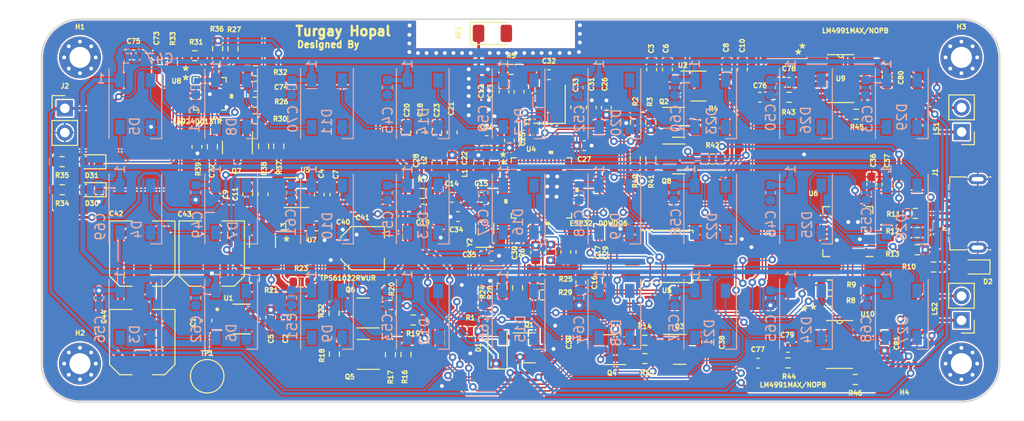
<source format=kicad_pcb>
(kicad_pcb (version 20211014) (generator pcbnew)
  (layers (0 "F.Cu" signal) (31 "B.Cu" signal) (34 "B.Paste" user) (35 "F.Paste" user) (36 "B.SilkS" user "B.Silkscreen") (37 "F.SilkS" user "F.Silkscreen") (38 "B.Mask" user) (39 "F.Mask" user) (44 "Edge.Cuts" user))
  (net 0 "")
  (net 1 "Net-(AE1-Pad1)")
  (net 2 "GND")
  (net 3 "VIN")
  (net 4 "3.3V")
  (net 5 "Net-(C1-Pad1)")
  (net 6 "3.3VA")
  (net 7 "Net-(C12-Pad1)")
  (net 8 "Net-(C13-Pad2)")
  (net 9 "Net-(C14-Pad1)")
  (net 10 "Net-(C14-Pad2)")
  (net 11 "/ESP32 Schematic/VDD_SDIO")
  (net 12 "IO0{slash}BOOT")
  (net 13 "CHIP_PU")
  (net 14 "/ESP32 Schematic/LNA_IN")
  (net 15 "Net-(C15-Pad1)")
  (net 16 "/ESP32 Schematic/XTAL_P")
  (net 17 "/ESP32 Schematic/XTAL_N")
  (net 18 "/ESP32 Schematic/32K_XP")
  (net 19 "/ESP32 Schematic/32K_XN")
  (net 20 "VBUS")
  (net 21 "5V")
  (net 22 "Net-(C15-Pad2)")
  (net 23 "Net-(C28-Pad1)")
  (net 24 "/Battery Charger Sheet/VREF")
  (net 25 "Net-(C42-Pad2)")
  (net 26 "Net-(C72-Pad1)")
  (net 27 "Net-(D2-Pad2)")
  (net 28 "Net-(D3-Pad2)")
  (net 29 "GPIO15")
  (net 30 "Net-(D4-Pad2)")
  (net 31 "/LEDS/OUT_1")
  (net 32 "Net-(D5-Pad2)")
  (net 33 "/LEDS/OUT_2")
  (net 34 "Net-(D6-Pad2)")
  (net 35 "Net-(D10-Pad4)")
  (net 36 "Net-(D11-Pad4)")
  (net 37 "Net-(D12-Pad4)")
  (net 38 "Net-(D10-Pad2)")
  (net 39 "Net-(D11-Pad2)")
  (net 40 "Net-(D12-Pad2)")
  (net 41 "Net-(D13-Pad2)")
  (net 42 "Net-(D14-Pad2)")
  (net 43 "Net-(D15-Pad2)")
  (net 44 "Net-(D16-Pad2)")
  (net 45 "Net-(D17-Pad2)")
  (net 46 "Net-(D18-Pad2)")
  (net 47 "Net-(D19-Pad2)")
  (net 48 "Net-(D20-Pad2)")
  (net 49 "Net-(D21-Pad2)")
  (net 50 "Net-(D22-Pad2)")
  (net 51 "Net-(D23-Pad2)")
  (net 52 "Net-(D24-Pad2)")
  (net 53 "Net-(D25-Pad2)")
  (net 54 "Net-(D26-Pad2)")
  (net 56 "Net-(D30-Pad1)")
  (net 57 "Net-(D30-Pad2)")
  (net 58 "Net-(D31-Pad1)")
  (net 59 "Net-(D31-Pad2)")
  (net 60 "Net-(J1-Pad2)")
  (net 61 "Net-(J1-Pad3)")
  (net 63 "VBAT")
  (net 64 "Net-(L3-Pad1)")
  (net 65 "Net-(Q2-Pad1)")
  (net 66 "RTS")
  (net 67 "Net-(Q3-Pad1)")
  (net 68 "DTR")
  (net 69 "Net-(Q4-Pad1)")
  (net 70 "/Power Boost 5V/EN")
  (net 71 "Net-(Q5-Pad1)")
  (net 72 "/Power Boost 5V/MODE")
  (net 73 "Net-(Q6-Pad1)")
  (net 74 "/Battery Charger Sheet/SD")
  (net 75 "U0RXD")
  (net 76 "Net-(C76-Pad2)")
  (net 77 "U0TXD")
  (net 78 "USB_D+")
  (net 79 "USB_D-")
  (net 80 "Net-(C77-Pad2)")
  (net 81 "GPIO5")
  (net 82 "GPIO4")
  (net 83 "Net-(C78-Pad2)")
  (net 84 "GPIO25")
  (net 85 "GPIO26")
  (net 86 "/Battery Charger Sheet/TH")
  (net 87 "Net-(C79-Pad2)")
  (net 88 "Net-(LS1-Pad1)")
  (net 89 "/Battery Charger Sheet/IPRE")
  (net 90 "/Battery Charger Sheet/VPRE")
  (net 91 "/Power Regulator/REG_EN")
  (net 92 "Net-(LS1-Pad2)")
  (net 93 "Net-(LS2-Pad1)")
  (net 94 "Net-(LS2-Pad2)")
  (net 95 "GPIO27")
  (net 96 "GPIO14")
  (net 97 "GPIO12")
  (net 98 "GPIO13")
  (net 99 "GPIO2")
  (net 100 "GPIO16")
  (net 101 "GPIO17")
  (net 102 "/ESP32 Schematic/SD_DATA_2")
  (net 103 "/ESP32 Schematic/SD_DATA_3")
  (net 104 "/ESP32 Schematic/SD_CMD")
  (net 105 "/ESP32 Schematic/SD_CLK")
  (net 106 "/ESP32 Schematic/SD_DATA_0")
  (net 107 "/ESP32 Schematic/SD_DATA_1")
  (net 108 "GPIO18")
  (net 109 "GPIO23")
  (net 110 "GPIO22")
  (net 111 "GPIO21")
  (net 112 "/Power Regulator/AUDIO_REG_EN")
  (net 113 "Net-(Q7-Pad1)")
  (net 116 "Net-(Q8-Pad1)")
  (net 117 "/DAC Audio/SD")
  (net 118 "GPIO19")
  (net 119 "Net-(R13-Pad2)")
  (net 120 "Net-(R21-Pad1)")
  (net 121 "Net-(R27-Pad1)")
  (net 122 "Net-(R31-Pad1)")
  (net 123 "Net-(R43-Pad2)")
  (net 124 "Net-(R44-Pad2)")
  (net 126 "RXD")
  (net 127 "TXD")
  (footprint "Resistor_SMD:R_0603_1608Metric" (layer "F.Cu") (at 143.47 109.3)
    (fp_text reference "R1")
    (fp_text value "100K")
  )
  (footprint "Capacitor_SMD:C_0603_1608Metric" (layer "F.Cu") (at 147.54 89.33 90)
    (fp_text reference "C25")
    (fp_text value "100nF")
  )
  (footprint "Package_TO_SOT_SMD:SOT-23" (layer "F.Cu") (at 132.27 107.37 180)
    (fp_text reference "Q6")
    (fp_text value "MMBT3906")
  )
  (footprint "MountingHole:MountingHole_2.2mm_M2_Pad_Via" (layer "F.Cu") (at 194.72 80.66)
    (fp_text reference "H3")
    (fp_text value "MountingHole")
  )
  (footprint "Crystal:Crystal_SMD_EuroQuartz_EQ161-2Pin_3.2x1.5mm" (layer "F.Cu") (at 144.96 98.55 90)
    (fp_text reference "Y2")
    (fp_text value "Crystal")
  )
  (footprint "LED_SMD:LED_0603_1608Metric" (layer "F.Cu") (at 196.22 102.56 180)
    (fp_text reference "D2")
    (fp_text value "LED")
  )
  (footprint "Resistor_SMD:R_0603_1608Metric" (layer "F.Cu") (at 138.45 94.87)
    (fp_text reference "R7")
    (fp_text value "10K")
  )
  (footprint "Resistor_SMD:R_0603_1608Metric" (layer "F.Cu") (at 125.81 104.13)
    (fp_text reference "R23")
    (fp_text value "732K")
  )
  (footprint "Inductor_SMD:L_1210_3225Metric" (layer "F.Cu") (at 121.77 99.94 90)
    (fp_text reference "L3")
    (fp_text value "1uH")
  )
  (footprint "Capacitor_SMD:C_0603_1608Metric" (layer "F.Cu") (at 171.8675 81.915 90)
    (fp_text reference "C10")
    (fp_text value "100nF")
  )
  (footprint "Inductor_SMD:L_0603_1608Metric" (layer "F.Cu") (at 145.97 91.71 90)
    (fp_text reference "L1")
    (fp_text value "TDB")
  )
  (footprint "Resistor_SMD:R_0603_1608Metric" (layer "F.Cu") (at 183.6512 114.315 180)
    (fp_text reference "R46")
    (fp_text value "20K")
  )
  (footprint "Capacitor_SMD:C_0603_1608Metric" (layer "F.Cu") (at 168.13 110.39 90)
    (fp_text reference "C38")
    (fp_text value "100nF")
  )
  (footprint "Resistor_SMD:R_0603_1608Metric" (layer "F.Cu") (at 148.39 104.73 90)
    (fp_text reference "R28")
    (fp_text value "200K")
  )
  (footprint "Capacitor_SMD:C_0603_1608Metric" (layer "F.Cu") (at 142.16 97.29 180)
    (fp_text reference "C34")
    (fp_text value "22pF")
  )
  (footprint "Capacitor_SMD:C_0603_1608Metric" (layer "F.Cu") (at 164.0375 81.92 90)
    (fp_text reference "C6")
    (fp_text value "1uF")
  )
  (footprint "Resistor_SMD:R_0603_1608Metric" (layer "F.Cu") (at 160.68 91.24 90)
    (fp_text reference "R40")
    (fp_text value "1K")
  )
  (footprint "Resistor_SMD:R_0603_1608Metric" (layer "F.Cu") (at 121.02 87.07)
    (fp_text reference "R30")
    (fp_text value "470R")
  )
  (footprint "Capacitor_SMD:C_0603_1608Metric" (layer "F.Cu") (at 120.2325 94.96 90)
    (fp_text reference "C9")
    (fp_text value "1uF")
  )
  (footprint "Resistor_SMD:R_0603_1608Metric" (layer "F.Cu") (at 146.78 104.68 90)
    (fp_text reference "R24")
    (fp_text value "100K")
  )
  (footprint "Resistor_SMD:R_0603_1608Metric" (layer "F.Cu") (at 161.67 110.22)
    (fp_text reference "R14")
    (fp_text value "10K")
  )
  (footprint "Capacitor_SMD:C_0603_1608Metric" (layer "F.Cu") (at 129.3325 95 90)
    (fp_text reference "C7")
    (fp_text value "1uF")
  )
  (footprint "Capacitor_SMD:C_0603_1608Metric" (layer "F.Cu") (at 186.97 82.7 90)
    (fp_text reference "C80")
    (fp_text value "1uF")
  )
  (footprint "footprints:LM4991MAXNOPB" (layer "F.Cu") (at 182.1148 82.8729)
    (fp_text reference "U9")
    (fp_text value "LM4991MAX/NOPB")
  )
  (footprint "Connector_USB:USB_Micro-B_GCT_USB3076-30-A" (layer "F.Cu") (at 195.22 96.96 90)
    (fp_text reference "J1")
    (fp_text value "USB_B_Micro")
  )
  (footprint "LED_SMD:LED_0603_1608Metric" (layer "F.Cu") (at 103.945 91.57 180)
    (fp_text reference "D31")
    (fp_text value "LED")
  )
  (footprint "Resistor_SMD:R_0603_1608Metric" (layer "F.Cu") (at 121.01 85.34)
    (fp_text reference "R26")
    (fp_text value "1K")
  )
  (footprint "Resistor_SMD:R_0603_1608Metric" (layer "F.Cu") (at 100.865 94.49 180)
    (fp_text reference "R34")
    (fp_text value "1K")
  )
  (footprint "Package_TO_SOT_SMD:SOT-23-5" (layer "F.Cu") (at 167.2675 83.65)
    (fp_text reference "U2")
    (fp_text value "TLV70233_SOT23-5")
  )
  (footprint "Package_TO_SOT_SMD:SOT-23" (layer "F.Cu") (at 119.15 90.08 -90)
    (fp_text reference "Q7")
    (fp_text value "IRLML5203")
  )
  (footprint "Capacitor_SMD:C_0603_1608Metric" (layer "F.Cu") (at 186.6962 110.515 90)
    (fp_text reference "C81")
    (fp_text value "1uF")
  )
  (footprint "Capacitor_SMD:C_0603_1608Metric" (layer "F.Cu") (at 155.35 89.88 180)
    (fp_text reference "C27")
    (fp_text value "100nF")
  )
  (footprint "Resistor_SMD:R_0603_1608Metric" (layer "F.Cu") (at 176.6162 112.585)
    (fp_text reference "R44")
    (fp_text value "20K")
  )
  (footprint "Capacitor_SMD:C_0603_1608Metric" (layer "F.Cu") (at 124.22 107.815 90)
    (fp_text reference "C2")
    (fp_text value "100nF")
  )
  (footprint "Resistor_SMD:R_0603_1608Metric" (layer "F.Cu") (at 118.69 79.75 90)
    (fp_text reference "R27")
    (fp_text value "3.3K")
  )
  (footprint "Capacitor_SMD:C_0603_1608Metric" (layer "F.Cu") (at 127.39 98.27)
    (fp_text reference "C40")
    (fp_text value "100nF")
  )
  (footprint "Capacitor_SMD:C_0603_1608Metric" (layer "F.Cu") (at 151.67 82.47)
    (fp_text reference "C32")
    (fp_text value "22pF")
  )
  (footprint "Resistor_SMD:R_0603_1608Metric" (layer "F.Cu") (at 180.915 104.45 180)
    (fp_text reference "R9")
    (fp_text value "47R")
  )
  (footprint "MountingHole:MountingHole_2.2mm_M2_Pad_Via" (layer "F.Cu") (at 102.72 112.66)
    (fp_text reference "H2")
    (fp_text value "MountingHole")
  )
  (footprint "Capacitor_SMD:C_0603_1608Metric" (layer "F.Cu") (at 145.18 89.35)
    (fp_text reference "C24")
    (fp_text value "TDB")
  )
  (footprint "Capacitor_SMD:C_0603_1608Metric" (layer "F.Cu") (at 115.97 108.16 90)
    (fp_text reference "C1")
    (fp_text value "22pF")
  )
  (footprint "Capacitor_SMD:C_0603_1608Metric" (layer "F.Cu") (at 170.2475 81.92 90)
    (fp_text reference "C8")
    (fp_text value "1uF")
  )
  (footprint "RF_Antenna:Johanson_2450AT18x100" (layer "F.Cu") (at 145.77 78.15)
    (fp_text reference "AE1")
    (fp_text value "Antenna_Chip")
  )
  (footprint "Capacitor_SMD:C_0603_1608Metric" (layer "F.Cu") (at 139.98 91.67 90)
    (fp_text reference "C28")
    (fp_text value "NC")
  )
  (footprint "Resistor_SMD:R_0603_1608Metric" (layer "F.Cu") (at 114.71 80.48 180)
    (fp_text reference "R31")
    (fp_text value "24K")
  )
  (footprint "Resistor_SMD:R_0603_1608Metric" (layer "F.Cu") (at 135.1275 111.72 -90)
    (fp_text reference "R17")
    (fp_text value "10K")
  )
  (footprint "Capacitor_SMD:C_Elec_6.3x5.4" (layer "F.Cu") (at 116.47 101.16 90)
    (fp_text reference "C43")
    (fp_text value "22uF")
  )
  (footprint "Package_TO_SOT_SMD:SOT-23" (layer "F.Cu") (at 132.3 111.7 180)
    (fp_text reference "Q5")
    (fp_text value "MMBT3906")
  )
  (footprint "Capacitor_SMD:C_0603_1608Metric" (layer "F.Cu") (at 176.5962 110.965)
    (fp_text reference "C79")
    (fp_text value "1uF")
  )
  (footprint "Resistor_SMD:R_0603_1608Metric" (layer "F.Cu") (at 151.86 101.03 90)
    (fp_text reference "R6")
    (fp_text value "10K")
  )
  (footprint "Resistor_SMD:R_0603_1608Metric" (layer "F.Cu") (at 191.82 102.56)
    (fp_text reference "R10")
    (fp_text value "1K")
  )
  (footprint "Resistor_SMD:R_0603_1608Metric" (layer "F.Cu") (at 168.75 91.28)
    (fp_text reference "R42")
    (fp_text value "10K")
  )
  (footprint "Capacitor_SMD:C_0603_1608Metric" (layer "F.Cu") (at 108.31 80.39)
    (fp_text reference "C75")
    (fp_text value "4.7uF")
  )
  (footprint "Capacitor_SMD:C_0603_1608Metric" (layer "F.Cu") (at 138.38 88.49 90)
    (fp_text reference "C18")
    (fp_text value "1uF")
  )
  (footprint "footprints:LM4991MAXNOPB" (layer "F.Cu") (at 181.99 110.66)
    (fp_text reference "U10")
    (fp_text value "LM4991MAX/NOPB")
  )
  (footprint "Capacitor_SMD:C_0603_1608Metric" (layer "F.Cu") (at 144.61 95.28)
    (fp_text reference "C15")
    (fp_text value "3.3nF")
  )
  (footprint "Resistor_SMD:R_0603_1608Metric" (layer "F.Cu") (at 137.5 108.1 180)
    (fp_text reference "R19")
    (fp_text value "1K")
  )
  (footprint "Resistor_SMD:R_0603_1608Metric" (layer "F.Cu") (at 180.95 106.14 180)
    (fp_text reference "R8")
    (fp_text value "47R")
  )
  (footprint "Resistor_SMD:R_0603_1608Metric" (layer "F.Cu") (at 162.3 87.43 90)
    (fp_text reference "R3")
    (fp_text value "10K")
  )
  (footprint "Capacitor_SMD:C_0603_1608Metric" (layer "F.Cu") (at 173.4762 112.615)
    (fp_text reference "C77")
    (fp_text value "390nF")
  )
  (footprint "Resistor_SMD:R_0603_1608Metric" (layer "F.Cu") (at 147.73 81.91)
    (fp_text reference "R5")
    (fp_text value "20K")
  )
  (footprint "Diode_SMD:D_SOD-123" (layer "F.Cu") (at 146.3 110.97 90)
    (fp_text reference "D1")
    (fp_text value "MBR0540")
  )
  (footprint "Capacitor_SMD:C_Elec_6.3x5.4" (layer "F.Cu") (at 109.22 110.41 90)
    (fp_text reference "C44")
    (fp_text value "22uF")
  )
  (footprint "Capacitor_SMD:C_0603_1608Metric" (layer "F.Cu") (at 138.5 96.5 180)
    (fp_text reference "C19")
    (fp_text value "100nF")
  )
  (footprint "Crystal:Crystal_SMD_Abracon_ABM8G-4Pin_3.2x2.5mm" (layer "F.Cu") (at 151.72 85.55 90)
    (fp_text reference "Y1")
    (fp_text value "Crystal_GND2")
  )
  (footprint "LED_SMD:LED_0603_1608Metric" (layer "F.Cu") (at 103.965 94.48 180)
    (fp_text reference "D30")
    (fp_text value "LED")
  )
  (footprint "Resistor_SMD:R_0603_1608Metric" (layer "F.Cu") (at 189.92 96.96)
    (fp_text reference "R11")
    (fp_text value "27R")
  )
  (footprint "Connector_PinHeader_2.54mm:PinHeader_1x02_P2.54mm_Vertical" (layer "F.Cu") (at 194.73 108.135 180)
    (fp_text reference "LS2")
    (fp_text value "Speaker")
  )
  (footprint "Resistor_SMD:R_0603_1608Metric" (layer "F.Cu") (at 112.37 81.22 90)
    (fp_text reference "R33")
    (fp_text value "62K")
  )
  (footprint "Resistor_SMD:R_0603_1608Metric" (layer "F.Cu") (at 162.31 91.265 90)
    (fp_text reference "R41")
    (fp_text value "10K")
  )
  (footprint "TestPoint:TestPoint_Pad_D3.0mm" (layer "F.Cu") (at 116 113.98)
    (fp_text reference "TP1")
    (fp_text value "TestPoint")
  )
  (footprint "Capacitor_SMD:C_0603_1608Metric" (layer "F.Cu") (at 155.01 100.99 90)
    (fp_text reference "C29")
    (fp_text value "100nF")
  )
  (footprint "Capacitor_SMD:C_0603_1608Metric" (layer "F.Cu") (at 155 104.17 -90)
    (fp_text reference "C16")
    (fp_text value "100nF")
  )
  (footprint "Resistor_SMD:R_0603_1608Metric" (layer "F.Cu") (at 150.91 103.8)
    (fp_text reference "R25")
    (fp_text value "100K")
  )
  (footprint "Resistor_SMD:R_0603_1608Metric" (layer "F.Cu") (at 100.855 91.55 180)
    (fp_text reference "R35")
    (fp_text value "1K")
  )
  (footprint "Capacitor_SMD:C_0603_1608Metric" (layer "F.Cu") (at 141.57 88.485 90)
    (fp_text reference "C21")
    (fp_text value "10uF")
  )
  (footprint "Connector_PinHeader_2.54mm:PinHeader_1x02_P2.54mm_Vertical" (layer "F.Cu") (at 194.74 88.45 180)
    (fp_text reference "LS1")
    (fp_text value "Speaker")
  )
  (footprint "Resistor_SMD:R_0603_1608Metric" (layer "F.Cu") (at 183.73 86.595 180)
    (fp_text reference "R45")
    (fp_text value "20K")
  )
  (footprint "footprints:ESP32-D0WDQ6" (layer "F.Cu") (at 150.885 94.295)
    (fp_text reference "U4")
    (fp_text value "ESP32-D0WDQ6")
  )
  (footprint "Capacitor_SMD:C_Elec_6.3x5.4" (layer "F.Cu") (at 109.22 101.16 90)
    (fp_text reference "C42")
    (fp_text value "22uF")
  )
  (footprint "Capacitor_SMD:C_0603_1608Metric" (layer "F.Cu") (at 139.97 88.48 90)
    (fp_text reference "C23")
    (fp_text value "100nF")
  )
  (footprint "Resistor_SMD:R_0603_1608Metric" (layer "F.Cu") (at 129.2725 111.66 90)
    (fp_text reference "R18")
    (fp_text value "10K")
  )
  (footprint "Resistor_SMD:R_0603_1608Metric" (layer "F.Cu") (at 123.47 89.94 -90)
    (fp_text reference "R37")
    (fp_text value "1K")
  )
  (footprint "Resistor_SMD:R_0603_1608Metric" (layer "F.Cu") (at 116.54 89.99 90)
    (fp_text reference "R39")
    (fp_text value "10K")
  )
  (footprint "Resistor_SMD:R_0603_1608Metric" (layer "F.Cu") (at 117.09 79.74 -90)
    (fp_text reference "R36")
    (fp_text value "10K")
  )
  (footprint "Inductor_SMD:L_0603_1608Metric" (layer "F.Cu") (at 141.58 91.6625 -90)
    (fp_text reference "L2")
    (fp_text value "2nH")
  )
  (footprint "Package_TO_SOT_SMD:SOT-23" (layer "F.Cu") (at 158.01 111.2 180)
    (fp_text reference "Q4")
    (fp_text value "BC817")
  )
  (footprint "Resistor_SMD:R_0603_1608Metric" (layer "F.Cu") (at 136.7475 111.72 -90)
    (fp_text reference "R16")
    (fp_text value "1K")
  )
  (footprint "Capacitor_SMD:C_0603_1608Metric" (layer "F.Cu") (at 110.74 81.18 90)
    (fp_text reference "C73")
    (fp_text value "1uF")
  )
  (footprint "Capacitor_SMD:C_0603_1608Metric" (layer "F.Cu") (at 173.68 84.825)
    (fp_text reference "C76")
    (fp_text value "390nF")
  )
  (footprint "Package_TO_SOT_SMD:SOT-23" (layer "F.Cu") (at 149.59 111.01)
    (fp_text reference "Q1")
    (fp_text value "IRLML5203")
  )
  (footprint "Package_SO:SOIC-8_5.23x5.23mm_P1.27mm" (layer "F.Cu") (at 163.98 101.46 180)
    (fp_text reference "U5")
    (fp_text value "W25Q128JVS")
  )
  (footprint "Resistor_SMD:R_0603_1608Metric" (layer "F.Cu") (at 121.04 82.06)
    (fp_text reference "R32")
    (fp_text value "39K")
  )
  (footprint "Package_TO_SOT_SMD:SOT-23" (layer "F.Cu") (at 165.22 91.27)
    (fp_text reference "Q8")
    (fp_text value "MMBT3906")
  )
  (footprint "Resistor_SMD:R_0603_1608Metric" (layer "F.Cu") (at 190.125 100.76 180)
    (fp_text reference "R13")
    (fp_text value "10K")
  )
  (footprint "Capacitor_SMD:C_0603_1608Metric" (layer "F.Cu") (at 157.66 85.91 90)
    (fp_text reference "C26")
    (fp_text value "100pF")
  )
  (footprint "Resistor_SMD:R_0603_1608Metric" (layer "F.Cu") (at 135.16 107.345 -90)
    (fp_text reference "R20")
    (fp_text value "10K")
  )
  (footprint "Capacitor_SMD:C_0603_1608Metric" (layer "F.Cu") (at 136.73 88.48 90)
    (fp_text reference "C20")
    (fp_text value "NC")
  )
  (footprint "MountingHole:MountingHole_2.2mm_M2_Pad_Via" (layer "F.Cu") (at 102.72 80.66)
    (fp_text reference "H1")
    (fp_text value "MountingHole")
  )
  (footprint "footprints:TPS61022RWUR" (layer "F.Cu") (at 125.665001 101.34)
    (fp_text reference "U7")
    (fp_text value "TPS61022RWUR")
  )
  (footprint "Capacitor_SMD:C_0603_1608Metric" (layer "F.Cu") (at 148.55 84.25 90)
    (fp_text reference "C13")
    (fp_text value "3.3nF")
  )
  (footprint "Capacitor_SMD:C_0603_1608Metric" (layer "F.Cu") (at 141.53 95.28)
    (fp_text reference "C14")
    (fp_text value "3.3nF")
  )
  (footprint "footprints:L6924D013TR" (layer "F.Cu") (at 116.275 84.465)
    (fp_text reference "U8")
    (fp_text value "L6924D013TR")
  )
  (footprint "Resistor_SMD:R_0603_1608Metric" (layer "F.Cu") (at 176.74 84.825)
    (fp_text reference "R43")
    (fp_text value "20K")
  )
  (footprint "Package_TO_SOT_SMD:SOT-23" (layer "F.Cu") (at 165.2 87.44)
    (fp_text reference "Q2")
    (fp_text value "MMBT3906")
  )
  (footprint "Capacitor_SMD:C_0603_1608Metric" (layer "F.Cu") (at 176.72 83.265)
    (fp_text reference "C78")
    (fp_text value "1uF")
  )
  (footprint "Package_TO_SOT_SMD:SOT-23-5" (layer "F.Cu") (at 124.8025 94.79 180)
    (fp_text reference "U3")
    (fp_text value "TLV70233_SOT23-5")
  )
  (footprint "footprints:SOT95P285X126-6N" (layer "F.Cu") (at 119.59 108)
    (fp_text reference "U1")
    (fp_text value "TTP223_")
  )
  (footprint "Capacitor_SMD:C_0603_1608Metric" (layer "F.Cu") (at 153.43 100.99 -90)
    (fp_text reference "C17")
    (fp_text value "100nF")
  )
  (footprint "Capacitor_SMD:C_0603_1608Metric" (layer "F.Cu") (at 186.96 93.91 90)
    (fp_text reference "C37")
    (fp_text value "100nF")
  )
  (footprint "Capacitor_SMD:C_0603_1608Metric" (layer "F.Cu") (at 150.28 101.045 90)
    (fp_text reference "C30")
    (fp_text value "100nF")
  )
  (footprint "Capacitor_SMD:C_0603_1608Metric" (layer "F.Cu") (at 122.63 107.82 90)
    (fp_text reference "C5")
    (fp_text value "1uF")
  )
  (footprint "Resistor_SMD:R_0603_1608Metric" (layer "F.Cu") (at 129.24 107.39 -90)
    (fp_text reference "R22")
    (fp_text value "10K")
  )
  (footprint "Capacitor_SMD:C_0603_1608Metric" (layer "F.Cu") (at 156.09 85.89 90)
    (fp_text reference "C31")
    (fp_text value "1uF")
  )
  (footprint "Resistor_SMD:R_0603_1608Metric" (layer "F.Cu") (at 120.92 103.85 90)
    (fp_text reference "R21")
    (fp_text value "100K")
  )
  (footprint "Capacitor_SMD:C_0603_1608Metric" (layer "F.Cu") (at 121.8325 94.97 90)
    (fp_text reference "C11")
    (fp_text value "100nF")
  )
  (footprint "Capacitor_SMD:C_0603_1608Metric" (layer "F.Cu") (at 154.47 85.87 90)
    (fp_text reference "C33")
    (fp_text value "22pF")
  )
  (footprint "Capacitor_SMD:C_0603_1608Metric" (layer "F.Cu") (at 127.6925 94.99 90)
    (fp_text reference "C4")
    (fp_text value "100nF")
  )
  (footprint "Capacitor_SMD:C_0603_1608Metric" (layer "F.Cu") (at 155.19 110.43 90)
    (fp_text reference "C39")
    (fp_text value "100nF")
  )
  (footprint "Package_TO_SOT_SMD:SOT-23" (layer "F.Cu") (at 165.31 111.17)
    (fp_text reference "Q3")
    (fp_text value "BC817")
  )
  (footprint "Resistor_SMD:R_0603_1608Metric" (layer "F.Cu") (at 160.71 87.425 90)
    (fp_text reference "R2")
    (fp_text value "1K")
  )
  (footprint "Capacitor_SMD:C_0603_1608Metric" (layer "F.Cu") (at 114.93 90 -90)
    (fp_text reference "C72")
    (fp_text value "10nF")
  )
  (footprint "Capacitor_SMD:C_0603_1608Metric" (layer "F.Cu") (at 185.37 93.91 -90)
    (fp_text reference "C36")
    (fp_text value "100nF")
  )
  (footprint "Capacitor_SMD:C_0603_1608Metric" (layer "F.Cu") (at 121.03 83.67)
    (fp_text reference "C74")
    (fp_text value "1nF")
  )
  (footprint "Resistor_SMD:R_0603_1608Metric" (layer "F.Cu") (at 161.68 112.13 180)
    (fp_text reference "R15")
    (fp_text value "10K")
  )
  (footprint "Resistor_SMD:R_0603_1608Metric" (layer "F.Cu") (at 190.12 98.96 180)
    (fp_text reference "R12")
    (fp_text value "27R")
  )
  (footprint "MountingHole:MountingHole_2.2mm_M2_Pad_Via" (layer "F.Cu") (at 194.72 112.66)
    (fp_text reference "H4")
    (fp_text value "MountingHole")
  )
  (footprint "Capacitor_SMD:C_0603_1608Metric" (layer "F.Cu") (at 144.34 91.72 90)
    (fp_text reference "C22")
    (fp_text value "TDB")
  )
  (footprint "Capacitor_SMD:C_0603_1608Metric" (layer "F.Cu") (at 162.3875 81.92 90)
    (fp_text reference "C3")
    (fp_text value "100nF")
  )
  (footprint "Capacitor_SMD:C_0603_1608Metric" (layer "F.Cu") (at 146.98 84.24 -90)
    (fp_text reference "C12")
    (fp_text value "10nF")
  )
  (footprint "Capacitor_SMD:C_Elec_4x5.4" (layer "F.Cu") (at 132.23 100.6)
    (fp_text reference "C41")
    (fp_text value "10uF")
  )
  (footprint "Connector_PinHeader_2.54mm:PinHeader_1x02_P2.54mm_Vertical" (layer "F.Cu") (at 101.14 85.98)
    (fp_text reference "J2")
    (fp_text value "Conn_01x02_Male")
  )
  (footprint "Resistor_SMD:R_0603_1608Metric" (layer "F.Cu") (at 150.99 105.48)
    (fp_text reference "R29")
    (fp_text value "200K")
  )
  (footprint "Package_DFN_QFN:QFN-28-1EP_5x5mm_P0.5mm_EP3.35x3.35mm" (layer "F.Cu") (at 182.87 98.86 180)
    (fp_text reference "U6")
    (fp_text value "CP2102N-Axx-xQFN28")
  )
  (footprint "Resistor_SMD:R_0603_1608Metric" (layer "F.Cu") (at 168.83 87.46)
    (fp_text reference "R4")
    (fp_text value "10K")
  )
  (footprint "Capacitor_SMD:C_0603_1608Metric" (layer "F.Cu") (at 145.69 101.41)
    (fp_text reference "C35")
    (fp_text value "22pF")
  )
  (footprint "Resistor_SMD:R_0603_1608Metric" (layer "F.Cu") (at 121.89 89.935 90)
    (fp_text reference "R38")
    (fp_text value "10K")
  )
  (footprint "LED_SMD:LED_WS2812B_PLCC4_5.0x5.0mm_P3.2mm" (layer "B.Cu") (at 188.5 96.5 -90)
    (fp_text reference "D28")
    (fp_text value "WS2812B")
  )
  (footprint "Capacitor_SMD:C_0603_1608Metric" (layer "B.Cu") (at 104.7 94.7 90)
    (fp_text reference "C69")
    (fp_text value "100nF")
  )
  (footprint "LED_SMD:LED_WS2812B_PLCC4_5.0x5.0mm_P3.2mm" (layer "B.Cu") (at 158.5 85.5 -90)
    (fp_text reference "D20")
    (fp_text value "WS2812B")
  )
  (footprint "Capacitor_SMD:C_0603_1608Metric" (layer "B.Cu") (at 134.8 94.825 90)
    (fp_text reference "C54")
    (fp_text value "100nF")
  )
  (footprint "Capacitor_SMD:C_0603_1608Metric" (layer "B.Cu") (at 114.8 105.8 90)
    (fp_text reference "C62")
    (fp_text value "100nF")
  )
  (footprint "LED_SMD:LED_WS2812B_PLCC4_5.0x5.0mm_P3.2mm" (layer "B.Cu") (at 138.5 96.5 -90)
    (fp_text reference "D13")
    (fp_text value "WS2812B")
  )
  (footprint "Capacitor_SMD:C_0603_1608Metric" (layer "B.Cu") (at 174.8 94.8 90)
    (fp_text reference "C46")
    (fp_text value "100nF")
  )
  (footprint "Capacitor_SMD:C_0603_1608Metric" (layer "B.Cu") (at 184.7 83.8 90)
    (fp_text reference "C63")
    (fp_text value "100nF")
  )
  (footprint "LED_SMD:LED_WS2812B_PLCC4_5.0x5.0mm_P3.2mm" (layer "B.Cu") (at 148.5 96.5 -90)
    (fp_text reference "D16")
    (fp_text value "WS2812B")
  )
  (footprint "Capacitor_SMD:C_0603_1608Metric" (layer "B.Cu") (at 144.8 105.8 90)
    (fp_text reference "C66")
    (fp_text value "100nF")
  )
  (footprint "LED_SMD:LED_WS2812B_PLCC4_5.0x5.0mm_P3.2mm" (layer "B.Cu") (at 118.5 96.5 -90)
    (fp_text reference "D7")
    (fp_text value "WS2812B")
  )
  (footprint "Capacitor_SMD:C_0603_1608Metric" (layer "B.Cu") (at 154.8 105.825 90)
    (fp_text reference "C64")
    (fp_text value "100nF")
  )
  (footprint "Capacitor_SMD:C_0603_1608Metric" (layer "B.Cu") (at 124.8 83.8 90)
    (fp_text reference "C70")
    (fp_text value "100nF")
  )
  (footprint "Capacitor_SMD:C_0603_1608Metric" (layer "B.Cu") (at 164.7 94.8 90)
    (fp_text reference "C58")
    (fp_text value "100nF")
  )
  (footprint "LED_SMD:LED_WS2812B_PLCC4_5.0x5.0mm_P3.2mm" (layer "B.Cu") (at 128.5 85.5 -90)
    (fp_text reference "D11")
    (fp_text value "WS2812B")
  )
  (footprint "LED_SMD:LED_WS2812B_PLCC4_5.0x5.0mm_P3.2mm" (layer "B.Cu") (at 188.5 107.5 -90)
    (fp_text reference "D27")
    (fp_text value "WS2812B")
  )
  (footprint "LED_SMD:LED_WS2812B_PLCC4_5.0x5.0mm_P3.2mm" (layer "B.Cu") (at 108.5 96.5 -90)
    (fp_text reference "D4")
    (fp_text value "WS2812B")
  )
  (footprint "LED_SMD:LED_WS2812B_PLCC4_5.0x5.0mm_P3.2mm" (layer "B.Cu") (at 158.5 107.5 -90)
    (fp_text reference "D18")
    (fp_text value "WS2812B")
  )
  (footprint "LED_SMD:LED_WS2812B_PLCC4_5.0x5.0mm_P3.2mm" (layer "B.Cu") (at 148.5 85.5 -90)
    (fp_text reference "D17")
    (fp_text value "WS2812B")
  )
  (footprint "LED_SMD:LED_WS2812B_PLCC4_5.0x5.0mm_P3.2mm" (layer "B.Cu") (at 138.5 85.5 -90)
    (fp_text reference "D14")
    (fp_text value "WS2812B")
  )
  (footprint "LED_SMD:LED_WS2812B_PLCC4_5.0x5.0mm_P3.2mm" (layer "B.Cu") (at 128.5 96.5 -90)
    (fp_text reference "D10")
    (fp_text value "WS2812B")
  )
  (footprint "LED_SMD:LED_WS2812B_PLCC4_5.0x5.0mm_P3.2mm" (layer "B.Cu") (at 108.5 85.5 -90)
    (fp_text reference "D5")
    (fp_text value "WS2812B")
  )
  (footprint "LED_SMD:LED_WS2812B_PLCC4_5.0x5.0mm_P3.2mm" (layer "B.Cu") (at 128.5 107.5 -90)
    (fp_text reference "D9")
    (fp_text value "WS2812B")
  )
  (footprint "LED_SMD:LED_WS2812B_PLCC4_5.0x5.0mm_P3.2mm" (layer "B.Cu") (at 118.5 85.5 -90)
    (fp_text reference "D8")
    (fp_text value "WS2812B")
  )
  (footprint "LED_SMD:LED_WS2812B_PLCC4_5.0x5.0mm_P3.2mm" (layer "B.Cu") (at 168.5 85.5 -90)
    (fp_text reference "D23")
    (fp_text value "WS2812B")
  )
  (footprint "LED_SMD:LED_WS2812B_PLCC4_5.0x5.0mm_P3.2mm" (layer "B.Cu") (at 138.5 107.5 -90)
    (fp_text reference "D12")
    (fp_text value "WS2812B")
  )
  (footprint "LED_SMD:LED_WS2812B_PLCC4_5.0x5.0mm_P3.2mm" (layer "B.Cu") (at 158.5 96.5 -90)
    (fp_text reference "D19")
    (fp_text value "WS2812B")
  )
  (footprint "Capacitor_SMD:C_0603_1608Metric" (layer "B.Cu") (at 174.8 83.8 90)
    (fp_text reference "C50")
    (fp_text value "100nF")
  )
  (footprint "LED_SMD:LED_WS2812B_PLCC4_5.0x5.0mm_P3.2mm" (layer "B.Cu") (at 168.5 107.5 -90)
    (fp_text reference "D21")
    (fp_text value "WS2812B")
  )
  (footprint "LED_SMD:LED_WS2812B_PLCC4_5.0x5.0mm_P3.2mm" (layer "B.Cu") (at 178.5 85.5 -90)
    (fp_text reference "D26")
    (fp_text value "WS2812B")
  )
  (footprint "Capacitor_SMD:C_0603_1608Metric" (layer "B.Cu") (at 114.8 83.8 90)
    (fp_text reference "C71")
    (fp_text value "100nF")
  )
  (footprint "Capacitor_SMD:C_0603_1608Metric" (layer "B.Cu") (at 184.8 94.8 90)
    (fp_text reference "C55")
    (fp_text value "100nF")
  )
  (footprint "LED_SMD:LED_WS2812B_PLCC4_5.0x5.0mm_P3.2mm" (layer "B.Cu") (at 188.5 85.5 -90)
    (fp_text reference "D29")
    (fp_text value "WS2812B")
  )
  (footprint "Capacitor_SMD:C_0603_1608Metric" (layer "B.Cu") (at 134.8 83.8 90)
    (fp_text reference "C45")
    (fp_text value "100nF")
  )
  (footprint "LED_SMD:LED_WS2812B_PLCC4_5.0x5.0mm_P3.2mm" (layer "B.Cu") (at 178.5 107.5 -90)
    (fp_text reference "D24")
    (fp_text value "WS2812B")
  )
  (footprint "Capacitor_SMD:C_0603_1608Metric" (layer "B.Cu") (at 154.8 94.8 90)
    (fp_text reference "C48")
    (fp_text value "100nF")
  )
  (footprint "LED_SMD:LED_WS2812B_PLCC4_5.0x5.0mm_P3.2mm" (layer "B.Cu") (at 118.5 107.5 -90)
    (fp_text reference "D6")
    (fp_text value "WS2812B")
  )
  (footprint "Capacitor_SMD:C_0603_1608Metric" (layer "B.Cu") (at 124.8 105.775 90)
    (fp_text reference "C51")
    (fp_text value "100nF")
  )
  (footprint "Capacitor_SMD:C_0603_1608Metric" (layer "B.Cu") (at 154.7 83.8 90)
    (fp_text reference "C52")
    (fp_text value "100nF")
  )
  (footprint "Capacitor_SMD:C_0603_1608Metric" (layer "B.Cu") (at 174.8 105.8 90)
    (fp_text reference "C65")
    (fp_text value "100nF")
  )
  (footprint "Capacitor_SMD:C_0603_1608Metric" (layer "B.Cu") (at 144.8 83.8 90)
    (fp_text reference "C59")
    (fp_text value "100nF")
  )
  (footprint "LED_SMD:LED_WS2812B_PLCC4_5.0x5.0mm_P3.2mm" (layer "B.Cu") (at 168.5 96.5 -90)
    (fp_text reference "D22")
    (fp_text value "WS2812B")
  )
  (footprint "Capacitor_SMD:C_0603_1608Metric" (layer "B.Cu") (at 144.8 94.8 90)
    (fp_text reference "C67")
    (fp_text value "100nF")
  )
  (footprint "Capacitor_SMD:C_0603_1608Metric" (layer "B.Cu") (at 184.8 105.8 90)
    (fp_text reference "C68")
    (fp_text value "100nF")
  )
  (footprint "Capacitor_SMD:C_0603_1608Metric" (layer "B.Cu") (at 134.8 105.8 90)
    (fp_text reference "C53")
    (fp_text value "100nF")
  )
  (footprint "LED_SMD:LED_WS2812B_PLCC4_5.0x5.0mm_P3.2mm" (layer "B.Cu") (at 148.5 107.5 -90)
    (fp_text reference "D15")
    (fp_text value "WS2812B")
  )
  (footprint "Capacitor_SMD:C_0603_1608Metric" (layer "B.Cu") (at 124.8 94.8 90)
    (fp_text reference "C61")
    (fp_text value "100nF")
  )
  (footprint "LED_SMD:LED_WS2812B_PLCC4_5.0x5.0mm_P3.2mm" (layer "B.Cu") (at 108.5 107.5 -90)
    (fp_text reference "D3")
    (fp_text value "WS2812B")
  )
  (footprint "Capacitor_SMD:C_0603_1608Metric" (layer "B.Cu") (at 107.67 80.75 180)
    (fp_text reference "C47")
    (fp_text value "100nF")
  )
  (footprint "Capacitor_SMD:C_0603_1608Metric" (layer "B.Cu") (at 164.8 83.8 90)
    (fp_text reference "C60")
    (fp_text value "100nF")
  )
  (footprint "Capacitor_SMD:C_0603_1608Metric" (layer "B.Cu") (at 104.7 105.8 90)
    (fp_text reference "C56")
    (fp_text value "100nF")
  )
  (footprint "Capacitor_SMD:C_0603_1608Metric" (layer "B.Cu") (at 164.8 105.8 90)
    (fp_text reference "C57")
    (fp_text value "100nF")
  )
  (footprint "Capacitor_SMD:C_0603_1608Metric" (layer "B.Cu") (at 114.8 94.775 90)
    (fp_text reference "C49")
    (fp_text value "100nF")
  )
  (footprint "LED_SMD:LED_WS2812B_PLCC4_5.0x5.0mm_P3.2mm" (layer "B.Cu") (at 178.5 96.5 -90)
    (fp_text reference "D25")
    (fp_text value "WS2812B")
  )
  (gr_arc (start 198.72 112.66) (mid 197.548427 115.488427) (end 194.72 116.66) (layer "Edge.Cuts") (width 0.15))
  (gr_line (start 194.72 116.66) (end 102.72 116.66) (layer "Edge.Cuts") (width 0.15))
  (gr_arc (start 194.72 76.66) (mid 197.548427 77.831573) (end 198.72 80.66) (layer "Edge.Cuts") (width 0.15))
  (gr_arc (start 98.72 80.66) (mid 99.891573 77.831573) (end 102.72 76.66) (layer "Edge.Cuts") (width 0.15))
  (gr_line (start 98.72 112.66) (end 98.72 80.66) (layer "Edge.Cuts") (width 0.15))
  (gr_line (start 198.72 80.66) (end 198.72 112.66) (layer "Edge.Cuts") (width 0.15))
  (gr_line (start 102.72 76.66) (end 194.72 76.66) (layer "Edge.Cuts") (width 0.15))
  (gr_arc (start 102.72 116.66) (mid 99.891573 115.488427) (end 98.72 112.66) (layer "Edge.Cuts") (width 0.15))
  (gr_text "Designed By" (at 128.63 79.31) (layer "F.SilkS") (effects (font (size 0.7 0.7) (thickness 0.175))))
  (gr_text "Turgay Hopal" (at 130.19 77.91) (layer "F.SilkS") (effects (font (size 1 1) (thickness 0.25))))
  (segment (start 145.97 89.365) (end 145.955 89.35) (width 0.3) (layer "F.Cu") (net 1))
  (segment (start 144.33 86.53) (end 144.33 78.16) (width 0.3) (layer "F.Cu") (net 1))
  (segment (start 145.955 88.155) (end 144.33 86.53) (width 0.3) (layer "F.Cu") (net 1))
  (segment (start 144.33 78.16) (end 144.32 78.15) (width 0.3) (layer "F.Cu") (net 1))
  (segment (start 145.955 89.35) (end 145.955 88.155) (width 0.3) (layer "F.Cu") (net 1))
  (segment (start 145.97 90.9225) (end 145.97 89.365) (width 0.3) (layer "F.Cu") (net 1))
  (via (at 154.9 79.1) (size 0.8) (drill 0.4) (layers "F.Cu" "B.Cu") (net 2))
  (via (at 143.3 83.8) (size 0.8) (drill 0.4) (layers "F.Cu" "B.Cu") (net 2))
  (via (at 152.53 93.11) (size 0.8) (drill 0.4) (layers "F.Cu" "B.Cu") (net 2))
  (via (at 140.38 99.49) (size 0.8) (drill 0.4) (layers "F.Cu" "B.Cu") (net 2))
  (via (at 172.8 100.49) (size 0.8) (drill 0.4) (layers "F.Cu" "B.Cu") (net 2))
  (via (at 147.3 80.2) (size 0.8) (drill 0.4) (layers "F.Cu" "B.Cu") (net 2))
  (via (at 152.8 80.2) (size 0.8) (drill 0.4) (layers "F.Cu" "B.Cu") (net 2))
  (via (at 145.4 84.1) (size 0.8) (drill 0.4) (layers "F.Cu" "B.Cu") (net 2))
  (via (at 104.69 95.73) (size 0.8) (drill 0.4) (layers "F.Cu" "B.Cu") (net 2))
  (via (at 116.27 84.5) (size 0.8) (drill 0.4) (layers "F.Cu" "B.Cu") (net 2))
  (via (at 154.8 80.1) (size 0.8) (drill 0.4) (layers "F.Cu" "B.Cu") (net 2))
  (via (at 156.14 85.14) (size 0.8) (drill 0.4) (layers "F.Cu" "B.Cu") (net 2))
  (via (at 128.25 99.76) (size 0.8) (drill 0.4) (layers "F.Cu" "B.Cu") (net 2))
  (via (at 114.79 95.54) (size 0.8) (drill 0.4) (layers "F.Cu" "B.Cu") (net 2))
  (via (at 110.14 87.92) (size 0.8) (drill 0.4) (layers "F.Cu" "B.Cu") (net 2))
  (via (at 131.6 99.18) (size 0.8) (drill 0.4) (layers "F.Cu" "B.Cu") (net 2))
  (via (at 154.9 78.2) (size 0.8) (drill 0.4) (layers "F.Cu" "B.Cu") (net 2))
  (via (at 154.9 77.3) (size 0.8) (drill 0.4) (layers "F.Cu" "B.Cu") (net 2))
  (via (at 184.12 99.66) (size 0.8) (drill 0.4) (layers "F.Cu" "B.Cu") (net 2))
  (via (at 151.55 93.08) (size 0.8) (drill 0.4) (layers "F.Cu" "B.Cu") (net 2))
  (via (at 143.3 81.9) (size 0.8) (drill 0.4) (layers "F.Cu" "B.Cu") (net 2))
  (via (at 142.6 80.2) (size 0.8) (drill 0.4) (layers "F.Cu" "B.Cu") (net 2))
  (via (at 181.72 99.76) (size 0.8) (drill 0.4) (layers "F.Cu" "B.Cu") (net 2))
  (via (at 143.3 85.7) (size 0.8) (drill 0.4) (layers "F.Cu" "B.Cu") (net 2))
  (via (at 149.1 80.2) (size 0.8) (drill 0.4) (layers "F.Cu" "B.Cu") (net 2))
  (via (at 152.32 108.69) (size 0.8) (drill 0.4) (layers "F.Cu" "B.Cu") (net 2))
  (via (at 141.7 80.2) (size 0.8) (drill 0.4) (layers "F.Cu" "B.Cu") (net 2))
  (via (at 145.52 104.01) (size 0.8) (drill 0.4) (layers "F.Cu" "B.Cu") (net 2))
  (via (at 156.12 89.88) (size 0.8) (drill 0.4) (layers "F.Cu" "B.Cu") (net 2))
  (via (at 143.3 84.7) (size 0.8) (drill 0.4) (layers "F.Cu" "B.Cu") (net 2))
  (via (at 138 80.2) (size 0.8) (drill 0.4) (layers "F.Cu" "B.Cu") (net 2))
  (via (at 151.5 95.18) (size 0.8) (drill 0.4) (layers "F.Cu" "B.Cu") (net 2))
  (via (at 146 86.8) (size 0.8) (drill 0.4) (layers "F.Cu" "B.Cu") (net 2))
  (via (at 139.9 80.2) (size 0.8) (drill 0.4) (layers "F.Cu" "B.Cu") (net 2))
  (via (at 151.5 94.15) (size 0.8) (drill 0.4) (layers "F.Cu" "B.Cu") (net 2))
  (via (at 137.129634 77.315454) (size 0.8) (drill 0.4) (layers "F.Cu" "B.Cu") (net 2))
  (via (at 152.51 94.17) (size 0.8) (drill 0.4) (layers "F.Cu" "B.Cu") (net 2))
  (via (at 137.1 80.1) (size 0.8) (drill 0.4) (layers "F.Cu" "B.Cu") (net 2))
  (via (at 146.4 80.2) (size 0.8) (drill 0.4) (layers "F.Cu" "B.Cu") (net 2))
  (via (at 154.83 106.56) (size 0.8) (drill 0.4) (layers "F.Cu" "B.Cu") (net 2))
  (via (at 143.3 86.7) (size 0.8) (drill 0.4) (layers "F.Cu" "B.Cu") (net 2))
  (via (at 174.78 106.56) (size 0.8) (drill 0.4) (layers "F.Cu" "B.Cu") (net 2))
  (via (at 146.46 101.39) (size 0.8) (drill 0.4) (layers "F.Cu" "B.Cu") (net 2))
  (via (at 150 80.2) (size 0.8) (drill 0.4) (layers "F.Cu" "B.Cu") (net 2))
  (via (at 150.9 80.2) (size 0.8) (drill 0.4) (layers "F.Cu" "B.Cu") (net 2))
  (via (at 137.1 79.2) (size 0.8) (drill 0.4) (layers "F.Cu" "B.Cu") (net 2))
  (via (at 183.92 97.86) (size 0.8) (drill 0.4) (layers "F.Cu" "B.Cu") (net 2))
  (via (at 152.46 95.22) (size 0.8) (drill 0.4) (layers "F.Cu" "B.Cu") (net 2))
  (via (at 145.3 81.9) (size 0.8) (drill 0.4) (layers "F.Cu" "B.Cu") (net 2))
  (via (at 153.8 80.2) (size 0.8) (drill 0.4) (layers "F.Cu" "B.Cu") (net 2))
  (via (at 143.46 111.59) (size 0.8) (drill 0.4) (layers "F.Cu" "B.Cu") (net 2))
  (via (at 144.31 90.88) (size 0.8) (drill 0.4) (layers "F.Cu" "B.Cu") (net 2))
  (via (at 152.15 111.13) (size 0.8) (drill 0.4) (layers "F.Cu" "B.Cu") (net 2))
  (via (at 130.15 98.66) (size 0.8) (drill 0.4) (layers "F.Cu" "B.Cu") (net 2))
  (via (at 157.67 85.15) (size 0.8) (drill 0.4) (layers "F.Cu" "B.Cu") (net 2))
  (via (at 171.8 99.64) (size 0.8) (drill 0.4) (layers "F.Cu" "B.Cu") (net 2))
  (via (at 182.92 97.86) (size 0.8) (drill 0.4) (layers "F.Cu" "B.Cu") (net 2))
  (via (at 178.3 90.8) (size 0.8) (drill 0.4) (layers "F.Cu" "B.Cu") (net 2))
  (via (at 141.4 97.32) (size 0.8) (drill 0.4) (layers "F.Cu" "B.Cu") (net 2))
  (via (at 143.5 80.2) (size 0.8) (drill 0.4) (layers "F.Cu" "B.Cu") (net 2))
  (via (at 159.74 87.52) (size 0.8) (drill 0.4) (layers "F.Cu" "B.Cu") (net 2))
  (via (at 138.9 80.2) (size 0.8) (drill 0.4) (layers "F.Cu" "B.Cu") (net 2))
  (via (at 118.01 85.86) (size 0.8) (drill 0.4) (layers "F.Cu" "B.Cu") (net 2))
  (via (at 151.8 80.2) (size 0.8) (drill 0.4) (layers "F.Cu" "B.Cu") (net 2))
  (via (at 145.4 86.1) (size 0.8) (drill 0.4) (layers "F.Cu" "B.Cu") (net 2))
  (via (at 143.3 82.9) (size 0.8) (drill 0.4) (layers "F.Cu" "B.Cu") (net 2))
  (via (at 140.5 115) (size 0.8) (drill 0.4) (layers "F.Cu" "B.Cu") (net 2))
  (via (at 148.2 80.2) (size 0.8) (drill 0.4) (layers "F.Cu" "B.Cu") (net 2))
  (via (at 140.8 80.2) (size 0.8) (drill 0.4) (layers "F.Cu" "B.Cu") (net 2))
  (via (at 128.9 101.83) (size 0.8) (drill 0.4) (layers "F.Cu" "B.Cu") (net 2))
  (via (at 145.4 85.1) (size 0.8) (drill 0.4) (layers "F.Cu" "B.Cu") (net 2))
  (via (at 145.5 80.2) (size 0.8) (drill 0.4) (layers "F.Cu" "B.Cu") (net 2))
  (via (at 137.1 78.3) (size 0.8) (drill 0.4) (layers "F.Cu" "B.Cu") (net 2))
  (via (at 142.57 104.44) (size 0.8) (drill 0.4) (layers "F.Cu" "B.Cu") (net 2))
  (via (at 159.13 98.58) (size 0.8) (drill 0.4) (layers "F.Cu" "B.Cu") (net 2))
  (via (at 114.98 90.68) (size 0.8) (drill 0.4) (layers "F.Cu" "B.Cu") (net 2))
  (segment (start 146.18 112.62) (end 146.14 112.66) (width 0.3) (layer "F.Cu") (net 3))
  (segment (start 164.0375 82.695) (end 166.125 82.695) (width 0.3) (layer "F.Cu") (net 3))
  (segment (start 136.19 101.62) (end 136.19 96.896428) (width 0.3) (layer "F.Cu") (net 3))
  (segment (start 120.775 107.05) (end 120.775 108) (width 0.3) (layer "F.Cu") (net 3))
  (segment (start 166.125 82.695) (end 166.13 82.7) (width 0.3) (layer "F.Cu") (net 3))
  (segment (start 124.215 107.045) (end 124.22 107.04) (width 0.3) (layer "F.Cu") (net 3))
  (segment (start 148.6525 111.96) (end 148.6525 112.2375) (width 0.3) (layer "F.Cu") (net 3))
  (segment (start 191.63 110.7395) (end 189.43 112.9395) (width 0.3) (layer "F.Cu") (net 3))
  (segment (start 189.39 78.9) (end 192.16 81.67) (width 0.3) (layer "F.Cu") (net 3))
  (segment (start 127.6925 95.765) (end 125.965 95.765) (width 0.3) (layer "F.Cu") (net 3))
  (segment (start 139.012606 104.180124) (end 139.012606 103.002606) (width 0.3) (layer "F.Cu") (net 3))
  (segment (start 166.13 82.7) (end 166.13 79.88) (width 0.3) (layer "F.Cu") (net 3))
  (segment (start 146.3 112.62) (end 146.18 112.62) (width 0.3) (layer "F.Cu") (net 3))
  (segment (start 136.19 102.47) (end 136.19 101.62) (width 0.3) (layer "F.Cu") (net 3))
  (segment (start 129.3225 95.765) (end 129.3325 95.775) (width 0.3) (layer "F.Cu") (net 3))
  (segment (start 167.11 78.9) (end 189.39 78.9) (width 0.3) (layer "F.Cu") (net 3))
  (segment (start 133.59 105.07) (end 136.19 102.47) (width 0.3) (layer "F.Cu") (net 3))
  (segment (start 135.068572 95.775) (end 129.3325 95.775) (width 0.3) (layer "F.Cu") (net 3))
  (segment (start 120.775 107.05) (end 122.625 107.05) (width 0.3) (layer "F.Cu") (net 3))
  (segment (start 166.13 79.88) (end 167.11 78.9) (width 0.3) (layer "F.Cu") (net 3))
  (segment (start 162.3875 82.695) (end 164.0375 82.695) (width 0.3) (layer "F.Cu") (net 3))
  (segment (start 122.625 107.05) (end 122.63 107.045) (width 0.3) (layer "F.Cu") (net 3))
  (segment (start 148.27 112.62) (end 146.3 112.62) (width 0.3) (layer "F.Cu") (net 3))
  (segment (start 127.6925 95.765) (end 129.3225 95.765) (width 0.3) (layer "F.Cu") (net 3))
  (segment (start 189.43 112.9395) (end 189.43 113.66) (width 0.3) (layer "F.Cu") (net 3))
  (segment (start 139.012606 103.002606) (end 137.63 101.62) (width 0.3) (layer "F.Cu") (net 3))
  (segment (start 125.965 95.765) (end 125.94 95.74) (width 0.3) (layer "F.Cu") (net 3))
  (segment (start 191.63 109.74) (end 191.63 110.7395) (width 0.3) (layer "F.Cu") (net 3))
  (segment (start 136.19 96.896428) (end 135.068572 95.775) (width 0.3) (layer "F.Cu") (net 3))
  (segment (start 132.19 104.97) (end 132.29 105.07) (width 0.3) (layer "F.Cu") (net 3))
  (segment (start 137.63 101.62) (end 136.19 101.62) (width 0.3) (layer "F.Cu") (net 3))
  (segment (start 148.6525 112.2375) (end 148.27 112.62) (width 0.3) (layer "F.Cu") (net 3))
  (segment (start 132.29 105.07) (end 133.59 105.07) (width 0.3) (layer "F.Cu") (net 3))
  (segment (start 122.63 107.045) (end 124.215 107.045) (width 0.3) (layer "F.Cu") (net 3))
  (segment (start 192.16 81.67) (end 192.16 83.82) (width 0.3) (layer "F.Cu") (net 3))
  (via (at 139.012606 104.180124) (size 0.8) (drill 0.4) (layers "F.Cu" "B.Cu") (net 3))
  (via (at 192.16 83.82) (size 0.8) (drill 0.4) (layers "F.Cu" "B.Cu") (net 3))
  (via (at 122.63 107.045) (size 0.8) (drill 0.4) (layers "F.Cu" "B.Cu") (net 3))
  (via (at 146.14 112.66) (size 0.8) (drill 0.4) (layers "F.Cu" "B.Cu") (net 3))
  (via (at 191.63 109.74) (size 0.8) (drill 0.4) (layers "F.Cu" "B.Cu") (net 3))
  (via (at 189.43 113.66) (size 0.8) (drill 0.4) (layers "F.Cu" "B.Cu") (net 3))
  (via (at 148.6525 111.96) (size 0.8) (drill 0.4) (layers "F.Cu" "B.Cu") (net 3))
  (via (at 132.19 104.97) (size 0.8) (drill 0.4) (layers "F.Cu" "B.Cu") (net 3))
  (segment (start 143.337942 110.5) (end 144.91 110.5) (width 0.3) (layer "B.Cu") (net 3))
  (segment (start 148.6525 113.1925) (end 148.6525 111.96) (width 0.3) (layer "B.Cu") (net 3))
  (segment (start 192.16 84.78) (end 192.16 83.82) (width 0.3) (layer "B.Cu") (net 3))
  (segment (start 139.012606 106.176722) (end 141.647322 108.811438) (width 0.3) (layer "B.Cu") (net 3))
  (segment (start 191.190489 85.749511) (end 192.16 84.78) (width 0.3) (layer "B.Cu") (net 3))
  (segment (start 189.43 113.66) (end 187.14 115.95) (width 0.3) (layer "B.Cu") (net 3))
  (segment (start 129.29 103.78) (end 131 103.78) (width 0.3) (layer "B.Cu") (net 3))
  (segment (start 192.72048 88.076908) (end 191.983083 87.339511) (width 0.3) (layer "B.Cu") (net 3))
  (segment (start 127.34 107.83) (end 129 106.17) (width 0.3) (layer "B.Cu") (net 3))
  (segment (start 139.012606 104.180124) (end 139.012606 106.176722) (width 0.3) (layer "B.Cu") (net 3))
  (segment (start 187.14 115.95) (end 151.41 115.95) (width 0.3) (layer "B.Cu") (net 3))
  (segment (start 141.649381 108.811439) (end 143.337942 110.5) (width 0.3) (layer "B.Cu") (net 3))
  (segment (start 141.647322 108.811438) (end 141.649381 108.811439) (width 0.3) (layer "B.Cu") (net 3))
  (segment (start 191.63 109.74) (end 192.72048 108.64952) (width 0.3) (layer "B.Cu") (net 3))
  (segment (start 192.72048 108.64952) (end 192.72048 88.076908) (width 0.3) (layer "B.Cu") (net 3))
  (segment (start 123.415 107.83) (end 127.34 107.83) (width 0.3) (layer "B.Cu") (net 3))
  (segment (start 129 106.17) (end 129 104.07) (width 0.3) (layer "B.Cu") (net 3))
  (segment (start 131 103.78) (end 132.19 104.97) (width 0.3) (layer "B.Cu") (net 3))
  (segment (start 146.14 111.73) (end 146.14 112.66) (width 0.3) (layer "B.Cu") (net 3))
  (segment (start 144.91 110.5) (end 146.14 111.73) (width 0.3) (layer "B.Cu") (net 3))
  (segment (start 151.41 115.95) (end 148.6525 113.1925) (width 0.3) (layer "B.Cu") (net 3))
  (segment (start 191.629541 87.339511) (end 191.190489 86.900459) (width 0.3) (layer "B.Cu") (net 3))
  (segment (start 122.63 107.045) (end 123.415 107.83) (width 0.3) (layer "B.Cu") (net 3))
  (segment (start 191.983083 87.339511) (end 191.629541 87.339511) (width 0.3) (layer "B.Cu") (net 3))
  (segment (start 191.190489 86.900459) (end 191.190489 85.749511) (width 0.3) (layer "B.Cu") (net 3))
  (segment (start 129 104.07) (end 129.29 103.78) (width 0.3) (layer "B.Cu") (net 3))
  (segment (start 135.26 106.62) (end 135.16 106.52) (width 0.3) (layer "F.Cu") (net 4))
  (segment (start 124.41 98.54) (end 124.68 98.27) (width 0.5) (layer "F.Cu") (net 4))
  (segment (start 133.84 84.89) (end 133.84 88.54) (width 0.3) (layer "F.Cu") (net 4))
  (segment (start 130.555 100.6) (end 130.555 105.405) (width 0.3) (layer "F.Cu") (net 4))
  (segment (start 186.5 97.63) (end 188.19 95.94) (width 0.1524) (layer "F.Cu") (net 4))
  (segment (start 120.2425 95.745) (end 120.2325 95.735) (width 0.5) (layer "F.Cu") (net 4))
  (segment (start 141.57 89.26) (end 141.57 90.865) (width 0.3) (layer "F.Cu") (net 4))
  (segment (start 156.11 86.685) (end 156.09 86.665) (width 0.3) (layer "F.Cu") (net 4))
  (segment (start 150.685 91.3486) (end 150.685 89.111724) (width 0.1524) (layer "F.Cu") (net 4))
  (segment (start 185.32 97.86) (end 186.27 97.86) (width 0.1524) (layer "F.Cu") (net 4))
  (segment (start 117.115 78.915) (end 117.13 78.9) (width 0.3) (layer "F.Cu") (net 4))
  (segment (start 150.685 89.111724) (end 151.253362 88.543362) (width 0.1524) (layer "F.Cu") (net 4))
  (segment (start 137.97 93.17) (end 138.63 93.17) (width 0.1524) (layer "F.Cu") (net 4))
  (segment (start 139.96 89.265) (end 139.97 89.255) (width 0.3) (layer "F.Cu") (net 4))
  (segment (start 131.81 97.06) (end 133.75 97.06) (width 0.3) (layer "F.Cu") (net 4))
  (segment (start 121.77 98.54) (end 124.41 98.54) (width 0.5) (layer "F.Cu") (net 4))
  (segment (start 147.07 91.35) (end 147.54 90.88) (width 0.1524) (layer "F.Cu") (net 4))
  (segment (start 133.2375 110.75) (end 134.9825 110.75) (width 0.3) (layer "F.Cu") (net 4))
  (segment (start 130.544999 100.589999) (end 130.555 100.6) (width 0.3) (layer "F.Cu") (net 4))
  (segment (start 138.38 92.92) (end 138.63 93.17) (width 0.3) (layer "F.Cu") (net 4))
  (segment (start 149.485 86.779414) (end 149.157793 86.452207) (width 0.1524) (layer "F.Cu") (net 4))
  (segment (start 151.085 98.495) (end 151.085 97.2414) (width 0.1524) (layer "F.Cu") (net 4))
  (segment (start 133.2075 106.42) (end 135.06 106.42) (width 0.3) (layer "F.Cu") (net 4))
  (segment (start 162.3 88.255) (end 163.175 88.255) (width 0.3) (layer "F.Cu") (net 4))
  (segment (start 139.97 89.255) (end 141.565 89.255) (width 0.3) (layer "F.Cu") (net 4))
  (segment (start 130.555 105.405) (end 131.57 106.42) (width 0.3) (layer "F.Cu") (net 4))
  (segment (start 126.64 100.589999) (end 126.64 98.295) (width 0.3) (layer "F.Cu") (net 4))
  (segment (start 153.085001 91.3486) (end 153.085001 90.314999) (width 0.1524) (layer "F.Cu") (net 4))
  (segment (start 124.35 83.74) (end 132.69 83.74) (width 0.3) (layer "F.Cu") (net 4))
  (segment (start 126.96 97.06) (end 131.81 97.06) (width 0.3) (layer "F.Cu") (net 4))
  (segment (start 135.1275 110.895) (end 135.1275 109.6625) (width 0.3) (layer "F.Cu") (net 4))
  (segment (start 141.565 89.255) (end 141.57 89.26) (width 0.3) (layer "F.Cu") (net 4))
  (segment (start 138.38 89.265) (end 139.96 89.265) (width 0.3) (layer "F.Cu") (net 4))
  (segment (start 132.69 83.74) (end 133.84 84.89) (width 0.3) (layer "F.Cu") (net 4))
  (segment (start 116.54 94.51) (end 116.54 90.815) (width 0.5) (layer "F.Cu") (net 4))
  (segment (start 149.485 91.3486) (end 149.485 86.779414) (width 0.1524) (layer "F.Cu") (net 4))
  (segment (start 147.54 90.88) (end 147.54 90.105) (width 0.1524) (layer "F.Cu") (net 4))
  (segment (start 126.64 100.589999) (end 130.544999 100.589999) (width 0.3) (layer "F.Cu") (net 4))
  (segment (start 136.84 106.62) (end 135.26 106.62) (width 0.3) (layer "F.Cu") (net 4))
  (segment (start 157.66 86.685) (end 156.11 86.685) (width 0.3) (layer "F.Cu") (net 4))
  (segment (start 163.31 88.39) (end 164.2625 88.39) (width 0.3) (layer "F.Cu") (net 4))
  (segment (start 138.37 89.255) (end 138.38 89.265) (width 0.3) (layer "F.Cu") (net 4))
  (segment (start 138.28 109.6) (end 138.7 110.02) (width 0.3) (layer "F.Cu") (net 4))
  (segment (start 136.73 89.255) (end 138.37 89.255) (width 0.3) (layer "F.Cu") (net 4))
  (segment (start 126.95 97.07) (end 126.96 97.06) (width 0.3) (layer "F.Cu") (net 4))
  (segment (start 124.68 98.27) (end 126.615 98.27) (width 0.5) (layer "F.Cu") (net 4))
  (segment (start 121.8325 95.745) (end 123.66 95.745) (width 0.5) (layer "F.Cu") (net 4))
  (segment (start 117.09 78.915) (end 117.115 78.915) (width 0.3) (layer "F.Cu") (net 4))
  (segment (start 134.9825 110.75) (end 135.1275 110.895) (width 0.3) (layer "F.Cu") (net 4))
  (segment (start 126.64 98.295) (end 126.615 98.27) (width 0.3) (layer "F.Cu") (net 4))
  (segment (start 123.45 80.2205) (end 123.45 82.84) (width 0.3) (layer "F.Cu") (net 4))
  (segment (start 165.71 88.39) (end 164.2625 88.39) (width 0.3) (layer "F.Cu") (net 4))
  (segment (start 126.615 98.27) (end 126.615 97.405) (width 0.3) (layer "F.Cu") (net 4))
  (segment (start 135.06 106.42) (end 135.16 106.52) (width 0.3) (layer "F.Cu") (net 4))
  (segment (start 150.28 99.3) (end 151.085 98.495) (width 0.1524) (layer "F.Cu") (net 4))
  (segment (start 163.175 88.255) (end 163.31 88.39) (width 0.3) (layer "F.Cu") (net 4))
  (segment (start 188.2 90.78) (end 188.2 94.0093) (width 0.3) (layer "F.Cu") (net 4))
  (segment (start 120.2325 95.735) (end 117.765 95.735) (width 0.5) (layer "F.Cu") (net 4))
  (segment (start 126.615 97.405) (end 126.95 97.07) (width 0.3) (layer "F.Cu") (net 4))
  (segment (start 166.442089 89.122089) (end 165.71 88.39) (width 0.3) (layer "F.Cu") (net 4))
  (segment (start 188.19 95.94) (end 188.19 95.3607) (width 0.1524) (layer "F.Cu") (net 4))
  (segment (start 186.27 97.86) (end 186.5 97.63) (width 0.1524) (layer "F.Cu") (net 4))
  (segment (start 123.45 82.84) (end 124.35 83.74) (width 0.3) (layer "F.Cu") (net 4))
  (segment (start 121.77 95.8075) (end 121.8325 95.745) (width 0.5) (layer "F.Cu") (net 4))
  (segment (start 147.164999 92.094999) (end 147.07 92) (width 0.1524) (layer "F.Cu") (net 4))
  (segment (start 137.625 94.87) (end 137.625 93.515) (width 0.1524) (layer "F.Cu") (net 4))
  (segment (start 153.085001 90.314999) (end 153.52 89.88) (width 0.1524) (layer "F.Cu") (net 4))
  (segment (start 137.625 93.515) (end 137.97 93.17) (width 0.1524) (layer "F.Cu") (net 4))
  (segment (start 141.57 90.865) (end 141.58 90.875) (width 0.3) (layer "F.Cu") (net 4))
  (segment (start 133.75 97.06) (end 133.8 97.01) (width 0.3) (layer "F.Cu") (net 4))
  (segment (start 121.8325 95.745) (end 120.2425 95.745) (width 0.5) (layer "F.Cu") (net 4))
  (segment (start 121.77 98.54) (end 121.77 95.8075) (width 0.5) (layer "F.Cu") (net 4))
  (segment (start 147.9386 92.094999) (end 147.164999 92.094999) (width 0.1524) (layer "F.Cu") (net 4))
  (segment (start 153.52 89.88) (end 154.575 89.88) (width 0.1524) (layer "F.Cu") (net 4))
  (segment (start 168.872089 89.122089) (end 166.442089 89.122089) (width 0.3) (layer "F.Cu") (net 4))
  (segment (start 169.73 89.98) (end 168.872089 89.122089) (width 0.3) (layer "F.Cu") (net 4))
  (segment (start 133.84 88.54) (end 134.555 89.255) (width 0.3) (layer "F.Cu") (net 4))
  (segment (start 134.555 89.255) (end 136.73 89.255) (width 0.3) (layer "F.Cu") (net 4))
  (segment (start 123.66 95.745) (end 123.665 95.74) (width 0.5) (layer "F.Cu") (net 4))
  (segment (start 135.1275 109.6625) (end 135.19 109.6) (width 0.3) (layer "F.Cu") (net 4))
  (segment (start 147.07 92) (end 147.07 91.35) (width 0.1524) (layer "F.Cu") (net 4))
  (segment (start 131.57 106.42) (end 133.2075 106.42) (width 0.3) (layer "F.Cu") (net 4))
  (segment (start 138.38 89.265) (end 138.38 92.92) (width 0.3) (layer "F.Cu") (net 4))
  (segment (start 117.765 95.735) (end 116.54 94.51) (width 0.5) (layer "F.Cu") (net 4))
  (segment (start 150.28 100.27) (end 150.28 99.3) (width 0.1524) (layer "F.Cu") (net 4))
  (segment (start 135.19 109.6) (end 138.28 109.6) (width 0.3) (layer "F.Cu") (net 4))
  (via (at 169.73 89.98) (size 0.8) (drill 0.4) (layers "F.Cu" "B.Cu") (net 4))
  (via (at 123.45 80.2205) (size 0.8) (drill 0.4) (layers "F.Cu" "B.Cu") (net 4))
  (via (at 151.84 101.85) (size 0.8) (drill 0.4) (layers "F.Cu" "B.Cu") (net 4))
  (via (at 188.19 95.3607) (size 0.8) (drill 0.4) (layers "F.Cu" "B.Cu") (net 4))
  (via (at 151.253362 88.543362) (size 0.8) (drill 0.4) (layers "F.Cu" "B.Cu") (net 4))
  (via (at 149.157793 86.452207) (size 0.8) (drill 0.4) (layers "F.Cu" "B.Cu") (net 4))
  (via (at 136.84 106.62) (size 0.8) (drill 0.4) (layers "F.Cu" "B.Cu") (net 4))
  (via (at 188.2 94.0093) (size 0.8) (drill 0.4) (layers "F.Cu" "B.Cu") (net 4))
  (via (at 154.575 89.88) (size 0.8) (drill 0.4) (layers "F.Cu" "B.Cu") (net 4))
  (via (at 147.54 90.105) (size 0.8) (drill 0.4) (layers "F.Cu" "B.Cu") (net 4))
  (via (at 157.670182 86.664832) (size 0.8) (drill 0.4) (layers "F.Cu" "B.Cu") (net 4))
  (via (at 133.8 97.01) (size 0.8) (drill 0.4) (layers "F.Cu" "B.Cu") (net 4))
  (via (at 162.3 88.255) (size 0.8) (drill 0.4) (layers "F.Cu" "B.Cu") (net 4))
  (via (at 138.63 93.17) (size 0.8) (drill 0.4) (layers "F.Cu" "B.Cu") (net 4))
  (via (at 150.28 100.299502) (size 0.8) (drill 0.4) (layers "F.Cu" "B.Cu") (net 4))
  (via (at 138.7 110.02) (size 0.8) (drill 0.4) (layers "F.Cu" "B.Cu") (net 4))
  (via (at 141.57 90.865) (size 0.8) (drill 0.4) (layers "F.Cu" "B.Cu") (net 4))
  (via (at 188.2 90.78) (size 0.8) (drill 0.4) (layers "F.Cu" "B.Cu") (net 4))
  (via (at 117.13 78.9) (size 0.8) (drill 0.4) (layers "F.Cu" "B.Cu") (net 4))
  (segment (start 187.4 89.98) (end 188.2 90.78) (width 0.3) (layer "B.Cu") (net 4))
  (segment (start 148.085 90.105) (end 147.54 90.105) (width 0.1524) (layer "B.Cu") (net 4))
  (segment (start 161.25 89.42) (end 161.25 88.52) (width 0.1524) (layer "B.Cu") (net 4))
  (segment (start 162.3 88.255) (end 162.3 87.64) (width 0.3) (layer "B.Cu") (net 4))
  (segment (start 161.324832 86.664832) (end 157.670182 86.664832) (width 0.3) (layer "B.Cu") (net 4))
  (segment (start 149.157793 86.452207) (end 148.66 86.95) (width 0.1524) (layer "B.Cu") (net 4))
  (segment (start 147.535 90.1) (end 147.54 90.105) (width 0.3) (layer "B.Cu") (net 4))
  (segment (start 137.85 106.62) (end 136.84 106.62) (width 0.3) (layer "B.Cu") (net 4))
  (segment (start 151.14 99.41) (end 150.88 99.67) (width 0.1524) (layer "B.Cu") (net 4))
  (segment (start 154.575 89.88) (end 154.575 88.985) (width 0.1524) (layer "B.Cu") (net 4))
  (segment (start 154.575 88.985) (end 154.133362 88.543362) (width 0.1524) (layer "B.Cu") (net 4))
  (segment (start 138.63 100.58) (end 139.19 101.14) (width 0.3) (layer "B.Cu") (net 4))
  (segment (start 148.66 86.95) (end 148.66 89.53) (width 0.1524) (layer "B.Cu") (net 4))
  (segment (start 133.8 97.01) (end 137.78 97.01) (width 0.3) (layer "B.Cu") (net 4))
  (segment (start 138.7 110.02) (end 138.7 107.47) (width 0.3) (layer "B.Cu") (net 4))
  (segment (start 122.76 78.9) (end 123.45 79.59) (width 0.3) (layer "B.Cu") (net 4))
  (segment (start 151.84 101.85) (end 152.65 101.04) (width 0.1524) (layer "B.Cu") (net 4))
  (segment (start 123.45 79.59) (end 123.45 80.2205) (width 0.3) (layer "B.Cu") (net 4))
  (segment (start 142.91 90.1) (end 147.535 90.1) (width 0.3) (layer "B.Cu") (net 4))
  (segment (start 142.145 90.865) (end 142.91 90.1) (width 0.3) (layer "B.Cu") (net 4))
  (segment (start 138.63 96.16) (end 138.63 100.58) (width 0.3) (layer "B.Cu") (net 4))
  (segment (start 152.65 99.62) (end 152.44 99.41) (width 0.1524) (layer "B.Cu") (net 4))
  (segment (start 154.575 89.88) (end 154.575 90.745) (width 0.1524) (layer "B.Cu") (net 4))
  (segment (start 150.700498 100.299502) (end 150.28 100.299502) (width 0.1524) (layer "B.Cu") (net 4))
  (segment (start 139.19 101.14) (end 145.07 101.14) (width 0.3) (layer "B.Cu") (net 4))
  (segment (start 150.88 100.12) (end 150.700498 100.299502) (width 0.1524) (layer "B.Cu") (net 4))
  (segment (start 138.7 107.47) (end 137.85 106.62) (width 0.3) (layer "B.Cu") (net 4))
  (segment (start 150.88 99.67) (end 150.88 100.12) (width 0.1524) (layer "B.Cu") (net 4))
  (segment (start 145.07 101.14) (end 145.910498 100.299502) (width 0.3) (layer "B.Cu") (net 4))
  (segment (start 154.89 91.06) (end 159.61 91.06) (width 0.1524) (layer "B.Cu") (net 4))
  (segment (start 148.66 89.53) (end 148.085 90.105) (width 0.1524) (layer "B.Cu") (net 4))
  (segment (start 154.575 90.745) (end 154.89 91.06) (width 0.1524) (layer "B.Cu") (net 4))
  (segment (start 151.253362 88.543362) (end 151.253362 86.863362) (width 0.1524) (layer "B.Cu") (net 4))
  (segment (start 188.19 94.0193) (end 188.2 94.0093) (width 0.1524) (layer "B.Cu") (net 4))
  (segment (start 137.78 97.01) (end 138.63 96.16) (width 0.3) (layer "B.Cu") (net 4))
  (segment (start 145.910498 100.299502) (end 150.28 100.299502) (width 0.3) (layer "B.Cu") (net 4))
  (segment (start 152.44 99.41) (end 151.14 99.41) (width 0.1524) (layer "B.Cu") (net 4))
  (segment (start 154.133362 88.543362) (end 151.253362 88.543362) (width 0.1524) (layer "B.Cu") (net 4))
  (segment (start 150.842207 86.452207) (end 149.157793 86.452207) (width 0.1524) (layer "B.Cu") (net 4))
  (segment (start 138.63 96.16) (end 138.63 93.17) (width 0.3) (layer "B.Cu") (net 4))
  (segment (start 161.25 88.52) (end 161.515 88.255) (width 0.1524) (layer "B.Cu") (net 4))
  (segment (start 117.13 78.9) (end 122.76 78.9) (width 0.3) (layer "B.Cu") (net 4))
  (segment (start 151.253362 86.863362) (end 150.842207 86.452207) (width 0.1524) (layer "B.Cu") (net 4))
  (segment (start 169.73 89.98) (end 187.4 89.98) (width 0.3) (layer "B.Cu") (net 4))
  (segment (start 162.3 87.64) (end 161.324832 86.664832) (width 0.3) (layer "B.Cu") (net 4))
  (segment (start 161.515 88.255) (end 162.3 88.255) (width 0.1524) (layer "B.Cu") (net 4))
  (segment (start 188.19 95.3607) (end 188.19 94.0193) (width 0.1524) (layer "B.Cu") (net 4))
  (segment (start 152.65 101.04) (end 152.65 99.62) (width 0.1524) (layer "B.Cu") (net 4))
  (segment (start 141.57 90.865) (end 142.145 90.865) (width 0.3) (layer "B.Cu") (net 4))
  (segment (start 159.61 91.06) (end 161.25 89.42) (width 0.1524) (layer "B.Cu") (net 4))
  (segment (start 118.39 108.935) (end 118.405 108.95) (width 0.3) (layer "F.Cu") (net 5))
  (segment (start 116 108.965) (end 115.97 108.935) (width 0.3) (layer "F.Cu") (net 5))
  (segment (start 116 113.98) (end 116 108.965) (width 0.3) (layer "F.Cu") (net 5))
  (segment (start 115.97 108.935) (end 118.39 108.935) (width 0.3) (layer "F.Cu") (net 5))
  (segment (start 170.77 83.8) (end 170.77 91.337138) (width 0.3) (layer "F.Cu") (net 6))
  (segment (start 171.8625 82.695) (end 171.8675 82.69) (width 0.3) (layer "F.Cu") (net 6))
  (segment (start 184.5786 83.5079) (end 186.9371 83.5079) (width 0.3) (layer "F.Cu") (net 6))
  (segment (start 170.2475 82.695) (end 171.8625 82.695) (width 0.3) (layer "F.Cu") (net 6))
  (segment (start 173.53 80.29) (end 174.16 79.66) (width 0.3) (layer "F.Cu") (net 6))
  (segment (start 184.4588 111.29) (end 184.4538 111.295) (width 0.3) (layer "F.Cu") (net 6))
  (segment (start 181.95 79.66) (end 182.63 80.34) (width 0.3) (layer "F.Cu") (net 6))
  (segment (start 171.8675 82.69) (end 173.09 82.69) (width 0.3) (layer "F.Cu") (net 6))
  (segment (start 186.97 83.475) (end 188.825 83.475) (width 0.3) (layer "F.Cu") (net 6))
  (segment (start 173.09 82.69) (end 173.53 82.25) (width 0.3) (layer "F.Cu") (net 6))
  (segment (start 186.6962 111.29) (end 184.4588 111.29) (width 0.3) (layer "F.Cu") (net 6))
  (segment (start 169.887138 92.22) (end 164.2825 92.22) (width 0.3) (layer "F.Cu") (net 6))
  (segment (start 168.405 82.7) (end 170.2425 82.7) (width 0.3) (layer "F.Cu") (net 6))
  (segment (start 164.2825 92.22) (end 163.18 92.22) (width 0.3) (layer "F.Cu") (net 6))
  (segment (start 170.2425 82.7) (end 170.2475 82.695) (width 0.3) (layer "F.Cu") (net 6))
  (segment (start 183.01 83.52) (end 183.0221 83.5079) (width 0.3) (layer "F.Cu") (net 6))
  (segment (start 163.05 92.09) (end 162.31 92.09) (width 0.3) (layer "F.Cu") (net 6))
  (segment (start 174.16 79.66) (end 181.95 79.66) (width 0.3) (layer "F.Cu") (net 6))
  (segment (start 182.63 83.14) (end 183.01 83.52) (width 0.3) (layer "F.Cu") (net 6))
  (segment (start 186.9371 83.5079) (end 186.97 83.475) (width 0.3) (layer "F.Cu") (net 6))
  (segment (start 182.63 80.34) (end 182.63 83.14) (width 0.3) (layer "F.Cu") (net 6))
  (segment (start 170.77 91.337138) (end 169.887138 92.22) (width 0.3) (layer "F.Cu") (net 6))
  (segment (start 170.2475 83.2775) (end 170.77 83.8) (width 0.3) (layer "F.Cu") (net 6))
  (segment (start 170.2475 82.695) (end 170.2475 83.2775) (width 0.3) (layer "F.Cu") (net 6))
  (segment (start 183.0221 83.5079) (end 184.5786 83.5079) (width 0.3) (layer "F.Cu") (net 6))
  (segment (start 163.18 92.22) (end 163.05 92.09) (width 0.3) (layer "F.Cu") (net 6))
  (segment (start 188.825 83.475) (end 191.94 86.59) (width 0.3) (layer "F.Cu") (net 6))
  (segment (start 173.53 82.25) (end 173.53 80.29) (width 0.3) (layer "F.Cu") (net 6))
  (via (at 186.6962 111.299502) (size 0.8) (drill 0.4) (layers "F.Cu" "B.Cu") (net 6))
  (via (at 191.94 86.59) (size 0.8) (drill 0.4) (layers "F.Cu" "B.Cu") (net 6))
  (segment (start 193.22 87.87) (end 193.22 109.82) (width 0.3) (layer "B.Cu") (net 6))
  (segment (start 191.94 86.59) (end 193.22 87.87) (width 0.3) (layer "B.Cu") (net 6))
  (segment (start 186.6962 112.0362) (end 186.6962 111.299502) (width 0.3) (layer "B.Cu") (net 6))
  (segment (start 187.39 112.73) (end 186.6962 112.0362) (width 0.3) (layer "B.Cu") (net 6))
  (segment (start 190.31 112.73) (end 187.39 112.73) (width 0.3) (layer "B.Cu") (net 6))
  (segment (start 193.22 109.82) (end 190.31 112.73) (width 0.3) (layer "B.Cu") (net 6))
  (segment (start 146.98 84.01) (end 146.98 83.465) (width 0.1524) (layer "F.Cu") (net 7))
  (segment (start 148.11 86.91) (end 148.11 86.046709) (width 0.1524) (layer "F.Cu") (net 7))
  (segment (start 148.55 85.606709) (end 148.55 85.025) (width 0.1524) (layer "F.Cu") (net 7))
  (segment (start 148.55 84.36) (end 148.43 84.24) (width 0.1524) (layer "F.Cu") (net 7))
  (segment (start 148.43 84.24) (end 147.21 84.24) (width 0.1524) (layer "F.Cu") (net 7))
  (segment (start 148.684999 91.3486) (end 148.684999 87.484999) (width 0.1524) (layer "F.Cu") (net 7))
  (segment (start 148.684999 87.484999) (end 148.11 86.91) (width 0.1524) (layer "F.Cu") (net 7))
  (segment (start 146.905 81.91) (end 146.905 83.39) (width 0.25) (layer "F.Cu") (net 7))
  (segment (start 148.55 85.025) (end 148.55 84.36) (width 0.1524) (layer "F.Cu") (net 7))
  (segment (start 147.21 84.24) (end 146.98 84.01) (width 0.1524) (layer "F.Cu") (net 7))
  (segment (start 148.11 86.046709) (end 148.55 85.606709) (width 0.1524) (layer "F.Cu") (net 7))
  (segment (start 146.905 83.39) (end 146.98 83.465) (width 0.25) (layer "F.Cu") (net 7))
  (segment (start 149.085001 87.335001) (end 149.084986 87.335001) (width 0.1524) (layer "F.Cu") (net 8))
  (segment (start 148.877903 85.776496) (end 149.213504 85.776496) (width 0.1524) (layer "F.Cu") (net 8))
  (segment (start 148.46192 86.711935) (end 148.46192 86.192479) (width 0.1524) (layer "F.Cu") (net 8))
  (segment (start 148.46192 86.192479) (end 148.877903 85.776496) (width 0.1524) (layer "F.Cu") (net 8))
  (segment (start 149.4 83.69) (end 149.185 83.475) (width 0.1524) (layer "F.Cu") (net 8))
  (segment (start 149.084986 87.335001) (end 148.46192 86.711935) (width 0.1524) (layer "F.Cu") (net 8))
  (segment (start 148.555 81.91) (end 148.555 83.47) (width 0.25) (layer "F.Cu") (net 8))
  (segment (start 149.213504 85.776496) (end 149.4 85.59) (width 0.1524) (layer "F.Cu") (net 8))
  (segment (start 148.555 83.47) (end 148.55 83.475) (width 0.25) (layer "F.Cu") (net 8))
  (segment (start 149.085001 91.3486) (end 149.085001 87.335001) (width 0.1524) (layer "F.Cu") (net 8))
  (segment (start 149.185 83.475) (end 148.55 83.475) (width 0.1524) (layer "F.Cu") (net 8))
  (segment (start 149.4 85.59) (end 149.4 83.69) (width 0.1524) (layer "F.Cu") (net 8))
  (segment (start 141.294999 93.695001) (end 140.755 94.235) (width 0.1524) (layer "F.Cu") (net 9))
  (segment (start 147.9386 93.695001) (end 141.294999 93.695001) (width 0.1524) (layer "F.Cu") (net 9))
  (segment (start 140.755 94.235) (end 140.755 95.28) (width 0.1524) (layer "F.Cu") (net 9))
  (segment (start 147.9386 94.095) (end 142.765 94.095) (width 0.1524) (layer "F.Cu") (net 10))
  (segment (start 142.765 94.095) (end 142.305 94.555) (width 0.1524) (layer "F.Cu") (net 10))
  (segment (start 142.305 94.555) (end 142.305 95.28) (width 0.1524) (layer "F.Cu") (net 10))
  (segment (start 157.41616 103.69616) (end 157.115 103.395) (width 0.1524) (layer "F.Cu") (net 11))
  (segment (start 153.8314 96.094999) (end 154.564999 96.094999) (width 0.1524) (layer "F.Cu") (net 11))
  (segment (start 160.38 103.365) (end 159.3807 103.365) (width 0.1524) (layer "F.Cu") (net 11))
  (segment (start 158.67224 106.01762) (end 157.41616 104.76154) (width 0.1524) (layer "F.Cu") (net 11))
  (segment (start 157.41616 104.76154) (end 157.41616 103.69616) (width 0.1524) (layer "F.Cu") (net 11))
  (segment (start 156.375 101.765) (end 155.01 101.765) (width 0.1524) (layer "F.Cu") (net 11))
  (segment (start 156.6404 101.4996) (end 156.375 101.765) (width 0.1524) (layer "F.Cu") (net 11))
  (segment (start 154.993338 96.523338) (end 154.993338 97.20989) (width 0.1524) (layer "F.Cu") (net 11))
  (segment (start 155 101.775) (end 155.01 101.765) (width 0.1524) (layer "F.Cu") (net 11))
  (segment (start 156.6404 98.856952) (end 156.6404 101.4996) (width 0.1524) (layer "F.Cu") (net 11))
  (segment (start 155 103.395) (end 155 101.775) (width 0.1524) (layer "F.Cu") (net 11))
  (segment (start 159.3807 103.365) (end 158.7957 103.95) (width 0.1524) (layer "F.Cu") (net 11))
  (segment (start 154.993338 97.20989) (end 156.6404 98.856952) (width 0.1524) (layer "F.Cu") (net 11))
  (segment (start 154.564999 96.094999) (end 154.993338 96.523338) (width 0.1524) (layer "F.Cu") (net 11))
  (segment (start 157.115 103.395) (end 155 103.395) (width 0.1524) (layer "F.Cu") (net 11))
  (segment (start 158.81 106.01762) (end 158.67224 106.01762) (width 0.1524) (layer "F.Cu") (net 11))
  (via (at 158.81 106.01762) (size 0.8) (drill 0.4) (layers "F.Cu" "B.Cu") (net 11))
  (via (at 158.7957 103.95) (size 0.8) (drill 0.4) (layers "F.Cu" "B.Cu") (net 11))
  (segment (start 158.7957 103.95) (end 158.7957 106.00332) (width 0.1524) (layer "B.Cu") (net 11))
  (segment (start 158.7957 106.00332) (end 158.81 106.01762) (width 0.1524) (layer "B.Cu") (net 11))
  (segment (start 151.87 100.215) (end 151.86 100.205) (width 0.1524) (layer "F.Cu") (net 12))
  (segment (start 152.662311 97.247689) (end 152.662311 98.142311) (width 0.1524) (layer "F.Cu") (net 12))
  (segment (start 157.06 112.22) (end 157.06 111.2125) (width 0.1524) (layer "F.Cu") (net 12))
  (segment (start 149.14072 106.86072) (end 149.61 107.33) (width 0.1524) (layer "F.Cu") (net 12))
  (segment (start 149.2055 101.82) (end 149.14072 101.88478) (width 0.1524) (layer "F.Cu") (net 12))
  (segment (start 152.662311 98.142311) (end 153.43 98.91) (width 0.1524) (layer "F.Cu") (net 12))
  (segment (start 155.195 111.2) (end 155.19 111.205) (width 0.1524) (layer "F.Cu") (net 12))
  (segment (start 153.43 98.91) (end 153.43 100.215) (width 0.1524) (layer "F.Cu") (net 12))
  (segment (start 157.0725 111.2) (end 155.195 111.2) (width 0.1524) (layer "F.Cu") (net 12))
  (segment (start 153.43 100.215) (end 151.87 100.215) (width 0.1524) (layer "F.Cu") (net 12))
  (segment (start 157.06 111.2125) (end 157.0725 111.2) (width 0.1524) (layer "F.Cu") (net 12))
  (segment (start 149.61 107.33) (end 152.39 107.33) (width 0.1524) (layer "F.Cu") (net 12))
  (segment (start 152.6686 97.2414) (end 152.662311 97.247689) (width 0.1524) (layer "F.Cu") (net 12))
  (segment (start 149.14072 101.88478) (end 149.14072 106.86072) (width 0.1524) (layer "F.Cu") (net 12))
  (segment (start 152.684999 97.2414) (end 152.6686 97.2414) (width 0.1524) (layer "F.Cu") (net 12))
  (via (at 152.39 107.33) (size 0.8) (drill 0.4) (layers "F.Cu" "B.Cu") (net 12))
  (via (at 157.06 112.22) (size 0.8) (drill 0.4) (layers "F.Cu" "B.Cu") (net 12))
  (via (at 151.86 100.205) (size 0.8) (drill 0.4) (layers "F.Cu" "B.Cu") (net 12))
  (via (at 149.2055 101.82) (size 0.8) (drill 0.4) (layers "F.Cu" "B.Cu") (net 12))
  (segment (start 152.39 107.33) (end 156.53 107.33) (width 0.1524) (layer "B.Cu") (net 12))
  (segment (start 157.92 111.36) (end 157.06 112.22) (width 0.1524) (layer "B.Cu") (net 12))
  (segment (start 149.2055 101.82) (end 150.66 101.82) (width 0.1524) (layer "B.Cu") (net 12))
  (segment (start 157.92 108.72) (end 157.92 110.23) (width 0.1524) (layer "B.Cu") (net 12))
  (segment (start 157.92 110.23) (end 157.92 111.36) (width 0.1524) (layer "B.Cu") (net 12))
  (segment (start 151.86 100.62) (end 151.86 100.205) (width 0.1524) (layer "B.Cu") (net 12))
  (segment (start 157.35 108.15) (end 157.92 108.72) (width 0.1524) (layer "B.Cu") (net 12))
  (segment (start 156.53 107.33) (end 157.35 108.15) (width 0.1524) (layer "B.Cu") (net 12))
  (segment (start 150.66 101.82) (end 151.86 100.62) (width 0.1524) (layer "B.Cu") (net 12))
  (segment (start 145.766919 96.143081) (end 145.089229 96.143081) (width 0.1524) (layer "F.Cu") (net 13))
  (segment (start 143.078254 115.86384) (end 151.88308 115.86384) (width 0.1524) (layer "F.Cu") (net 13))
  (segment (start 168.13 113.13) (end 168.13 111.165) (width 0.1524) (layer "F.Cu") (net 13))
  (segment (start 141.29192 110.58961) (end 141.29192 108.19808) (width 0.1524) (layer "F.Cu") (net 13))
  (segment (start 139.275 94.87) (end 139.275 96.5) (width 0.3) (layer "F.Cu") (net 13))
  (segment (start 146.614999 95.295001) (end 145.766919 96.143081) (width 0.1524) (layer "F.Cu") (net 13))
  (segment (start 170.380059 114.487631) (end 171.21769 113.65) (width 0.1524) (layer "F.Cu") (net 13))
  (segment (start 142.43 98.78) (end 140.09 98.78) (width 0.1524) (layer "F.Cu") (net 13))
  (segment (start 162.09434 114.487631) (end 170.380059 114.487631) (width 0.1524) (layer "F.Cu") (net 13))
  (segment (start 140.09 98.78) (end 139.275 97.965) (width 0.1524) (layer "F.Cu") (net 13))
  (segment (start 142.376293 111.673983) (end 141.29192 110.58961) (width 0.1524) (layer "F.Cu") (net 13))
  (segment (start 161.088629 113.48192) (end 162.09434 114.487631) (width 0.1524) (layer "F.Cu") (net 13))
  (segment (start 145.089229 96.143081) (end 144.73231 96.5) (width 0.1524) (layer "F.Cu") (net 13))
  (segment (start 142.376293 112.738201) (end 142.376293 111.673983) (width 0.1524) (layer "F.Cu") (net 13))
  (segment (start 143.38 99.73) (end 142.43 98.78) (width 0.1524) (layer "F.Cu") (net 13))
  (segment (start 166.2475 111.17) (end 168.125 111.17) (width 0.1524) (layer "F.Cu") (net 13))
  (segment (start 147.9386 95.295001) (end 146.614999 95.295001) (width 0.1524) (layer "F.Cu") (net 13))
  (segment (start 144.73231 96.5) (end 139.275 96.5) (width 0.1524) (layer "F.Cu") (net 13))
  (segment (start 168.125 111.17) (end 168.13 111.165) (width 0.1524) (layer "F.Cu") (net 13))
  (segment (start 154.265 113.48192) (end 161.088629 113.48192) (width 0.1524) (layer "F.Cu") (net 13))
  (segment (start 141.122207 113.907793) (end 143.078254 115.86384) (width 0.1524) (layer "F.Cu") (net 13))
  (segment (start 171.21769 113.65) (end 171.73 113.65) (width 0.1524) (layer "F.Cu") (net 13))
  (segment (start 139.275 97.965) (end 139.275 96.5) (width 0.1524) (layer "F.Cu") (net 13))
  (segment (start 143.38 106.11) (end 143.38 99.73) (width 0.1524) (layer "F.Cu") (net 13))
  (segment (start 151.88308 115.86384) (end 154.265 113.48192) (width 0.1524) (layer "F.Cu") (net 13))
  (segment (start 141.29192 108.19808) (end 143.38 106.11) (width 0.1524) (layer "F.Cu") (net 13))
  (via (at 168.13 113.13) (size 0.8) (drill 0.4) (layers "F.Cu" "B.Cu") (net 13))
  (via (at 171.73 113.65) (size 0.8) (drill 0.4) (layers "F.Cu" "B.Cu") (net 13))
  (via (at 141.122207 113.907793) (size 0.8) (drill 0.4) (layers "F.Cu" "B.Cu") (net 13))
  (via (at 142.376293 112.738201) (size 0.8) (drill 0.4) (layers "F.Cu" "B.Cu") (net 13))
  (segment (start 171.73 113.65) (end 171.21 113.13) (width 0.1524) (layer "B.Cu") (net 13))
  (segment (start 171.21 113.13) (end 168.13 113.13) (width 0.1524) (layer "B.Cu") (net 13))
  (segment (start 141.122207 113.907793) (end 142.291799 112.738201) (width 0.1524) (layer "B.Cu") (net 13))
  (segment (start 142.291799 112.738201) (end 142.376293 112.738201) (width 0.1524) (layer "B.Cu") (net 13))
  (segment (start 145.9675 92.495) (end 145.97 92.4975) (width 0.3) (layer "F.Cu") (net 14))
  (segment (start 144.34 92.495) (end 145.9675 92.495) (width 0.3) (layer "F.Cu") (net 14))
  (segment (start 147.9386 92.495001) (end 145.972499 92.495001) (width 0.1524) (layer "F.Cu") (net 14))
  (segment (start 145.972499 92.495001) (end 145.97 92.4975) (width 0.1524) (layer "F.Cu") (net 14))
  (segment (start 143.835 94.655) (end 143.835 95.28) (width 0.1524) (layer "F.Cu") (net 15))
  (segment (start 143.995 94.495) (end 143.835 94.655) (width 0.1524) (layer "F.Cu") (net 15))
  (segment (start 147.9386 94.495) (end 143.995 94.495) (width 0.1524) (layer "F.Cu") (net 15))
  (segment (start 150.895 84.425) (end 150.87 84.45) (width 0.3) (layer "F.Cu") (net 16))
  (segment (start 149.884999 91.3486) (end 149.884999 84.665001) (width 0.1524) (layer "F.Cu") (net 16))
  (segment (start 150.1 84.45) (end 150.87 84.45) (width 0.1524) (layer "F.Cu") (net 16))
  (segment (start 149.884999 84.665001) (end 150.1 84.45) (width 0.1524) (layer "F.Cu") (net 16))
  (segment (start 150.895 82.47) (end 150.895 84.425) (width 0.3) (layer "F.Cu") (net 16))
  (segment (start 150.55 87.81) (end 152.25 87.81) (width 0.1524) (layer "F.Cu") (net 17))
  (segment (start 152.575 86.645) (end 152.57 86.65) (width 0.3) (layer "F.Cu") (net 17))
  (segment (start 154.47 86.645) (end 152.575 86.645) (width 0.3) (layer "F.Cu") (net 17))
  (segment (start 152.25 87.81) (end 152.57 87.49) (width 0.1524) (layer "F.Cu") (net 17))
  (segment (start 152.57 87.49) (end 152.57 86.65) (width 0.1524) (layer "F.Cu") (net 17))
  (segment (start 150.285001 91.3486) (end 150.285001 88.074999) (width 0.1524) (layer "F.Cu") (net 17))
  (segment (start 150.285001 88.074999) (end 150.55 87.81) (width 0.1524) (layer "F.Cu") (net 17))
  (segment (start 145.234999 96.495001) (end 144.96 96.77) (width 0.1524) (layer "F.Cu") (net 18))
  (segment (start 147.9386 96.495001) (end 145.234999 96.495001) (width 0.1524) (layer "F.Cu") (net 18))
  (segment (start 144.95 97.29) (end 144.96 97.3) (width 0.3) (layer "F.Cu") (net 18))
  (segment (start 144.96 96.77) (end 144.96 97.3) (width 0.1524) (layer "F.Cu") (net 18))
  (segment (start 142.935 97.29) (end 144.95 97.29) (width 0.3) (layer "F.Cu") (net 18))
  (segment (start 144.915 99.845) (end 144.96 99.8) (width 0.3) (layer "F.Cu") (net 19))
  (segment (start 145.42 98.42) (end 144.96 98.88) (width 0.1524) (layer "F.Cu") (net 19))
  (segment (start 148.684999 97.885001) (end 148.15 98.42) (width 0.1524) (layer "F.Cu") (net 19))
  (segment (start 144.96 98.88) (end 144.96 99.8) (width 0.1524) (layer "F.Cu") (net 19))
  (segment (start 148.15 98.42) (end 145.42 98.42) (width 0.1524) (layer "F.Cu") (net 19))
  (segment (start 144.915 101.41) (end 144.915 99.845) (width 0.3) (layer "F.Cu") (net 19))
  (segment (start 148.684999 97.2414) (end 148.684999 97.885001) (width 0.1524) (layer "F.Cu") (net 19))
  (segment (start 186.96 95.82) (end 186.96 94.685) (width 0.1524) (layer "F.Cu") (net 20))
  (segment (start 153.25 104.33) (end 153.25 111.48) (width 0.3) (layer "F.Cu") (net 20))
  (segment (start 185.32 96.5) (end 185.41 96.41) (width 0.1524) (layer "F.Cu") (net 20))
  (segment (start 113.065 84.215) (end 113.285 84.215) (width 0.1524) (layer "F.Cu") (net 20))
  (segment (start 152.72 103.8) (end 153.25 104.33) (width 0.3) (layer "F.Cu") (net 20))
  (segment (start 192.12 100.76) (end 190.95 100.76) (width 0.25) (layer "F.Cu") (net 20))
  (segment (start 192.42 98.66) (end 192.42 100.46) (width 0.25) (layer "F.Cu") (net 20))
  (segment (start 122.6005 92.9395) (end 117.94 92.9395) (width 0.3) (layer "F.Cu") (net 20))
  (segment (start 141.31 103.92) (end 141.31 102.67) (width 0.3) (layer "F.Cu") (net 20))
  (segment (start 185.32 96.56) (end 185.17 96.41) (width 0.1524) (layer "F.Cu") (net 20))
  (segment (start 113.565 84.215) (end 113.424999 84.074999) (width 0.1524) (layer "F.Cu") (net 20))
  (segment (start 100.97 97.37) (end 100.04 96.44) (width 0.3) (layer "F.Cu") (net 20))
  (segment (start 113.424999 84.074999) (end 113.424999 83.714999) (width 0.1524) (layer "F.Cu") (net 20))
  (segment (start 150.37 114.36) (end 145.35 114.36) (width 0.3) (layer "F.Cu") (net 20))
  (segment (start 136.689519 91.949519) (end 135.505 90.765) (width 0.3) (layer "F.Cu") (net 20))
  (segment (start 112.44808 90.09192) (end 112.44808 84.83192) (width 0.1524) (layer "F.Cu") (net 20))
  (segment (start 185.61 115.5) (end 182.42 115.5) (width 0.25) (layer "F.Cu") (net 20))
  (segment (start 139.62 100.98) (end 137.55 100.98) (width 0.3) (layer "F.Cu") (net 20))
  (segment (start 192.42 100.46) (end 192.12 100.76) (width 0.25) (layer "F.Cu") (net 20))
  (segment (start 114.8018 84.215) (end 113.565 84.215) (width 0.1524) (layer "F.Cu") (net 20))
  (segment (start 141.31 102.67) (end 139.62 100.98) (width 0.3) (layer "F.Cu") (net 20))
  (segment (start 190.995 100.805) (end 190.95 100.76) (width 0.25) (layer "F.Cu") (net 20))
  (segment (start 112.44808 84.83192) (end 113.065 84.215) (width 0.1524) (layer "F.Cu") (net 20))
  (segment (start 185.17 96.41) (end 184.97 96.41) (width 0.1524) (layer "F.Cu") (net 20))
  (segment (start 100.04 91.56) (end 100.03 91.55) (width 0.1524) (layer "F.Cu") (net 20))
  (segment (start 135.505 90.765) (end 123.47 90.765) (width 0.3) (layer "F.Cu") (net 20))
  (segment (start 137.55 100.98) (end 136.689519 100.119519) (width 0.3) (layer "F.Cu") (net 20))
  (segment (start 185.41 96.41) (end 186.37 96.41) (width 0.1524) (layer "F.Cu") (net 20))
  (segment (start 100.03 90.9) (end 100.55 90.38) (width 0.1524) (layer "F.Cu") (net 20))
  (segment (start 189.22 111.89) (end 185.61 115.5) (width 0.25) (layer "F.Cu") (net 20))
  (segment (start 185.32 96.56) (end 185.32 96.5) (width 0.1524) (layer "F.Cu") (net 20))
  (segment (start 144.315 109.32) (end 144.295 109.3) (width 0.3) (layer "F.Cu") (net 20))
  (segment (start 114.8018 83.714999) (end 113.424999 83.714999) (width 0.1524) (layer "F.Cu") (net 20))
  (segment (start 144.3 109.2743) (end 144.295 109.2793) (width 0.3) (layer "F.Cu") (net 20))
  (segment (start 100.55 90.38) (end 112.16 90.38) (width 0.1524) (layer "F.Cu") (net 20))
  (segment (start 112.16 90.38) (end 112.44808 90.09192) (width 0.1524) (layer "F.Cu") (net 20))
  (segment (start 113.424999 84.074999) (end 113.285 84.215) (width 0.1524) (layer "F.Cu") (net 20))
  (segment (start 103.96 97.37) (end 100.97 97.37) (width 0.3) (layer "F.Cu") (net 20))
  (segment (start 111.304999 83.714999) (end 110.74 83.15) (width 0.1524) (layer "F.Cu") (net 20))
  (segment (start 113.424999 83.714999) (end 111.304999 83.714999) (width 0.1524) (layer "F.Cu") (net 20))
  (segment (start 144.22 113.23) (end 144.22 109.375) (width 0.3) (layer "F.Cu") (net 20))
  (segment (start 184.97 96.41) (end 184.37 96.41) (width 0.1524) (layer "F.Cu") (net 20))
  (segment (start 153.25 111.48) (end 150.37 114.36) (width 0.3) (layer "F.Cu") (net 20))
  (segment (start 192.82 98.26) (end 192.42 98.66) (width 0.25) (layer "F.Cu") (net 20))
  (segment (start 100.03 91.55) (end 100.03 90.9) (width 0.1524) (layer "F.Cu") (net 20))
  (segment (start 147.66 110.06) (end 146.92 109.32) (width 0.3) (layer "F.Cu") (net 20))
  (segment (start 191.53 95.26) (end 190.955 94.685) (width 0.1524) (layer "F.Cu") (net 20))
  (segment (start 146.92 109.32) (end 146.3 109.32) (width 0.3) (layer "F.Cu") (net 20))
  (segment (start 186.37 96.41) (end 186.96 95.82) (width 0.1524) (layer "F.Cu") (net 20))
  (segment (start 144.22 109.375) (end 144.295 109.3) (width 0.3) (layer "F.Cu") (net 20))
  (segment (start 100.04 94.49) (end 100.04 91.56) (width 0.1524) (layer "F.Cu") (net 20))
  (segment (start 185.37 94.685) (end 186.96 94.685) (width 0.1524) (layer "F.Cu") (net 20))
  (segment (start 151.735 103.8) (end 152.72 103.8) (width 0.3) (layer "F.Cu") (net 20))
  (segment (start 182.42 115.5) (end 172.578197 115.5) (width 0.25) (layer "F.Cu") (net 20))
  (segment (start 123.47 92.07) (end 123.34 92.2) (width 0.3) (layer "F.Cu") (net 20))
  (segment (start 110.74 83.15) (end 110.74 81.955) (width 0.1524) (layer "F.Cu") (net 20))
  (segment (start 190.955 94.685) (end 186.96 94.685) (width 0.1524) (layer "F.Cu") (net 20))
  (segment (start 123.34 92.2) (end 122.6005 92.9395) (width 0.3) (layer "F.Cu") (net 20))
  (segment (start 190.995 102.56) (end 190.995 105.3805) (width 0.25) (layer "F.Cu") (net 20))
  (segment (start 100.04 96.44) (end 100.04 94.49) (width 0.3) (layer "F.Cu") (net 20))
  (segment (start 190.995 102.56) (end 190.995 100.805) (width 0.25) (layer "F.Cu") (net 20))
  (segment (start 145.35 114.36) (end 144.22 113.23) (width 0.3) (layer "F.Cu") (net 20))
  (segment (start 148.6525 110.06) (end 147.66 110.06) (width 0.3) (layer "F.Cu") (net 20))
  (segment (start 144.295 109.2793) (end 144.295 109.3) (width 0.3) (layer "F.Cu") (net 20))
  (segment (start 113.285 84.215) (end 113.565 84.215) (width 0.1524) (layer "F.Cu") (net 20))
  (segment (start 185.32 97.36) (end 185.32 96.56) (width 0.1524) (layer "F.Cu") (net 20))
  (segment (start 123.47 90.765) (end 123.47 92.07) (width 0.3) (layer "F.Cu") (net 20))
  (segment (start 146.3 109.32) (end 144.315 109.32) (width 0.3) (layer "F.Cu") (net 20))
  (segment (start 172.578197 115.5) (end 171.727697 114.6495) (width 0.25) (layer "F.Cu") (net 20))
  (segment (start 193.77 98.26) (end 192.82 98.26) (width 0.25) (layer "F.Cu") (net 20))
  (segment (start 190.995 105.3805) (end 188.37 108.0055) (width 0.25) (layer "F.Cu") (net 20))
  (segment (start 184.97 96.41) (end 185.41 96.41) (width 0.1524) (layer "F.Cu") (net 20))
  (segment (start 136.689519 100.119519) (end 136.689519 91.949519) (width 0.3) (layer "F.Cu") (net 20))
  (via (at 191.53 95.26) (size 0.8) (drill 0.4) (layers "F.Cu" "B.Cu") (net 20))
  (via (at 189.22 111.89) (size 0.8) (drill 0.4) (layers "F.Cu" "B.Cu") (net 20))
  (via (at 150.591167 114.071213) (size 0.8) (drill 0.4) (layers "F.Cu" "B.Cu") (net 20))
  (via (at 144.3 109.2743) (size 0.8) (drill 0.4) (layers "F.Cu" "B.Cu") (net 20))
  (via (at 190.95 100.76) (size 0.8) (drill 0.4) (layers "F.Cu" "B.Cu") (net 20))
  (via (at 171.727697 114.6495) (size 0.8) (drill 0.4) (layers "F.Cu" "B.Cu") (net 20))
  (via (at 103.96 97.37) (size 0.8) (drill 0.4) (layers "F.Cu" "B.Cu") (net 20))
  (via (at 117.94 92.9395) (size 0.8) (drill 0.4) (layers "F.Cu" "B.Cu") (net 20))
  (via (at 141.31 103.92) (size 0.8) (drill 0.4) (layers "F.Cu" "B.Cu") (net 20))
  (via (at 188.37 108.0055) (size 0.8) (drill 0.4) (layers "F.Cu" "B.Cu") (net 20))
  (segment (start 144.3 108.32) (end 143.94 107.96) (width 0.3) (layer "B.Cu") (net 20))
  (segment (start 188.37 108.0055) (end 188.37 111.04) (width 0.25) (layer "B.Cu") (net 20))
  (segment (start 117.94 95.28) (end 117.58 95.64) (width 0.3) (layer "B.Cu") (net 20))
  (segment (start 107.53 97.04) (end 107.2 97.37) (width 0.3) (layer "B.Cu") (net 20))
  (segment (start 191.66 95.39) (end 191.66 100.05) (width 0.1524) (layer "B.Cu") (net 20))
  (segment (start 171.0105 114.6495) (end 170.18452 115.47548) (width 0.25) (layer "B.Cu") (net 20))
  (segment (start 143.94 107.96) (end 142 107.96) (width 0.3) (layer "B.Cu") (net 20))
  (segment (start 111.51 96.02) (end 111.24 95.75) (width 0.3) (layer "B.Cu") (net 20))
  (segment (start 111.24 95.75) (end 111.24 93.49) (width 0.3) (layer "B.Cu") (net 20))
  (segment (start 191.53 95.26) (end 191.66 95.39) (width 0.1524) (layer "B.Cu") (net 20))
  (segment (start 116.64 96.58) (end 114.73 96.58) (width 0.3) (layer "B.Cu") (net 20))
  (segment (start 117.94 92.9395) (end 117.94 95.28) (width 0.3) (layer "B.Cu") (net 20))
  (segment (start 111.24 93.49) (end 111.24 93.240978) (width 0.3) (layer "B.Cu") (net 20))
  (segment (start 117.58 95.64) (end 116.64 96.58) (width 0.3) (layer "B.Cu") (net 20))
  (segment (start 108.88 93.320978) (end 108.88 95.45) (width 0.3) (layer "B.Cu") (net 20))
  (segment (start 114.73 96.58) (end 112.07 96.58) (width 0.3) (layer "B.Cu") (net 20))
  (segment (start 170.18452 115.47548) (end 151.995434 115.47548) (width 0.25) (layer "B.Cu") (net 20))
  (segment (start 171.727697 114.6495) (end 171.0105 114.6495) (width 0.25) (layer "B.Cu") (net 20))
  (segment (start 151.995434 115.47548) (end 150.591167 114.071213) (width 0.25) (layer "B.Cu") (net 20))
  (segment (start 109.440978 92.76) (end 108.88 93.320978) (width 0.3) (layer "B.Cu") (net 20))
  (segment (start 141.31 107.27) (end 141.31 103.92) (width 0.3) (layer "B.Cu") (net 20))
  (segment (start 107.2 97.37) (end 103.96 97.37) (width 0.3) (layer "B.Cu") (net 20))
  (segment (start 112.07 96.58) (end 111.51 96.02) (width 0.3) (layer "B.Cu") (net 20))
  (segment (start 108.88 95.69) (end 107.53 97.04) (width 0.3) (layer "B.Cu") (net 20))
  (segment (start 110.759022 92.76) (end 109.72 92.76) (width 0.3) (layer "B.Cu") (net 20))
  (segment (start 111.24 93.240978) (end 110.759022 92.76) (width 0.3) (layer "B.Cu") (net 20))
  (segment (start 109.72 92.76) (end 109.440978 92.76) (width 0.3) (layer "B.Cu") (net 20))
  (segment (start 108.88 95.45) (end 108.88 95.69) (width 0.3) (layer "B.Cu") (net 20))
  (segment (start 144.3 109.2743) (end 144.3 108.32) (width 0.3) (layer "B.Cu") (net 20))
  (segment (start 188.37 111.04) (end 189.22 111.89) (width 0.25) (layer "B.Cu") (net 20))
  (segment (start 142 107.96) (end 141.31 107.27) (width 0.3) (layer "B.Cu") (net 20))
  (segment (start 191.66 100.05) (end 190.95 100.76) (width 0.1524) (layer "B.Cu") (net 20))
  (segment (start 104.7 109.77) (end 104.7 105.025) (width 0.5) (layer "F.Cu") (net 21))
  (segment (start 109.22 112.9475) (end 107.8775 112.9475) (width 0.5) (layer "F.Cu") (net 21))
  (segment (start 124.080001 101.889999) (end 123.86 102.11) (width 0.1524) (layer "F.Cu") (net 21))
  (segment (start 123.86 102.11) (end 123.86 102.99) (width 0.1524) (layer "F.Cu") (net 21))
  (segment (start 125.040001 101.889999) (end 124.080001 101.889999) (width 0.1524) (layer "F.Cu") (net 21))
  (segment (start 110.4825 112.9475) (end 111.02 112.41) (width 0.5) (layer "F.Cu") (net 21))
  (segment (start 111.02 103.755) (end 110.9625 103.6975) (width 0.5) (layer "F.Cu") (net 21))
  (segment (start 122.69 103.22) (end 122.92 102.99) (width 0.1524) (layer "F.Cu") (net 21))
  (segment (start 116.47 103.22998) (end 116.48 103.21998) (width 0.5) (layer "F.Cu") (net 21))
  (segment (start 122.92 102.99) (end 123.86 102.99) (width 0.1524) (layer "F.Cu") (net 21))
  (segment (start 111.02 112.41) (end 111.02 103.755) (width 0.5) (layer "F.Cu") (net 21))
  (segment (start 123.86 103.62) (end 124.37 104.13) (width 0.1524) (layer "F.Cu") (net 21))
  (segment (start 122.69 103.9) (end 122.69 103.22) (width 0.1524) (layer "F.Cu") (net 21))
  (segment (start 116.47 103.6975) (end 116.47 103.22998) (width 0.5) (layer "F.Cu") (net 21))
  (segment (start 107.8775 112.9475) (end 104.7 109.77) (width 0.5) (layer "F.Cu") (net 21))
  (segment (start 124.37 104.13) (end 124.985 104.13) (width 0.1524) (layer "F.Cu") (net 21))
  (segment (start 123.86 102.99) (end 123.86 103.62) (width 0.1524) (layer "F.Cu") (net 21))
  (segment (start 109.22 112.9475) (end 110.4825 112.9475) (width 0.5) (layer "F.Cu") (net 21))
  (segment (start 109.22 103.6975) (end 110.9625 103.6975) (width 0.5) (layer "F.Cu") (net 21))
  (segment (start 110.9625 103.6975) (end 116.47 103.6975) (width 0.5) (layer "F.Cu") (net 21))
  (via (at 104.7 105.025) (size 0.8) (drill 0.4) (layers "F.Cu" "B.Cu") (net 21))
  (via (at 122.69 103.9) (size 0.8) (drill 0.4) (layers "F.Cu" "B.Cu") (net 21))
  (via (at 116.48 103.21998) (size 0.8) (drill 0.4) (layers "F.Cu" "B.Cu") (net 21))
  (segment (start 136.875 83.025) (end 136.9 83.05) (width 0.5) (layer "B.Cu") (net 21))
  (segment (start 136.9 83.05) (end 136.9 81.11) (width 0.5) (layer "B.Cu") (net 21))
  (segment (start 157.08 81.07) (end 167.07 81.07) (width 0.5) (layer "B.Cu") (net 21))
  (segment (start 106.895 79.915) (end 107.4 79.41) (width 0.5) (layer "B.Cu") (net 21))
  (segment (start 107.16 92.09) (end 116.98 92.09) (width 0.5) (layer "B.Cu") (net 21))
  (segment (start 147.04 92.09) (end 156.9 92.09) (width 0.5) (layer "B.Cu") (net 21))
  (segment (start 126.875 94.025) (end 126.9 94.05) (width 0.5) (layer "B.Cu") (net 21))
  (segment (start 174.8 94.025) (end 176.875 94.025) (width 0.5) (layer "B.Cu") (net 21))
  (segment (start 176.9 92.09) (end 186.11 92.09) (width 0.5) (layer "B.Cu") (net 21))
  (segment (start 136.91 92.09) (end 147.04 92.09) (width 0.5) (layer "B.Cu") (net 21))
  (segment (start 116.9 105.05) (end 116.9 103.13) (width 0.5) (layer "B.Cu") (net 21))
  (segment (start 136.9 81.11) (end 136.86 81.07) (width 0.5) (layer "B.Cu") (net 21))
  (segment (start 122.69 104.65) (end 123.04 105) (width 0.1524) (layer "B.Cu") (net 21))
  (segment (start 174.8 83.025) (end 176.875 83.025) (width 0.5) (layer "B.Cu") (net 21))
  (segment (start 154.7 83.025) (end 156.875 83.025) (width 0.5) (layer "B.Cu") (net 21))
  (segment (start 176.9 94.05) (end 176.9 92.09) (width 0.5) (layer "B.Cu") (net 21))
  (segment (start 186.25 103.07) (end 186.9 103.72) (width 0.5) (layer "B.Cu") (net 21))
  (segment (start 127.2 81.07) (end 136.86 81.07) (width 0.5) (layer "B.Cu") (net 21))
  (segment (start 156.9 103.13) (end 156.84 103.07) (width 0.5) (layer "B.Cu") (net 21))
  (segment (start 104.7 105.025) (end 106.875 105.025) (width 0.5) (layer "B.Cu") (net 21))
  (segment (start 126.9 103.12) (end 126.85 103.07) (width 0.5) (layer "B.Cu") (net 21))
  (segment (start 186.875 105.025) (end 186.9 105.05) (width 0.5) (layer "B.Cu") (net 21))
  (segment (start 127.08 92.09) (end 136.91 92.09) (width 0.5) (layer "B.Cu") (net 21))
  (segment (start 144.8 105.025) (end 146.875 105.025) (width 0.5) (layer "B.Cu") (net 21))
  (segment (start 106.875 105.025) (end 106.9 105.05) (width 0.5) (layer "B.Cu") (net 21))
  (segment (start 167.07 81.07) (end 177 81.07) (width 0.5) (layer "B.Cu") (net 21))
  (segment (start 116.9 81.26) (end 116.71 81.07) (width 0.5) (layer "B.Cu") (net 21))
  (segment (start 176.9 105.05) (end 176.9 103.07) (width 0.5) (layer "B.Cu") (net 21))
  (segment (start 146.9 103.08) (end 146.89 103.07) (width 0.5) (layer "B.Cu") (net 21))
  (segment (start 136.9 105.05) (end 136.9 103.15) (width 0.5) (layer "B.Cu") (net 21))
  (segment (start 186.11 92.09) (end 186.9 92.88) (width 0.5) (layer "B.Cu") (net 21))
  (segment (start 116.85 94) (end 116.9 94.05) (width 0.5) (layer "B.Cu") (net 21))
  (segment (start 186.9 92.88) (end 186.9 94.05) (width 0.5) (layer "B.Cu") (net 21))
  (segment (start 124.8 105) (end 126.85 105) (width 0.5) (layer "B.Cu") (net 21))
  (segment (start 126.9 94.05) (end 126.9 92.27) (width 0.5) (layer "B.Cu") (net 21))
  (segment (start 186.875 94.025) (end 186.9 94.05) (width 0.5) (layer "B.Cu") (net 21))
  (segment (start 106.9 92.35) (end 107.16 92.09) (width 0.5) (layer "B.Cu") (net 21))
  (segment (start 166.875 105.025) (end 166.9 105.05) (width 0.5) (layer "B.Cu") (net 21))
  (segment (start 144.8 94.025) (end 146.875 94.025) (width 0.5) (layer "B.Cu") (net 21))
  (segment (start 106.9 105.05) (end 106.9 103.58) (width 0.5) (layer "B.Cu") (net 21))
  (segment (start 103.01 84.25) (end 104.21 83.05) (width 0.5) (layer "B.Cu") (net 21))
  (segment (start 156.9 83.05) (end 156.9 81.25) (width 0.5) (layer "B.Cu") (net 21))
  (segment (start 116.9 103.13) (end 116.84 103.07) (width 0.5) (layer "B.Cu") (net 21))
  (segment (start 176.875 94.025) (end 176.9 94.05) (width 0.5) (layer "B.Cu") (net 21))
  (segment (start 116.875 105.025) (end 116.9 105.05) (width 0.5) (layer "B.Cu") (net 21))
  (segment (start 116.84 103.07) (end 126.85 103.07) (width 0.5) (layer "B.Cu") (net 21))
  (segment (start 146.9 81.1) (end 146.87 81.07) (width 0.5) (layer "B.Cu") (net 21))
  (segment (start 107.41 103.07) (end 116.84 103.07) (width 0.5) (layer "B.Cu") (net 21))
  (segment (start 105.21 103.07) (end 103.01 100.87) (width 0.5) (layer "B.Cu") (net 21))
  (segment (start 184.8 94.025) (end 186.875 94.025) (width 0.5) (layer "B.Cu") (net 21))
  (segment (start 109.32 79.41) (end 110.98 81.07) (width 0.5) (layer "B.Cu") (net 21))
  (segment (start 146.875 105.025) (end 146.9 105.05) (width 0.5) (layer "B.Cu") (net 21))
  (segment (start 126.85 105) (end 126.9 105.05) (width 0.5) (layer "B.Cu") (net 21))
  (segment (start 136.86 81.07) (end 146.87 81.07) (width 0.5) (layer "B.Cu") (net 21))
  (segment (start 156.84 103.07) (end 166.79 103.07) (width 0.5) (layer "B.Cu") (net 21))
  (segment (start 116.9 92.17) (end 116.98 92.09) (width 0.5) (layer "B.Cu") (net 21))
  (segment (start 146.89 103.07) (end 156.84 103.07) (width 0.5) (layer "B.Cu") (net 21))
  (segment (start 116.9 83.05) (end 116.9 81.26) (width 0.5) (layer "B.Cu") (net 21))
  (segment (start 104.21 83.05) (end 106.9 83.05) (width 0.5) (layer "B.Cu") (net 21))
  (segment (start 146.87 81.07) (end 157.08 81.07) (width 0.5) (layer "B.Cu") (net 21))
  (segment (start 106.9 103.58) (end 107.41 103.07) (width 0.5) (layer "B.Cu") (net 21))
  (segment (start 167.01 92.09) (end 176.9 92.09) (width 0.5) (layer "B.Cu") (net 21))
  (segment (start 136.875 105.025) (end 136.9 105.05) (width 0.5) (layer "B.Cu") (net 21))
  (segment (start 184.7 83.025) (end 186.875 83.025) (width 0.5) (layer "B.Cu") (net 21))
  (segment (start 116.71 81.07) (end 127.2 81.07) (width 0.5) (layer "B.Cu") (net 21))
  (segment (start 154.8 94.025) (end 156.875 94.025) (width 0.5) (layer "B.Cu") (net 21))
  (segment (start 114.8 105.025) (end 116.875 105.025) (width 0.5) (layer "B.Cu") (net 21))
  (segment (start 176.875 105.025) (end 176.9 105.05) (width 0.5) (layer "B.Cu") (net 21))
  (segment (start 166.9 83.05) (end 166.9 81.24) (width 0.5) (layer "B.Cu") (net 21))
  (segment (start 116.98 92.09) (end 127.08 92.09) (width 0.5) (layer "B.Cu") (net 21))
  (segment (start 103.01 100.87) (end 103.01 92.09) (width 0.5) (layer "B.Cu") (net 21))
  (segment (start 156.9 94.05) (end 156.9 92.09) (width 0.5) (layer "B.Cu") (net 21))
  (segment (start 174.8 105.025) (end 176.875 105.025) (width 0.5) (layer "B.Cu") (net 21))
  (segment (start 166.9 103.18) (end 166.79 103.07) (width 0.5) (layer "B.Cu") (net 21))
  (segment (start 176.875 83.025) (end 176.9 83.05) (width 0.5) (layer "B.Cu") (net 21))
  (segment (start 110.98 81.07) (end 116.71 81.07) (width 0.5) (layer "B.Cu") (net 21))
  (segment (start 166.9 94.05) (end 166.9 92.2) (width 0.5) (layer "B.Cu") (net 21))
  (segment (start 136.9 92.1) (end 136.91 92.09) (width 0.5) (layer "B.Cu") (net 21))
  (segment (start 106.9 94.05) (end 106.9 92.35) (width 0.5) (layer "B.Cu") (net 21))
  (segment (start 122.69 103.9) (end 122.69 104.65) (width 0.1524) (layer "B.Cu") (net 21))
  (segment (start 156.9 105.05) (end 156.9 103.13) (width 0.5) (layer "B.Cu") (net 21))
  (segment (start 123.04 105) (end 124.8 105) (width 0.1524) (layer "B.Cu") (net 21))
  (segment (start 186.875 83.025) (end 186.9 83.05) (width 0.5) (layer "B.Cu") (net 21))
  (segment (start 114.8 83.025) (end 116.875 83.025) (width 0.5) (layer "B.Cu") (net 21))
  (segment (start 126.9 105.05) (end 126.9 103.12) (width 0.5) (layer "B.Cu") (net 21))
  (segment (start 185.98 81.07) (end 186.9 81.99) (width 0.5) (layer "B.Cu") (net 21))
  (segment (start 136.9 94.05) (end 136.9 92.1) (width 0.5) (layer "B.Cu") (net 21))
  (segment (start 106.775 93.925) (end 106.9 94.05) (width 0.5) (layer "B.Cu") (net 21))
  (segment (start 186.9 103.72) (end 186.9 105.05) (width 0.5) (layer "B.Cu") (net 21))
  (segment (start 164.8 105.025) (end 166.875 105.025) (width 0.5) (layer "B.Cu") (net 21))
  (segment (start 166.9 81.24) (end 167.07 81.07) (width 0.5) (layer "B.Cu") (net 21))
  (segment (start 166.875 83.025) (end 166.9 83.05) (width 0.5) (layer "B.Cu") (net 21))
  (segment (start 114.8 94) (end 116.85 94) (width 0.5) (layer "B.Cu") (net 21))
  (segment (start 124.8 94.025) (end 126.875 94.025) (width 0.5) (layer "B.Cu") (net 21))
  (segment (start 107.41 103.07) (end 105.21 103.07) (width 0.5) (layer "B.Cu") (net 21))
  (segment (start 166.79 103.07) (end 176.9 103.07) (width 0.5) (layer "B.Cu") (net 21))
  (segment (start 124.8 83.025) (end 126.875 83.025) (width 0.5) (layer "B.Cu") (net 21))
  (segment (start 156.9 92.09) (end 167.01 92.09) (width 0.5) (layer "B.Cu") (net 21))
  (segment (start 146.875 83.025) (end 146.9 83.05) (width 0.5) (layer "B.Cu") (net 21))
  (segment (start 146.9 94.05) (end 146.9 92.23) (width 0.5) (layer "B.Cu") (net 21))
  (segment (start 134.8 94.05) (end 136.9 94.05) (width 0.5) (layer "B.Cu") (net 21))
  (segment (start 146.9 83.05) (end 146.9 81.1) (width 0.5) (layer "B.Cu") (net 21))
  (segment (start 126.9 83.05) (end 126.9 81.37) (width 0.5) (layer "B.Cu") (net 21))
  (segment (start 156.9 81.25) (end 157.08 81.07) (width 0.5) (layer "B.Cu") (net 21))
  (segment (start 154.8 105.05) (end 156.9 105.05) (width 0.5) (layer "B.Cu") (net 21))
  (segment (start 166.875 94.025) (end 166.9 94.05) (width 0.5) (layer "B.Cu") (net 21))
  (segment (start 116.9 94.05) (end 116.9 92.17) (width 0.5) (layer "B.Cu") (net 21))
  (segment (start 144.8 83.025) (end 146.875 83.025) (width 0.5) (layer "B.Cu") (net 21))
  (segment (start 156.875 94.025) (end 156.9 94.05) (width 0.5) (layer "B.Cu") (net 21))
  (segment (start 134.8 105.025) (end 136.875 105.025) (width 0.5) (layer "B.Cu") (net 21))
  (segment (start 146.9 92.23) (end 147.04 92.09) (width 0.5) (layer "B.Cu") (net 21))
  (segment (start 126.9 81.37) (end 127.2 81.07) (width 0.5) (layer "B.Cu") (net 21))
  (segment (start 146.9 105.05) (end 146.9 103.08) (width 0.5) (layer "B.Cu") (net 21))
  (segment (start 106.9 80.755) (end 106.895 80.75) (width 0.5) (layer "B.Cu") (net 21))
  (segment (start 116.875 83.025) (end 116.9 83.05) (width 0.5) (layer "B.Cu") (net 21))
  (segment (start 176.9 83.05) (end 176.9 81.17) (width 0.5) (layer "B.Cu") (net 21))
  (segment (start 184.8 105.025) (end 186.875 105.025) (width 0.5) (layer "B.Cu") (net 21))
  (segment (start 136.9 103.15) (end 136.82 103.07) (width 0.5) (layer "B.Cu") (net 21))
  (segment (start 164.7 94.025) (end 166.875 94.025) (width 0.5) (layer "B.Cu") (net 21))
  (segment (start 164.8 83.025) (end 166.875 83.025) (width 0.5) (layer "B.Cu") (net 21))
  (segment (start 176.9 103.07) (end 186.25 103.07) (width 0.5) (layer "B.Cu") (net 21))
  (segment (start 106.895 80.75) (end 106.895 79.915) (width 0.5) (layer "B.Cu") (net 21))
  (segment (start 176.9 81.17) (end 177 81.07) (width 0.5) (layer "B.Cu") (net 21))
  (segment (start 126.9 92.27) (end 127.08 92.09) (width 0.5) (layer "B.Cu") (net 21))
  (segment (start 103.01 92.09) (end 103.01 84.25) (width 0.5) (layer "B.Cu") (net 21))
  (segment (start 166.9 92.2) (end 167.01 92.09) (width 0.5) (layer "B.Cu") (net 21))
  (segment (start 166.9 105.05) (end 166.9 103.18) (width 0.5) (layer "B.Cu") (net 21))
  (segment (start 186.9 81.99) (end 186.9 83.05) (width 0.5) (layer "B.Cu") (net 21))
  (segment (start 136.82 103.07) (end 146.89 103.07) (width 0.5) (layer "B.Cu") (net 21))
  (segment (start 106.9 83.05) (end 106.9 80.755) (width 0.5) (layer "B.Cu") (net 21))
  (segment (start 126.875 83.025) (end 126.9 83.05) (width 0.5) (layer "B.Cu") (net 21))
  (segment (start 103.01 92.09) (end 107.16 92.09) (width 0.5) (layer "B.Cu") (net 21))
  (segment (start 134.8 83.025) (end 136.875 83.025) (width 0.5) (layer "B.Cu") (net 21))
  (segment (start 107.4 79.41) (end 109.32 79.41) (width 0.5) (layer "B.Cu") (net 21))
  (segment (start 104.7 93.925) (end 106.775 93.925) (width 0.5) (layer "B.Cu") (net 21))
  (segment (start 126.85 103.07) (end 136.82 103.07) (width 0.5) (layer "B.Cu") (net 21))
  (segment (start 146.875 94.025) (end 146.9 94.05) (width 0.5) (layer "B.Cu") (net 21))
  (segment (start 156.875 83.025) (end 156.9 83.05) (width 0.5) (layer "B.Cu") (net 21))
  (segment (start 177 81.07) (end 185.98 81.07) (width 0.5) (layer "B.Cu") (net 21))
  (segment (start 146.13231 95.28) (end 145.385 95.28) (width 0.1524) (layer "F.Cu") (net 22))
  (segment (start 147.9386 94.894999) (end 146.517311 94.894999) (width 0.1524) (layer "F.Cu") (net 22))
  (segment (start 146.517311 94.894999) (end 146.13231 95.28) (width 0.1524) (layer "F.Cu") (net 22))
  (segment (start 147.9386 93.294999) (end 146.905001 93.294999) (width 0.1524) (layer "F.Cu") (net 23))
  (segment (start 139.98 92.445) (end 141.575 92.445) (width 0.3) (layer "F.Cu") (net 23))
  (segment (start 146.905001 92.984999) (end 146.905001 93.294999) (width 0.1524) (layer "F.Cu") (net 23))
  (segment (start 146.995 92.895) (end 146.905001 92.984999) (width 0.1524) (layer "F.Cu") (net 23))
  (segment (start 141.58 93.02) (end 141.58 92.45) (width 0.1524) (layer "F.Cu") (net 23))
  (segment (start 141.854999 93.294999) (end 141.58 93.02) (width 0.1524) (layer "F.Cu") (net 23))
  (segment (start 141.575 92.445) (end 141.58 92.45) (width 0.3) (layer "F.Cu") (net 23))
  (segment (start 146.905001 93.294999) (end 141.854999 93.294999) (width 0.1524) (layer "F.Cu") (net 23))
  (segment (start 147.9386 92.895) (end 146.995 92.895) (width 0.1524) (layer "F.Cu") (net 23))
  (segment (start 121.48 84.46) (end 120.41 84.46) (width 0.1524) (layer "F.Cu") (net 24))
  (segment (start 120.255 83.67) (end 120.215 83.63) (width 0.1524) (layer "F.Cu") (net 24))
  (segment (start 120.215 83.63) (end 120.215 82.06) (width 0.1524) (layer "F.Cu") (net 24))
  (segment (start 121.835 84.815) (end 121.48 84.46) (width 0.1524) (layer "F.Cu") (net 24))
  (segment (start 120.41 84.46) (end 120.255 84.305) (width 0.1524) (layer "F.Cu") (net 24))
  (segment (start 120.255 84.305) (end 120.255 83.67) (width 0.1524) (layer "F.Cu") (net 24))
  (segment (start 120.210001 83.714999) (end 120.255 83.67) (width 0.1524) (layer "F.Cu") (net 24))
  (segment (start 121.835 85.34) (end 121.835 84.815) (width 0.1524) (layer "F.Cu") (net 24))
  (segment (start 117.7482 83.714999) (end 120.210001 83.714999) (width 0.1524) (layer "F.Cu") (net 24))
  (segment (start 106.99 107.01) (end 106.99 99.53) (width 0.5) (layer "F.Cu") (net 25))
  (segment (start 119.7 102.99) (end 120.885 102.99) (width 0.5) (layer "F.Cu") (net 25))
  (segment (start 123.44 100.24) (end 119.11 100.24) (width 0.1524) (layer "F.Cu") (net 25))
  (segment (start 106.99 99.53) (end 107.8975 98.6225) (width 0.5) (layer "F.Cu") (net 25))
  (segment (start 116.47 98.6225) (end 117.8525 98.6225) (width 0.5) (layer "F.Cu") (net 25))
  (segment (start 109.22 98.6225) (end 116.47 98.6225) (width 0.5) (layer "F.Cu") (net 25))
  (segment (start 119.06 100.29) (end 119.06 102.35) (width 0.5) (layer "F.Cu") (net 25))
  (segment (start 119.11 100.24) (end 119.06 100.29) (width 0.1524) (layer "F.Cu") (net 25))
  (segment (start 119.06 102.35) (end 119.7 102.99) (width 0.5) (layer "F.Cu") (net 25))
  (segment (start 125.040001 100.790001) (end 123.990001 100.790001) (width 0.1524) (layer "F.Cu") (net 25))
  (segment (start 120.885 102.99) (end 120.92 103.025) (width 0.5) (layer "F.Cu") (net 25))
  (segment (start 107.8525 107.8725) (end 106.99 107.01) (width 0.5) (layer "F.Cu") (net 25))
  (segment (start 119.06 99.83) (end 119.06 100.29) (width 0.5) (layer "F.Cu") (net 25))
  (segment (start 123.990001 100.790001) (end 123.44 100.24) (width 0.1524) (layer "F.Cu") (net 25))
  (segment (start 107.8975 98.6225) (end 109.22 98.6225) (width 0.5) (layer "F.Cu") (net 25))
  (segment (start 109.22 107.8725) (end 107.8525 107.8725) (width 0.5) (layer "F.Cu") (net 25))
  (segment (start 117.8525 98.6225) (end 119.06 99.83) (width 0.5) (layer "F.Cu") (net 25))
  (segment (start 115.524999 85.9382) (end 115.524999 87.385001) (width 0.1524) (layer "F.Cu") (net 26))
  (segment (start 114.93 87.98) (end 114.93 89.225) (width 0.1524) (layer "F.Cu") (net 26))
  (segment (start 115.524999 87.385001) (end 114.93 87.98) (width 0.1524) (layer "F.Cu") (net 26))
  (segment (start 195.4325 102.56) (end 192.645 102.56) (width 0.25) (layer "F.Cu") (net 27))
  (segment (start 112.86 109.95) (end 116.9 109.95) (width 0.1524) (layer "B.Cu") (net 28))
  (segment (start 110.1 105.05) (end 110.1 107.19) (width 0.1524) (layer "B.Cu") (net 28))
  (segment (start 110.1 107.19) (end 112.86 109.95) (width 0.1524) (layer "B.Cu") (net 28))
  (segment (start 110.1 94.05) (end 110.1 96.65) (width 0.1524) (layer "B.Cu") (net 30))
  (segment (start 112.4 98.95) (end 116.9 98.95) (width 0.1524) (layer "B.Cu") (net 30))
  (segment (start 110.1 96.65) (end 112.4 98.95) (width 0.1524) (layer "B.Cu") (net 30))
  (segment (start 106.9 101.92428) (end 107.52 102.54428) (width 0.1524) (layer "B.Cu") (net 31))
  (segment (start 107.52 102.54428) (end 189.17428 102.54428) (width 0.1524) (layer "B.Cu") (net 31))
  (segment (start 106.9 98.95) (end 106.9 101.92428) (width 0.1524) (layer "B.Cu") (net 31))
  (segment (start 189.17428 102.54428) (end 190.1 103.47) (width 0.1524) (layer "B.Cu") (net 31))
  (segment (start 190.1 103.47) (end 190.1 105.05) (width 0.1524) (layer "B.Cu") (net 31))
  (segment (start 110.1 83.05) (end 110.1 85) (width 0.1524) (layer "B.Cu") (net 32))
  (segment (start 113.05 87.95) (end 116.9 87.95) (width 0.1524) (layer "B.Cu") (net 32))
  (segment (start 110.1 85) (end 113.05 87.95) (width 0.1524) (layer "B.Cu") (net 32))
  (segment (start 106.9 90.60428) (end 107.86 91.56428) (width 0.1524) (layer "B.Cu") (net 33))
  (segment (start 188.79428 91.56428) (end 190.1 92.87) (width 0.1524) (layer "B.Cu") (net 33))
  (segment (start 107.86 91.56428) (end 188.79428 91.56428) (width 0.1524) (layer "B.Cu") (net 33))
  (segment (start 190.1 92.87) (end 190.1 94.05) (width 0.1524) (layer "B.Cu") (net 33))
  (segment (start 106.9 87.95) (end 106.9 90.60428) (width 0.1524) (layer "B.Cu") (net 33))
  (segment (start 120.1 105.05) (end 120.1 106.77) (width 0.1524) (layer "B.Cu") (net 34))
  (segment (start 120.1 106.77) (end 123.28 109.95) (width 0.1524) (layer "B.Cu") (net 34))
  (segment (start 123.28 109.95) (end 126.9 109.95) (width 0.1524) (layer "B.Cu") (net 34))
  (segment (start 120.1 94.05) (end 120.1 95.98) (width 0.1524) (layer "B.Cu") (net 35))
  (segment (start 123.07 98.95) (end 126.9 98.95) (width 0.1524) (layer "B.Cu") (net 35))
  (segment (start 120.1 95.98) (end 123.07 98.95) (width 0.1524) (layer "B.Cu") (net 35))
  (segment (start 120.1 83.05) (end 120.1 85.4) (width 0.1524) (layer "B.Cu") (net 36))
  (segment (start 120.1 85.4) (end 122.65 87.95) (width 0.1524) (layer "B.Cu") (net 36))
  (segment (start 122.65 87.95) (end 126.9 87.95) (width 0.1524) (layer "B.Cu") (net 36))
  (segment (start 130.1 105.05) (end 130.1 106.96) (width 0.1524) (layer "B.Cu") (net 37))
  (segment (start 133.09 109.95) (end 136.9 109.95) (width 0.1524) (layer "B.Cu") (net 37))
  (segment (start 130.1 106.96) (end 133.09 109.95) (width 0.1524) (layer "B.Cu") (net 37))
  (segment (start 130.1 95.7) (end 133.35 98.95) (width 0.1524) (layer "B.Cu") (net 38))
  (segment (start 133.35 98.95) (end 136.9 98.95) (width 0.1524) (layer "B.Cu") (net 38))
  (segment (start 130.1 94.05) (end 130.1 95.7) (width 0.1524) (layer "B.Cu") (net 38))
  (segment (start 130.1 83.05) (end 130.1 85.43) (width 0.1524) (layer "B.Cu") (net 39))
  (segment (start 130.1 85.43) (end 132.62 87.95) (width 0.1524) (layer "B.Cu") (net 39))
  (segment (start 132.62 87.95) (end 136.9 87.95) (width 0.1524) (layer "B.Cu") (net 39))
  (segment (start 141.825719 108.385719) (end 143.39 109.95) (width 0.1524) (layer "B.Cu") (net 40))
  (segment (start 140.1 106.662058) (end 141.823661 108.385719) (width 0.1524) (layer "B.Cu") (net 40))
  (segment (start 143.39 109.95) (end 146.9 109.95) (width 0.1524) (layer "B.Cu") (net 40))
  (segment (start 140.1 105.05) (end 140.1 106.662058) (width 0.1524) (layer "B.Cu") (net 40))
  (segment (start 141.823661 108.385719) (end 141.825719 108.385719) (width 0.1524) (layer "B.Cu") (net 40))
  (segment (start 140.94 94.05) (end 145.84 98.95) (width 0.1524) (layer "B.Cu") (net 41))
  (segment (start 140.1 94.05) (end 140.94 94.05) (width 0.1524) (layer "B.Cu") (net 41))
  (segment (start 145.84 98.95) (end 146.9 98.95) (width 0.1524) (layer "B.Cu") (net 41))
  (segment (start 143.22 87.95) (end 146.9 87.95) (width 0.1524) (layer "B.Cu") (net 42))
  (segment (start 140.1 84.83) (end 143.22 87.95) (width 0.1524) (layer "B.Cu") (net 42))
  (segment (start 140.1 83.05) (end 140.1 84.83) (width 0.1524) (layer "B.Cu") (net 42))
  (segment (start 150.1 105.05) (end 150.1 107.54) (width 0.1524) (layer "B.Cu") (net 43))
  (segment (start 152.51 109.95) (end 156.9 109.95) (width 0.1524) (layer "B.Cu") (net 43))
  (segment (start 150.1 107.54) (end 152.51 109.95) (width 0.1524) (layer "B.Cu") (net 43))
  (segment (start 152.43 98.95) (end 156.9 98.95) (width 0.1524) (layer "B.Cu") (net 44))
  (segment (start 150.1 96.62) (end 152.43 98.95) (width 0.1524) (layer "B.Cu") (net 44))
  (segment (start 150.1 94.05) (end 150.1 96.62) (width 0.1524) (layer "B.Cu") (net 44))
  (segment (start 150.1 83.05) (end 150.1 85.84) (width 0.1524) (layer "B.Cu") (net 45))
  (segment (start 152 87.95) (end 156.9 87.95) (width 0.1524) (layer "B.Cu") (net 45))
  (segment (start 150.987977 86.100287) (end 151.605282 86.717592) (width 0.1524) (layer "B.Cu") (net 45))
  (segment (start 150.1 85.84) (end 150.360287 86.100287) (width 0.1524) (layer "B.Cu") (net 45))
  (segment (start 151.605282 87.555282) (end 152 87.95) (width 0.1524) (layer "B.Cu") (net 45))
  (segment (start 150.360287 86.100287) (end 150.987977 86.100287) (width 0.1524) (layer "B.Cu") (net 45))
  (segment (start 151.605282 86.717592) (end 151.605282 87.555282) (width 0.1524) (layer "B.Cu") (net 45))
  (segment (start 160.1 105.05) (end 160.1 107.15) (width 0.1524) (layer "B.Cu") (net 46))
  (segment (start 162.9 109.95) (end 166.9 109.95) (width 0.1524) (layer "B.Cu") (net 46))
  (segment (start 160.1 107.15) (end 162.9 109.95) (width 0.1524) (layer "B.Cu") (net 46))
  (segment (start 160.1 94.05) (end 160.1 96.55) (width 0.1524) (layer "B.Cu") (net 47))
  (segment (start 160.1 96.55) (end 162.5 98.95) (width 0.1524) (layer "B.Cu") (net 47))
  (segment (start 162.5 98.95) (end 166.9 98.95) (width 0.1524) (layer "B.Cu") (net 47))
  (segment (start 163.34 87.95) (end 166.9 87.95) (width 0.1524) (layer "B.Cu") (net 48))
  (segment (start 160.1 83.05) (end 160.1 84.71) (width 0.1524) (layer "B.Cu") (net 48))
  (segment (start 160.1 84.71) (end 163.34 87.95) (width 0.1524) (layer "B.Cu") (net 48))
  (segment (start 170.1 105.05) (end 170.1 107.45) (width 0.1524) (layer "B.Cu") (net 49))
  (segment (start 172.6 109.95) (end 176.9 109.95) (width 0.1524) (layer "B.Cu") (net 49))
  (segment (start 170.1 107.45) (end 172.6 109.95) (width 0.1524) (layer "B.Cu") (net 49))
  (segment (start 173 98.95) (end 176.9 98.95) (width 0.1524) (layer "B.Cu") (net 50))
  (segment (start 170.1 96.05) (end 173 98.95) (width 0.1524) (layer "B.Cu") (net 50))
  (segment (start 170.1 94.05) (end 170.1 96.05) (width 0.1524) (layer "B.Cu") (net 50))
  (segment (start 172.88 87.95) (end 176.9 87.95) (width 0.1524) (layer "B.Cu") (net 51))
  (segment (start 170.1 83.05) (end 170.1 85.17) (width 0.1524) (layer "B.Cu") (net 51))
  (segment (start 170.1 85.17) (end 172.88 87.95) (width 0.1524) (layer "B.Cu") (net 51))
  (segment (start 180.1 105.05) (end 180.1 106.11) (width 0.1524) (layer "B.Cu") (net 52))
  (segment (start 180.1 106.11) (end 183.94 109.95) (width 0.1524) (layer "B.Cu") (net 52))
  (segment (start 183.94 109.95) (end 186.9 109.95) (width 0.1524) (layer "B.Cu") (net 52))
  (segment (start 180.1 96.51) (end 182.54 98.95) (width 0.1524) (layer "B.Cu") (net 53))
  (segment (start 182.54 98.95) (end 186.9 98.95) (width 0.1524) (layer "B.Cu") (net 53))
  (segment (start 180.1 94.05) (end 180.1 96.51) (width 0.1524) (layer "B.Cu") (net 53))
  (segment (start 180.1 84.7) (end 183.35 87.95) (width 0.1524) (layer "B.Cu") (net 54))
  (segment (start 183.35 87.95) (end 186.9 87.95) (width 0.1524) (layer "B.Cu") (net 54))
  (segment (start 180.1 83.05) (end 180.1 84.7) (width 0.1524) (layer "B.Cu") (net 54))
  (segment (start 113.634999 85.215001) (end 113.19 85.66) (width 0.1524) (layer "F.Cu") (net 56))
  (segment (start 113.19 93.66) (end 112.37 94.48) (width 0.1524) (layer "F.Cu") (net 56))
  (segment (start 112.37 94.48) (end 104.7525 94.48) (width 0.1524) (layer "F.Cu") (net 56))
  (segment (start 113.19 85.66) (end 113.19 93.66) (width 0.1524) (layer "F.Cu") (net 56))
  (segment (start 114.8018 85.215001) (end 113.634999 85.215001) (width 0.1524) (layer "F.Cu") (net 56))
  (segment (start 101.7 94.48) (end 101.69 94.49) (width 0.1524) (layer "F.Cu") (net 57))
  (segment (start 103.1775 94.48) (end 101.7 94.48) (width 0.1524) (layer "F.Cu") (net 57))
  (segment (start 112.8 85.08) (end 112.8 90.89) (width 0.1524) (layer "F.Cu") (net 58))
  (segment (start 113.165 84.715) (end 112.8 85.08) (width 0.1524) (layer "F.Cu") (net 58))
  (segment (start 112.8 90.89) (end 112.12 91.57) (width 0.1524) (layer "F.Cu") (net 58))
  (segment (start 112.12 91.57) (end 104.7325 91.57) (width 0.1524) (layer "F.Cu") (net 58))
  (segment (start 114.8018 84.715) (end 113.165 84.715) (width 0.1524) (layer "F.Cu") (net 58))
  (segment (start 103.1375 91.55) (end 103.1575 91.57) (width 0.1524) (layer "F.Cu") (net 59))
  (segment (start 101.68 91.55) (end 103.1375 91.55) (width 0.1524) (layer "F.Cu") (net 59))
  (segment (start 190.945 98.96) (end 191.72 98.96) (width 0.25) (layer "F.Cu") (net 60))
  (segment (start 191.92 97.96) (end 192.27 97.61) (width 0.25) (layer "F.Cu") (net 60))
  (segment (start 191.72 98.96) (end 191.92 98.76) (width 0.25) (layer "F.Cu") (net 60))
  (segment (start 192.27 97.61) (end 193.77 97.61) (width 0.25) (layer "F.Cu") (net 60))
  (segment (start 191.92 98.76) (end 191.92 97.96) (width 0.25) (layer "F.Cu") (net 60))
  (segment (start 193.77 96.96) (end 190.745 96.96) (width 0.25) (layer "F.Cu") (net 61))
  (segment (start 150.5275 112.7725) (end 149.95 113.35) (width 0.3) (layer "F.Cu") (net 63))
  (segment (start 107.535 83.995) (end 107.535 80.39) (width 0.3) (layer "F.Cu") (net 63))
  (segment (start 117.7482 84.715) (end 118.755 84.715) (width 0.1524) (layer "F.Cu") (net 63))
  (segment (start 150.5275 108.9675) (end 149.5 107.94) (width 0.3) (layer "F.Cu") (net 63))
  (segment (start 118.89 84.31) (end 118.89 84.61) (width 0.1524) (layer "F.Cu") (net 63))
  (segment (start 118.755 84.715) (end 118.89 84.85) (width 0.1524) (layer "F.Cu") (net 63))
  (segment (start 106.765 84.765) (end 107.535 83.995) (width 0.3) (layer "F.Cu") (net 63))
  (segment (start 150.5275 111.01) (end 150.5275 112.7725) (width 0.3) (layer "F.Cu") (net 63))
  (segment (start 118.755 84.715) (end 118.86 84.61) (width 0.1524) (layer "F.Cu") (net 63))
  (segment (start 147.76 107.94) (end 146.78 106.96) (width 0.3) (layer "F.Cu") (net 63))
  (segment (start 149.6895 113.6105) (end 147.62 113.6105) (width 0.3) (layer "F.Cu") (net 63))
  (segment (start 118.89 85.07) (end 118.89 86.3943) (width 0.1524) (layer "F.Cu") (net 63))
  (segment (start 150.5275 111.01) (end 150.5275 108.9675) (width 0.3) (layer "F.Cu") (net 63))
  (segment (start 105.55 85.98) (end 106.765 84.765) (width 0.3) (layer "F.Cu") (net 63))
  (segment (start 118.86 84.61) (end 118.89 84.61) (width 0.1524) (layer "F.Cu") (net 63))
  (segment (start 117.7482 84.215) (end 118.795 84.215) (width 0.1524) (layer "F.Cu") (net 63))
  (segment (start 149.95 113.35) (end 149.6895 113.6105) (width 0.3) (layer "F.Cu") (net 63))
  (segment (start 146.78 106.96) (end 146.78 105.505) (width 0.3) (layer "F.Cu") (net 63))
  (segment (start 149.5 107.94) (end 147.76 107.94) (width 0.3) (layer "F.Cu") (net 63))
  (segment (start 101.14 85.98) (end 105.55 85.98) (width 0.3) (layer "F.Cu") (net 63))
  (segment (start 118.89 84.85) (end 118.89 85.07) (width 0.1524) (layer "F.Cu") (net 63))
  (segment (start 118.795 84.215) (end 118.89 84.31) (width 0.1524) (layer "F.Cu") (net 63))
  (segment (start 118.89 84.61) (end 118.89 85.07) (width 0.1524) (layer "F.Cu") (net 63))
  (via (at 118.89 86.3943) (size 0.8) (drill 0.4) (layers "F.Cu" "B.Cu") (net 63))
  (via (at 106.765 84.765) (size 0.8) (drill 0.4) (layers "F.Cu" "B.Cu") (net 63))
  (via (at 147.62 113.6105) (size 0.8) (drill 0.4) (layers "F.Cu" "B.Cu") (net 63))
  (segment (start 108.48 82.32) (end 108.48 84.18) (width 0.1524) (layer "B.Cu") (net 63))
  (segment (start 110.7 81.83) (end 108.97 81.83) (width 0.1524) (layer "B.Cu") (net 63))
  (segment (start 112.87 86.74) (end 111.38 85.25) (width 0.1524) (layer "B.Cu") (net 63))
  (segment (start 118.89 86.3943) (end 118.5443 86.74) (width 0.1524) (layer "B.Cu") (net 63))
  (segment (start 147.62 113.6105) (end 147.62 114.39) (width 0.3) (layer "B.Cu") (net 63))
  (segment (start 119.57 111.53) (end 106.06 111.53) (width 0.3) (layer "B.Cu") (net 63))
  (segment (start 100.26 85.98) (end 101.14 85.98) (width 0.3) (layer "B.Cu") (net 63))
  (segment (start 123.85 115.81) (end 119.57 111.53) (width 0.3) (layer "B.Cu") (net 63))
  (segment (start 147.62 114.39) (end 146.177696 115.832304) (width 0.3) (layer "B.Cu") (net 63))
  (segment (start 142.832304 115.832304) (end 142.81 115.81) (width 0.3) (layer "B.Cu") (net 63))
  (segment (start 107.895 84.765) (end 106.765 84.765) (width 0.1524) (layer "B.Cu") (net 63))
  (segment (start 108.48 84.18) (end 107.895 84.765) (width 0.1524) (layer "B.Cu") (net 63))
  (segment (start 106.06 111.53) (end 99.67 105.14) (width 0.3) (layer "B.Cu") (net 63))
  (segment (start 142.81 115.81) (end 123.85 115.81) (width 0.3) (layer "B.Cu") (net 63))
  (segment (start 111.38 85.25) (end 111.38 82.51) (width 0.1524) (layer "B.Cu") (net 63))
  (segment (start 111.38 82.51) (end 110.7 81.83) (width 0.1524) (layer "B.Cu") (net 63))
  (segment (start 108.97 81.83) (end 108.48 82.32) (width 0.1524) (layer "B.Cu") (net 63))
  (segment (start 146.177696 115.832304) (end 142.832304 115.832304) (width 0.3) (layer "B.Cu") (net 63))
  (segment (start 99.67 105.14) (end 99.67 86.57) (width 0.3) (layer "B.Cu") (net 63))
  (segment (start 99.67 86.57) (end 100.26 85.98) (width 0.3) (layer "B.Cu") (net 63))
  (segment (start 118.5443 86.74) (end 112.87 86.74) (width 0.1524) (layer "B.Cu") (net 63))
  (segment (start 125.190001 101.34) (end 121.77 101.34) (width 0.1524) (layer "F.Cu") (net 64))
  (segment (start 162.3 86.605) (end 163.085 86.605) (width 0.3) (layer "F.Cu") (net 65))
  (segment (start 162.295 86.6) (end 162.3 86.605) (width 0.3) (layer "F.Cu") (net 65))
  (segment (start 163.085 86.605) (end 163.2 86.49) (width 0.3) (layer "F.Cu") (net 65))
  (segment (start 163.2 86.49) (end 164.2625 86.49) (width 0.3) (layer "F.Cu") (net 65))
  (segment (start 160.71 86.6) (end 162.295 86.6) (width 0.3) (layer "F.Cu") (net 65))
  (segment (start 164.3625 112.13) (end 164.3725 112.12) (width 0.1524) (layer "F.Cu") (net 66))
  (segment (start 162.505 112.13) (end 164.3625 112.13) (width 0.1524) (layer "F.Cu") (net 66))
  (segment (start 179.22 103.26) (end 175.18192 107.29808) (width 0.1524) (layer "F.Cu") (net 66))
  (segment (start 159.68192 107.29808) (end 158.62 108.36) (width 0.1524) (layer "F.Cu") (net 66))
  (segment (start 182.37 102.8) (end 181.91 103.26) (width 0.1524) (layer "F.Cu") (net 66))
  (segment (start 158.62 108.36) (end 158.62 109.06) (width 0.1524) (layer "F.Cu") (net 66))
  (segment (start 182.37 101.31) (end 182.37 102.8) (width 0.1524) (layer "F.Cu") (net 66))
  (segment (start 162.52 112.145) (end 162.505 112.13) (width 0.1524) (layer "F.Cu") (net 66))
  (segment (start 162.52 113.46) (end 162.52 112.145) (width 0.1524) (layer "F.Cu") (net 66))
  (segment (start 181.91 103.26) (end 179.22 103.26) (width 0.1524) (layer "F.Cu") (net 66))
  (segment (start 175.18192 107.29808) (end 159.68192 107.29808) (width 0.1524) (layer "F.Cu") (net 66))
  (via (at 162.52 113.46) (size 0.8) (drill 0.4) (layers "F.Cu" "B.Cu") (net 66))
  (via (at 158.62 109.06) (size 0.8) (drill 0.4) (layers "F.Cu" "B.Cu") (net 66))
  (segment (start 158.62 113.06) (end 158.82 113.26) (width 0.1524) (layer "B.Cu") (net 66))
  (segment (start 159.02 113.46) (end 162.52 113.46) (width 0.1524) (layer "B.Cu") (net 66))
  (segment (start 158.62 109.06) (end 158.62 113.06) (width 0.1524) (layer "B.Cu") (net 66))
  (segment (start 158.82 113.26) (end 159.02 113.46) (width 0.1524) (layer "B.Cu") (net 66))
  (segment (start 164.3725 110.22) (end 162.495 110.22) (width 0.1524) (layer "F.Cu") (net 67))
  (segment (start 160.845 108.855) (end 160.845 110.22) (width 0.1524) (layer "F.Cu") (net 68))
  (segment (start 158.9775 110.22) (end 158.9475 110.25) (width 0.1524) (layer "F.Cu") (net 68))
  (segment (start 160.845 110.22) (end 158.9775 110.22) (width 0.1524) (layer "F.Cu") (net 68))
  (segment (start 182.6 107.65) (end 162.05 107.65) (width 0.1524) (layer "F.Cu") (net 68))
  (segment (start 184.37 101.31) (end 184.37 105.88) (width 0.1524) (layer "F.Cu") (net 68))
  (segment (start 184.37 105.88) (end 182.6 107.65) (width 0.1524) (layer "F.Cu") (net 68))
  (segment (start 162.05 107.65) (end 160.845 108.855) (width 0.1524) (layer "F.Cu") (net 68))
  (segment (start 158.9475 112.15) (end 160.835 112.15) (width 0.1524) (layer "F.Cu") (net 69))
  (segment (start 160.835 112.15) (end 160.855 112.13) (width 0.1524) (layer "F.Cu") (net 69))
  (segment (start 129.44 111.7) (end 129.2725 111.5325) (width 0.1524) (layer "F.Cu") (net 70))
  (segment (start 127.57808 101.59) (end 127.82808 101.84) (width 0.1524) (layer "F.Cu") (net 70))
  (segment (start 127.82808 101.84) (end 127.82808 108.61808) (width 0.1524) (layer "F.Cu") (net 70))
  (segment (start 129.2725 111.5325) (end 129.2725 110.835) (width 0.1524) (layer "F.Cu") (net 70))
  (segment (start 129.2725 110.0625) (end 129.2725 110.835) (width 0.1524) (layer "F.Cu") (net 70))
  (segment (start 127.82808 108.61808) (end 129.2725 110.0625) (width 0.1524) (layer "F.Cu") (net 70))
  (segment (start 131.3625 111.7) (end 129.44 111.7) (width 0.1524) (layer "F.Cu") (net 70))
  (segment (start 126.64 101.59) (end 127.57808 101.59) (width 0.1524) (layer "F.Cu") (net 70))
  (segment (start 135.1275 112.545) (end 136.7475 112.545) (width 0.3) (layer "F.Cu") (net 71))
  (segment (start 133.3425 112.545) (end 133.2375 112.65) (width 0.3) (layer "F.Cu") (net 71))
  (segment (start 135.1275 112.545) (end 133.3425 112.545) (width 0.3) (layer "F.Cu") (net 71))
  (segment (start 128.18 101.51) (end 127.76 101.09) (width 0.1524) (layer "F.Cu") (net 72))
  (segment (start 131.3325 107.37) (end 129.45 107.37) (width 0.1524) (layer "F.Cu") (net 72))
  (segment (start 128.18 108.08) (end 128.18 101.51) (width 0.1524) (layer "F.Cu") (net 72))
  (segment (start 128.315 108.215) (end 128.18 108.08) (width 0.1524) (layer "F.Cu") (net 72))
  (segment (start 129.24 107.58) (end 129.24 108.215) (width 0.1524) (layer "F.Cu") (net 72))
  (segment (start 129.45 107.37) (end 129.24 107.58) (width 0.1524) (layer "F.Cu") (net 72))
  (segment (start 127.76 101.09) (end 126.64 101.09) (width 0.1524) (layer "F.Cu") (net 72))
  (segment (start 129.24 108.215) (end 128.315 108.215) (width 0.1524) (layer "F.Cu") (net 72))
  (segment (start 135.23 108.1) (end 135.16 108.17) (width 0.3) (layer "F.Cu") (net 73))
  (segment (start 134.55 108.17) (end 135.16 108.17) (width 0.3) (layer "F.Cu") (net 73))
  (segment (start 133.2075 108.32) (end 134.4 108.32) (width 0.3) (layer "F.Cu") (net 73))
  (segment (start 136.675 108.1) (end 135.23 108.1) (width 0.3) (layer "F.Cu") (net 73))
  (segment (start 134.4 108.32) (end 134.55 108.17) (width 0.3) (layer "F.Cu") (net 73))
  (segment (start 116.54 89.165) (end 116.525 89.15) (width 0.1524) (layer "F.Cu") (net 74))
  (segment (start 118.1775 89.165) (end 118.2 89.1425) (width 0.1524) (layer "F.Cu") (net 74))
  (segment (start 116.525 89.15) (end 116.525 85.9382) (width 0.1524) (layer "F.Cu") (net 74))
  (segment (start 116.54 89.165) (end 118.1775 89.165) (width 0.1524) (layer "F.Cu") (net 74))
  (segment (start 178.763493 106.139143) (end 180.124143 106.139143) (width 0.1524) (layer "F.Cu") (net 75))
  (segment (start 173.94808 102.90192) (end 172.900768 103.949232) (width 0.1524) (layer "F.Cu") (net 75))
  (segment (start 151.885001 89.364999) (end 152.72808 88.52192) (width 0.1524) (layer "F.Cu") (net 75))
  (segment (start 172.900768 103.949232) (end 172.900768 104.163238) (width 0.1524) (layer "F.Cu") (net 75))
  (segment (start 159.14808 94.04577) (end 161.30423 96.20192) (width 0.1524) (layer "F.Cu") (net 75))
  (segment (start 159.14808 89.17577) (end 159.14808 94.04577) (width 0.1524) (layer "F.Cu") (net 75))
  (segment (start 151.885001 91.3486) (end 151.885001 89.364999) (width 0.1524) (layer "F.Cu") (net 75))
  (segment (start 180.124143 106.139143) (end 180.125 106.14) (width 0.1524) (layer "F.Cu") (net 75))
  (segment (start 152.72808 88.52192) (end 158.49423 88.52192) (width 0.1524) (layer "F.Cu") (net 75))
  (segment (start 171.77423 96.20192) (end 173.94808 98.37577) (width 0.1524) (layer "F.Cu") (net 75))
  (segment (start 161.30423 96.20192) (end 171.77423 96.20192) (width 0.1524) (layer "F.Cu") (net 75))
  (segment (start 158.49423 88.52192) (end 159.14808 89.17577) (width 0.1524) (layer "F.Cu") (net 75))
  (segment (start 173.94808 98.37577) (end 173.94808 102.90192) (width 0.1524) (layer "F.Cu") (net 75))
  (via (at 178.763493 106.139143) (size 0.8) (drill 0.4) (layers "F.Cu" "B.Cu") (net 75))
  (via (at 172.900768 104.163238) (size 0.8) (drill 0.4) (layers "F.Cu" "B.Cu") (net 75))
  (segment (start 174.05423 108.21192) (end 174.43 108.21192) (width 0.1524) (layer "B.Cu") (net 75))
  (segment (start 172.900768 107.058458) (end 174.05423 108.21192) (width 0.1524) (layer "B.Cu") (net 75))
  (segment (start 176.690716 108.21192) (end 178.763493 106.139143) (width 0.1524) (layer "B.Cu") (net 75))
  (segment (start 174.43 108.21192) (end 176.690716 108.21192) (width 0.1524) (layer "B.Cu") (net 75))
  (segment (start 172.900768 104.163238) (end 172.900768 107.058458) (width 0.1524) (layer "B.Cu") (net 75))
  (segment (start 175.915 84.825) (end 174.455 84.825) (width 0.3) (layer "F.Cu") (net 76))
  (segment (start 159.5 89.03) (end 159.5 93.9) (width 0.1524) (layer "F.Cu") (net 77))
  (segment (start 158.64 88.17) (end 159.5 89.03) (width 0.1524) (layer "F.Cu") (net 77))
  (segment (start 178.087793 105.142207) (end 178.78 104.45) (width 0.1524) (layer "F.Cu") (net 77))
  (segment (start 152.58231 88.17) (end 158.64 88.17) (width 0.1524) (layer "F.Cu") (net 77))
  (segment (start 161.45 95.85) (end 171.92 95.85) (width 0.1524) (layer "F.Cu") (net 77))
  (segment (start 174.3 98.23) (end 174.3 103.74) (width 0.1524) (layer "F.Cu") (net 77))
  (segment (start 171.92 95.85) (end 174.3 98.23) (width 0.1524) (layer "F.Cu") (net 77))
  (segment (start 178.78 104.45) (end 180.09 104.45) (width 0.1524) (layer "F.Cu") (net 77))
  (segment (start 178.087793 105.347793) (end 178.087793 105.142207) (width 0.1524) (layer "F.Cu") (net 77))
  (segment (start 151.484999 91.3486) (end 151.484999 89.267311) (width 0.1524) (layer "F.Cu") (net 77))
  (segment (start 174.3 103.74) (end 173.9 104.14) (width 0.1524) (layer "F.Cu") (net 77))
  (segment (start 151.484999 89.267311) (end 152.58231 88.17) (width 0.1524) (layer "F.Cu") (net 77))
  (segment (start 159.5 93.9) (end 161.45 95.85) (width 0.1524) (layer "F.Cu") (net 77))
  (via (at 173.9 104.14) (size 0.8) (drill 0.4) (layers "F.Cu" "B.Cu") (net 77))
  (via (at 178.087793 105.347793) (size 0.8) (drill 0.4) (layers "F.Cu" "B.Cu") (net 77))
  (segment (start 174.94 107.86) (end 176.48 107.86) (width 0.1524) (layer "B.Cu") (net 77))
  (segment (start 176.48 107.86) (end 177.35 106.99) (width 0.1524) (layer "B.Cu") (net 77))
  (segment (start 178.087793 106.252207) (end 178.087793 105.347793) (width 0.1524) (layer "B.Cu") (net 77))
  (segment (start 173.71 104.33) (end 173.71 107.37) (width 0.1524) (layer "B.Cu") (net 77))
  (segment (start 174.2 107.86) (end 174.94 107.86) (width 0.1524) (layer "B.Cu") (net 77))
  (segment (start 177.35 106.99) (end 178.087793 106.252207) (width 0.1524) (layer "B.Cu") (net 77))
  (segment (start 173.9 104.14) (end 173.71 104.33) (width 0.1524) (layer "B.Cu") (net 77))
  (segment (start 173.71 107.37) (end 174.2 107.86) (width 0.1524) (layer "B.Cu") (net 77))
  (segment (start 187.42 98.86) (end 187.82 99.26) (width 0.1524) (layer "F.Cu") (net 78))
  (segment (start 185.32 98.86) (end 187.42 98.86) (width 0.1524) (layer "F.Cu") (net 78))
  (segment (start 187.82 99.26) (end 188.22 99.66) (width 0.1524) (layer "F.Cu") (net 78))
  (via (at 189.095 96.96) (size 0.8) (drill 0.4) (layers "F.Cu" "B.Cu") (net 78))
  (via (at 188.22 99.66) (size 0.8) (drill 0.4) (layers "F.Cu" "B.Cu") (net 78))
  (segment (start 188.22 97.26) (end 188.52 96.96) (width 0.1524) (layer "B.Cu") (net 78))
  (segment (start 188.52 96.96) (end 189.095 96.96) (width 0.1524) (layer "B.Cu") (net 78))
  (segment (start 188.22 99.66) (end 188.22 97.26) (width 0.1524) (layer "B.Cu") (net 78))
  (segment (start 185.32 98.36) (end 187.42 98.36) (width 0.1524) (layer "F.Cu") (net 79))
  (segment (start 187.42 98.36) (end 188.02 98.96) (width 0.1524) (layer "F.Cu") (net 79))
  (segment (start 188.02 98.96) (end 189.295 98.96) (width 0.1524) (layer "F.Cu") (net 79))
  (segment (start 175.7912 112.585) (end 174.2812 112.585) (width 0.3) (layer "F.Cu") (net 80))
  (segment (start 174.2812 112.585) (end 174.2512 112.615) (width 0.3) (layer "F.Cu") (net 80))
  (segment (start 144.412918 115.16) (end 144.412918 114.802903) (width 0.1524) (layer "F.Cu") (net 81))
  (segment (start 163.1743 101.52) (end 163.1743 101.7943) (width 0.1524) (layer "F.Cu") (net 81))
  (segment (start 154.05 109.26) (end 154.05 112.41) (width 0.1524) (layer "F.Cu") (net 81))
  (segment (start 144.412918 114.802903) (end 144.017097 114.407082) (width 0.1524) (layer "F.Cu") (net 81))
  (segment (start 163.49808 103.636334) (end 162.902207 104.232207) (width 0.1524) (layer "F.Cu") (net 81))
  (segment (start 154.05 112.41) (end 151.3 115.16) (width 0.1524) (layer "F.Cu") (net 81))
  (segment (start 154.72 108.59) (end 154.05 109.26) (width 0.1524) (layer "F.Cu") (net 81))
  (segment (start 159.42762 95.31762) (end 157.005 92.895) (width 0.1524) (layer "F.Cu") (net 81))
  (segment (start 159.42762 96.85) (end 159.42762 95.31762) (width 0.1524) (layer "F.Cu") (net 81))
  (segment (start 151.3 115.16) (end 144.412918 115.16) (width 0.1524) (layer "F.Cu") (net 81))
  (segment (start 144.017097 114.407082) (end 142.577082 114.407082) (width 0.1524) (layer "F.Cu") (net 81))
  (segment (start 157.73 108.59) (end 154.72 108.59) (width 0.1524) (layer "F.Cu") (net 81))
  (segment (start 142.577082 114.407082) (end 139.065 110.895) (width 0.1524) (layer "F.Cu") (net 81))
  (segment (start 159.61192 106.70808) (end 157.73 108.59) (width 0.1524) (layer "F.Cu") (net 81))
  (segment (start 162.11 106.3843) (end 161.78622 106.70808) (width 0.1524) (layer "F.Cu") (net 81))
  (segment (start 157.005 92.895) (end 153.8314 92.895) (width 0.1524) (layer "F.Cu") (net 81))
  (segment (start 161.78622 106.70808) (end 159.61192 106.70808) (width 0.1524) (layer "F.Cu") (net 81))
  (segment (start 163.49808 102.11808) (end 163.49808 103.636334) (width 0.1524) (layer "F.Cu") (net 81))
  (segment (start 163.1743 101.7943) (end 163.49808 102.11808) (width 0.1524) (layer "F.Cu") (net 81))
  (segment (start 139.065 110.895) (end 136.7475 110.895) (width 0.1524) (layer "F.Cu") (net 81))
  (via (at 159.42762 96.85) (size 0.8) (drill 0.4) (layers "F.Cu" "B.Cu") (net 81))
  (via (at 162.902207 104.232207) (size 0.8) (drill 0.4) (layers "F.Cu" "B.Cu") (net 81))
  (via (at 163.1743 101.52) (size 0.8) (drill 0.4) (layers "F.Cu" "B.Cu") (net 81))
  (via (at 162.11 106.3843) (size 0.8) (drill 0.4) (layers "F.Cu" "B.Cu") (net 81))
  (segment (start 159.42762 96.85) (end 159.90231 96.85) (width 0.1524) (layer "B.Cu") (net 81))
  (segment (start 162.902207 105.083379) (end 162.11 105.875586) (width 0.1524) (layer "B.Cu") (net 81))
  (segment (start 161.83 100.1757) (end 163.1743 101.52) (width 0.1524) (layer "B.Cu") (net 81))
  (segment (start 162.11 105.875586) (end 162.11 106.3843) (width 0.1524) (layer "B.Cu") (net 81))
  (segment (start 162.902207 104.232207) (end 162.902207 105.083379) (width 0.1524) (layer "B.Cu") (net 81))
  (segment (start 161.83 98.77769) (end 161.83 100.1757) (width 0.1524) (layer "B.Cu") (net 81))
  (segment (start 159.90231 96.85) (end 161.83 98.77769) (width 0.1524) (layer "B.Cu") (net 81))
  (segment (start 155.505758 98.22) (end 156.037879 98.752121) (width 0.1524) (layer "F.Cu") (net 82))
  (segment (start 160.99384 106.35616) (end 159.46615 106.35616) (width 0.1524) (layer "F.Cu") (net 82))
  (segment (start 139.54 108.1) (end 138.325 108.1) (width 0.1524) (layer "F.Cu") (net 82))
  (segment (start 139.94 111.27231) (end 139.94 108.5) (width 0.1524) (layer "F.Cu") (net 82))
  (segment (start 153.085001 98.025001) (end 153.28 98.22) (width 0.1524) (layer "F.Cu") (net 82))
  (segment (start 162.237553 101.86858) (end 162.237553 103.956747) (width 0.1524) (layer "F.Cu") (net 82))
  (segment (start 161.180189 106.169811) (end 160.99384 106.35616) (width 0.1524) (layer "F.Cu") (net 82))
  (segment (start 162.237553 103.956747) (end 161.88 104.3143) (width 0.1524) (layer "F.Cu") (net 82))
  (segment (start 156.037879 101.016121) (end 155.9647 101.0893) (width 0.1524) (layer "F.Cu") (net 82))
  (segment (start 153.28 98.22) (end 155.505758 98.22) (width 0.1524) (layer "F.Cu") (net 82))
  (segment (start 151.15423 114.80808) (end 144.764838 114.80808) (width 0.1524) (layer "F.Cu") (net 82))
  (segment (start 139.94 108.5) (end 139.54 108.1) (width 0.1524) (layer "F.Cu") (net 82))
  (segment (start 144.764838 114.657133) (end 144.162867 114.055162) (width 0.1524) (layer "F.Cu") (net 82))
  (segment (start 144.764838 114.80808) (end 144.764838 114.657133) (width 0.1524) (layer "F.Cu") (net 82))
  (segment (start 159.46615 106.35616) (end 157.58423 108.23808) (width 0.1524) (layer "F.Cu") (net 82))
  (segment (start 153.085001 97.2414) (end 153.085001 98.025001) (width 0.1524) (layer "F.Cu") (net 82))
  (segment (start 161.180189 106.01762) (end 161.180189 106.169811) (width 0.1524) (layer "F.Cu") (net 82))
  (segment (start 144.162867 114.055162) (end 142.722852 114.055162) (width 0.1524) (layer "F.Cu") (net 82))
  (segment (start 142.722852 114.055162) (end 139.94 111.27231) (width 0.1524) (layer "F.Cu") (net 82))
  (segment (start 153.69808 112.26423) (end 151.15423 114.80808) (width 0.1524) (layer "F.Cu") (net 82))
  (segment (start 156.037879 98.752121) (end 156.037879 101.016121) (width 0.1524) (layer "F.Cu") (net 82))
  (segment (start 157.58423 108.23808) (end 154.57423 108.23808) (width 0.1524) (layer "F.Cu") (net 82))
  (segment (start 154.57423 108.23808) (end 153.69808 109.11423) (width 0.1524) (layer "F.Cu") (net 82))
  (segment (start 153.69808 109.11423) (end 153.69808 112.26423) (width 0.1524) (layer "F.Cu") (net 82))
  (via (at 161.180189 106.01762) (size 0.8) (drill 0.4) (layers "F.Cu" "B.Cu") (net 82))
  (via (at 162.237553 101.86858) (size 0.8) (drill 0.4) (layers "F.Cu" "B.Cu") (net 82))
  (via (at 161.88 104.3143) (size 0.8) (drill 0.4) (layers "F.Cu" "B.Cu") (net 82))
  (via (at 155.9647 101.0893) (size 0.8) (drill 0.4) (layers "F.Cu" "B.Cu") (net 82))
  (segment (start 161.818973 101.45) (end 162.237553 101.86858) (width 0.1524) (layer "B.Cu") (net 82))
  (segment (start 161.180189 105.014111) (end 161.180189 106.01762) (width 0.1524) (layer "B.Cu") (net 82))
  (segment (start 155.9647 101.0893) (end 156.3254 101.45) (width 0.1524) (layer "B.Cu") (net 82))
  (segment (start 159.96 101.45) (end 161.818973 101.45) (width 0.1524) (layer "B.Cu") (net 82))
  (segment (start 161.88 104.3143) (end 161.180189 105.014111) (width 0.1524) (layer "B.Cu") (net 82))
  (segment (start 156.3254 101.45) (end 159.96 101.45) (width 0.1524) (layer "B.Cu") (net 82))
  (segment (start 177.495 83.265) (end 178.165 83.265) (width 0.3) (layer "F.Cu") (net 83))
  (segment (start 178.165 83.265) (end 178.4079 83.5079) (width 0.3) (layer "F.Cu") (net 83))
  (segment (start 178.4079 83.5079) (end 179.651 83.5079) (width 0.3) (layer "F.Cu") (net 83))
  (segment (start 154.11923 113.13) (end 161.234399 113.13) (width 0.1524) (layer "F.Cu") (net 84))
  (segment (start 147.31 101.748125) (end 147.31 99.75769) (width 0.1524) (layer "F.Cu") (net 84))
  (segment (start 149.085001 97.982689) (end 149.085001 97.2414) (width 0.1524) (layer "F.Cu") (net 84))
  (segment (start 144.62 102.32) (end 146.738125 102.32) (width 0.1524) (layer "F.Cu") (net 84))
  (segment (start 171.755 112.615) (end 172.7012 112.615) (width 0.1524) (layer "F.Cu") (net 84))
  (segment (start 143.3 113.12) (end 143.3 112.49) (width 0.1524) (layer "F.Cu") (net 84))
  (segment (start 143.73192 106.25577) (end 143.73192 103.20808) (width 0.1524) (layer "F.Cu") (net 84))
  (segment (start 142.728213 111.918213) (end 142.728213 111.528213) (width 0.1524) (layer "F.Cu") (net 84))
  (segment (start 162.24011 114.135711) (end 170.234289 114.135711) (width 0.1524) (layer "F.Cu") (net 84))
  (segment (start 147.31 99.75769) (end 149.085001 97.982689) (width 0.1524) (layer "F.Cu") (net 84))
  (segment (start 143.73192 103.20808) (end 144.62 102.32) (width 0.1524) (layer "F.Cu") (net 84))
  (segment (start 141.64384 108.34385) (end 143.73192 106.25577) (width 0.1524) (layer "F.Cu") (net 84))
  (segment (start 161.234399 113.13) (end 162.24011 114.135711) (width 0.1524) (layer "F.Cu") (net 84))
  (segment (start 143.737207 115.082793) (end 144.166334 115.51192) (width 0.1524) (layer "F.Cu") (net 84))
  (segment (start 144.166334 115.51192) (end 151.73731 115.51192) (width 0.1524) (layer "F.Cu") (net 84))
  (segment (start 151.73731 115.51192) (end 154.11923 113.13) (width 0.1524) (layer "F.Cu") (net 84))
  (segment (start 143.3 112.49) (end 142.728213 111.918213) (width 0.1524) (layer "F.Cu") (net 84))
  (segment (start 170.234289 114.135711) (end 171.755 112.615) (width 0.1524) (layer "F.Cu") (net 84))
  (segment (start 141.64384 110.44384) (end 141.64384 108.34385) (width 0.1524) (layer "F.Cu") (net 84))
  (segment (start 142.728213 111.528213) (end 141.64384 110.44384) (width 0.1524) (layer "F.Cu") (net 84))
  (segment (start 146.738125 102.32) (end 147.31 101.748125) (width 0.1524) (layer "F.Cu") (net 84))
  (via (at 143.3 113.12) (size 0.8) (drill 0.4) (layers "F.Cu" "B.Cu") (net 84))
  (via (at 143.737207 115.082793) (size 0.8) (drill 0.4) (layers "F.Cu" "B.Cu") (net 84))
  (segment (start 143.3 113.12) (end 143.3 114.645586) (width 0.1524) (layer "B.Cu") (net 84))
  (segment (start 143.3 114.645586) (end 143.737207 115.082793) (width 0.1524) (layer "B.Cu") (net 84))
  (segment (start 144.11 103.32769) (end 144.76577 102.67192) (width 0.1524) (layer "F.Cu") (net 85))
  (segment (start 172.905 96.325) (end 172.905 84.825) (width 0.1524) (layer "F.Cu") (net 85))
  (segment (start 171.906672 104.267057) (end 171.9 104.260385) (width 0.1524) (layer "F.Cu") (net 85))
  (segment (start 145.3 108.07) (end 144.11 106.88) (width 0.1524) (layer "F.Cu") (net 85))
  (segment (start 147.66192 101.893895) (end 147.66192 99.90346) (width 0.1524) (layer "F.Cu") (net 85))
  (segment (start 146.883895 102.67192) (end 147.66192 101.893895) (width 0.1524) (layer "F.Cu") (net 85))
  (segment (start 171.9 104.260385) (end 171.9 101.86858) (width 0.1524) (layer "F.Cu") (net 85))
  (segment (start 144.76577 102.67192) (end 146.883895 102.67192) (width 0.1524) (layer "F.Cu") (net 85))
  (segment (start 174.98 98.4) (end 172.905 96.325) (width 0.1524) (layer "F.Cu") (net 85))
  (segment (start 147.66192 99.90346) (end 149.485 98.08038) (width 0.1524) (layer "F.Cu") (net 85))
  (segment (start 144.11 106.88) (end 144.11 103.32769) (width 0.1524) (layer "F.Cu") (net 85))
  (segment (start 146.76 108.07) (end 145.3 108.07) (width 0.1524) (layer "F.Cu") (net 85))
  (segment (start 174.98 101.79) (end 174.98 98.4) (width 0.1524) (layer "F.Cu") (net 85))
  (segment (start 149.485 98.08038) (end 149.485 97.2414) (width 0.1524) (layer "F.Cu") (net 85))
  (via (at 171.906672 104.267057) (size 0.8) (drill 0.4) (layers "F.Cu" "B.Cu") (net 85))
  (via (at 174.98 101.79) (size 0.8) (drill 0.4) (layers "F.Cu" "B.Cu") (net 85))
  (via (at 146.76 108.07) (size 0.8) (drill 0.4) (layers "F.Cu" "B.Cu") (net 85))
  (via (at 171.9 101.86858) (size 0.8) (drill 0.4) (layers "F.Cu" "B.Cu") (net 85))
  (segment (start 171.249615 103.61) (end 171.906672 104.267057) (width 0.1524) (layer "B.Cu") (net 85))
  (segment (start 171.27 112.33) (end 171.89 111.71) (width 0.1524) (layer "B.Cu") (net 85))
  (segment (start 169 104.23) (end 169.62 103.61) (width 0.1524) (layer "B.Cu") (net 85))
  (segment (start 146.76 108.07) (end 146.83 108.14) (width 0.1524) (layer "B.Cu") (net 85))
  (segment (start 171.89 111.71) (end 171.89 109.73769) (width 0.1524) (layer "B.Cu") (net 85))
  (segment (start 166.09 114.15) (end 167.91 112.33) (width 0.1524) (layer "B.Cu") (net 85))
  (segment (start 174.90142 101.86858) (end 174.98 101.79) (width 0.1524) (layer "B.Cu") (net 85))
  (segment (start 169 106.84769) (end 169 104.23) (width 0.1524) (layer "B.Cu") (net 85))
  (segment (start 151.1 111.34) (end 153.91 114.15) (width 0.1524) (layer "B.Cu") (net 85))
  (segment (start 153.91 114.15) (end 166.09 114.15) (width 0.1524) (layer "B.Cu") (net 85))
  (segment (start 150.1 108.14) (end 151.1 109.14) (width 0.1524) (layer "B.Cu") (net 85))
  (segment (start 169.62 103.61) (end 171.249615 103.61) (width 0.1524) (layer "B.Cu") (net 85))
  (segment (start 171.9 101.86858) (end 174.90142 101.86858) (width 0.1524) (layer "B.Cu") (net 85))
  (segment (start 167.91 112.33) (end 171.27 112.33) (width 0.1524) (layer "B.Cu") (net 85))
  (segment (start 146.83 108.14) (end 150.1 108.14) (width 0.1524) (layer "B.Cu") (net 85))
  (segment (start 171.89 109.73769) (end 169 106.84769) (width 0.1524) (layer "B.Cu") (net 85))
  (segment (start 151.1 109.14) (end 151.1 111.34) (width 0.1524) (layer "B.Cu") (net 85))
  (segment (start 117.025001 85.9382) (end 117.025001 86.745001) (width 0.1524) (layer "F.Cu") (net 86))
  (segment (start 120.195 87.07) (end 120.195 85.35) (width 0.1524) (layer "F.Cu") (net 86))
  (segment (start 117.025001 86.745001) (end 117.35 87.07) (width 0.1524) (layer "F.Cu") (net 86))
  (segment (start 120.195 85.35) (end 120.185 85.34) (width 0.1524) (layer "F.Cu") (net 86))
  (segment (start 117.35 87.07) (end 120.195 87.07) (width 0.1524) (layer "F.Cu") (net 86))
  (segment (start 179.5262 111.295) (end 178.255 111.295) (width 0.3) (layer "F.Cu") (net 87))
  (segment (start 177.925 110.965) (end 177.3712 110.965) (width 0.3) (layer "F.Cu") (net 87))
  (segment (start 178.255 111.295) (end 177.925 110.965) (width 0.3) (layer "F.Cu") (net 87))
  (segment (start 184.5786 84.7779) (end 188.0279 84.7779) (width 0.3) (layer "F.Cu") (net 88))
  (segment (start 191.7 88.45) (end 194.74 88.45) (width 0.3) (layer "F.Cu") (net 88))
  (segment (start 184.555 84.8015) (end 184.5786 84.7779) (width 0.3) (layer "F.Cu") (net 88))
  (segment (start 188.0279 84.7779) (end 191.7 88.45) (width 0.3) (layer "F.Cu") (net 88))
  (segment (start 184.555 86.595) (end 184.555 84.8015) (width 0.3) (layer "F.Cu") (net 88))
  (segment (start 112.28 77.63) (end 111.49072 78.41928) (width 0.1524) (layer "F.Cu") (net 89))
  (segment (start 121.865 78.405) (end 121.09 77.63) (width 0.1524) (layer "F.Cu") (net 89))
  (segment (start 111.49072 78.41928) (end 111.49072 81.87072) (width 0.1524) (layer "F.Cu") (net 89))
  (segment (start 115.305 82.045) (end 112.37 82.045) (width 0.1524) (layer "F.Cu") (net 89))
  (segment (start 111.49072 81.87072) (end 111.665 82.045) (width 0.1524) (layer "F.Cu") (net 89))
  (segment (start 121.865 82.06) (end 121.865 78.405) (width 0.1524) (layer "F.Cu") (net 89))
  (segment (start 115.524999 82.9918) (end 115.524999 82.264999) (width 0.1524) (layer "F.Cu") (net 89))
  (segment (start 111.665 82.045) (end 112.37 82.045) (width 0.1524) (layer "F.Cu") (net 89))
  (segment (start 121.09 77.63) (end 112.28 77.63) (width 0.1524) (layer "F.Cu") (net 89))
  (segment (start 115.524999 82.264999) (end 115.305 82.045) (width 0.1524) (layer "F.Cu") (net 89))
  (segment (start 117.09 81.39) (end 117.09 80.565) (width 0.1524) (layer "F.Cu") (net 90))
  (segment (start 116.525 81.955) (end 117.09 81.39) (width 0.1524) (layer "F.Cu") (net 90))
  (segment (start 116.525 82.9918) (end 116.525 81.955) (width 0.1524) (layer "F.Cu") (net 90))
  (segment (start 125.76 93.08) (end 125.76 93.66) (width 0.3) (layer "F.Cu") (net 91))
  (segment (start 118.405 101.125) (end 118.04 100.76) (width 0.3) (layer "F.Cu") (net 91))
  (segment (start 125.76 93.66) (end 125.94 93.84) (width 0.3) (layer "F.Cu") (net 91))
  (segment (start 118.405 107.05) (end 118.405 101.125) (width 0.3) (layer "F.Cu") (net 91))
  (via (at 118.04 100.76) (size 0.8) (drill 0.4) (layers "F.Cu" "B.Cu") (net 91))
  (via (at 125.76 93.08) (size 0.8) (drill 0.4) (layers "F.Cu" "B.Cu") (net 91))
  (segment (start 118.52 100.28) (end 118.52 93.47) (width 0.3) (layer "B.Cu") (net 91))
  (segment (start 118.04 100.76) (end 118.52 100.28) (width 0.3) (layer "B.Cu") (net 91))
  (segment (start 125.630489 92.950489) (end 125.76 93.08) (width 0.3) (layer "B.Cu") (net 91))
  (segment (start 119.039511 92.950489) (end 125.630489 92.950489) (width 0.3) (layer "B.Cu") (net 91))
  (segment (start 118.52 93.47) (end 119.039511 92.950489) (width 0.3) (layer "B.Cu") (net 91))
  (segment (start 188.1479 80.9679) (end 193.09 85.91) (width 0.3) (layer "F.Cu") (net 92))
  (segment (start 193.09 85.91) (end 194.74 85.91) (width 0.3) (layer "F.Cu") (net 92))
  (segment (start 184.5786 80.9679) (end 188.1479 80.9679) (width 0.3) (layer "F.Cu") (net 92))
  (segment (start 191.915 108.135) (end 194.73 108.135) (width 0.3) (layer "F.Cu") (net 93))
  (segment (start 187.485 112.565) (end 191.915 108.135) (width 0.3) (layer "F.Cu") (net 93))
  (segment (start 184.4762 114.315) (end 184.4762 112.5874) (width 0.3) (layer "F.Cu") (net 93))
  (segment (start 184.4762 112.5874) (end 184.4538 112.565) (width 0.3) (layer "F.Cu") (net 93))
  (segment (start 184.4538 112.565) (end 187.485 112.565) (width 0.3) (layer "F.Cu") (net 93))
  (segment (start 192.465 105.595) (end 194.73 105.595) (width 0.3) (layer "F.Cu") (net 94))
  (segment (start 184.4538 108.755) (end 189.305 108.755) (width 0.3) (layer "F.Cu") (net 94))
  (segment (start 189.305 108.755) (end 192.465 105.595) (width 0.3) (layer "F.Cu") (net 94))
  (segment (start 141.111155 107.881155) (end 140.94 108.05231) (width 0.1524) (layer "F.Cu") (net 96))
  (segment (start 142.0595 106.93281) (end 141.111155 107.881155) (width 0.1524) (layer "F.Cu") (net 96))
  (segment (start 150.285001 97.2414) (end 150.285001 97.778069) (width 0.1524) (layer "F.Cu") (net 96))
  (segment (start 148.01384 102.039665) (end 147.286752 102.766753) (width 0.1524) (layer "F.Cu") (net 96))
  (segment (start 142.0595 106.19) (end 142.0595 106.93281) (width 0.1524) (layer "F.Cu") (net 96))
  (segment (start 144.46192 103.59) (end 144.46192 106.52192) (width 0.1524) (layer "F.Cu") (net 96))
  (segment (start 145.68 103.08) (end 144.85538 103.08) (width 0.1524) (layer "F.Cu") (net 96))
  (segment (start 147.286752 102.766753) (end 146.973505 103.08) (width 0.1524) (layer "F.Cu") (net 96))
  (segment (start 144.46192 103.47346) (end 144.46192 103.59) (width 0.1524) (layer "F.Cu") (net 96))
  (segment (start 149.306535 98.756535) (end 148.01384 100.04923) (width 0.1524) (layer "F.Cu") (net 96))
  (segment (start 144.87 106.93) (end 144.963113 107.023113) (width 0.1524) (layer "F.Cu") (net 96))
  (segment (start 146.973505 103.08) (end 145.68 103.08) (width 0.1524) (layer "F.Cu") (net 96))
  (segment (start 150.285001 97.778069) (end 149.306535 98.756535) (width 0.1524) (layer "F.Cu") (net 96))
  (segment (start 140.94 110.41) (end 140.94 111.316724) (width 0.1524) (layer "F.Cu") (net 96))
  (segment (start 140.94 108.05231) (end 140.94 110.41) (width 0.1524) (layer "F.Cu") (net 96))
  (segment (start 144.85538 103.08) (end 144.46192 103.47346) (width 0.1524) (layer "F.Cu") (net 96))
  (segment (start 144.46192 106.52192) (end 144.87 106.93) (width 0.1524) (layer "F.Cu") (net 96))
  (segment (start 140.94 111.316724) (end 141.611638 111.988362) (width 0.1524) (layer "F.Cu") (net 96))
  (segment (start 144.963113 107.023113) (end 146.033161 107.023113) (width 0.1524) (layer "F.Cu") (net 96))
  (segment (start 148.01384 100.04923) (end 148.01384 100.29) (width 0.1524) (layer "F.Cu") (net 96))
  (segment (start 148.01384 100.29) (end 148.01384 102.039665) (width 0.1524) (layer "F.Cu") (net 96))
  (via (at 142.0595 106.19) (size 0.8) (drill 0.4) (layers "F.Cu" "B.Cu") (net 96))
  (via (at 141.611638 111.988362) (size 0.8) (drill 0.4) (layers "F.Cu" "B.Cu") (net 96))
  (via (at 146.033161 107.023113) (size 0.8) (drill 0.4) (layers "F.Cu" "B.Cu") (net 96))
  (segment (start 144.76 107.88) (end 144.462058 107.88) (width 0.1524) (layer "B.Cu") (net 96))
  (segment (start 144.116338 107.53428) (end 142.46 107.53428) (width 0.1524) (layer "B.Cu") (net 96))
  (segment (start 146.033161 107.023113) (end 146.033161 107.506839) (width 0.1524) (layer "B.Cu") (net 96))
  (segment (start 116.238578 111.09) (end 107.23 111.09) (width 0.1524) (layer "B.Cu") (net 96))
  (segment (start 140.842317 113.232082) (end 138.642519 115.43188) (width 0.1524) (layer "B.Cu") (net 96))
  (segment (start 144.462058 107.88) (end 144.246029 107.663971) (width 0.1524) (layer "B.Cu") (net 96))
  (segment (start 119.746339 111.104281) (end 116.252859 111.104281) (width 0.1524) (layer "B.Cu") (net 96))
  (segment (start 144.246029 107.663971) (end 144.116338 107.53428) (width 0.1524) (layer "B.Cu") (net 96))
  (segment (start 141.611638 111.988362) (end 141.611638 112.920672) (width 0.1524) (layer "B.Cu") (net 96))
  (segment (start 145.66 107.88) (end 144.76 107.88) (width 0.1524) (layer "B.Cu") (net 96))
  (segment (start 138.642519 115.43188) (end 124.073938 115.43188) (width 0.1524) (layer "B.Cu") (net 96))
  (segment (start 116.252859 111.104281) (end 116.238578 111.09) (width 0.1524) (layer "B.Cu") (net 96))
  (segment (start 142.46 107.53428) (end 142.0595 107.13378) (width 0.1524) (layer "B.Cu") (net 96))
  (segment (start 124.073938 115.43188) (end 119.746339 111.104281) (width 0.1524) (layer "B.Cu") (net 96))
  (segment (start 142.0595 107.13378) (end 142.0595 106.19) (width 0.1524) (layer "B.Cu") (net 96))
  (segment (start 141.611638 112.920672) (end 141.300228 113.232082) (width 0.1524) (layer "B.Cu") (net 96))
  (segment (start 107.23 111.09) (end 106.9 110.76) (width 0.1524) (layer "B.Cu") (net 96))
  (segment (start 141.300228 113.232082) (end 140.842317 113.232082) (width 0.1524) (layer "B.Cu") (net 96))
  (segment (start 106.9 110.76) (end 106.9 109.95) (width 0.1524) (layer "B.Cu") (net 96))
  (segment (start 145.79 107.75) (end 145.66 107.88) (width 0.1524) (layer "B.Cu") (net 96))
  (segment (start 146.033161 107.506839) (end 145.79 107.75) (width 0.1524) (layer "B.Cu") (net 96))
  (segment (start 148.51 100.35) (end 148.51 103.785) (width 0.1524) (layer "F.Cu") (net 97))
  (segment (start 148.51 103.785) (end 148.39 103.905) (width 0.1524) (layer "F.Cu") (net 97))
  (segment (start 148.34 103.855) (end 148.39 103.905) (width 0.1524) (layer "F.Cu") (net 97))
  (segment (start 146.78 103.855) (end 148.34 103.855) (width 0.1524) (layer "F.Cu") (net 97))
  (segment (start 150.685 97.2414) (end 150.685 98.175) (width 0.1524) (layer "F.Cu") (net 97))
  (segment (start 150.685 98.175) (end 148.51 100.35) (width 0.1524) (layer "F.Cu") (net 97))
  (segment (start 150.085 103.8) (end 151.03072 102.85428) (width 0.1524) (layer "F.Cu") (net 98))
  (segment (start 151.03072 99.25928) (end 151.484999 98.805001) (width 0.1524) (layer "F.Cu") (net 98))
  (segment (start 150.165 103.88) (end 150.085 103.8) (width 0.1524) (layer "F.Cu") (net 98))
  (segment (start 151.484999 98.805001) (end 151.484999 97.2414) (width 0.1524) (layer "F.Cu") (net 98))
  (segment (start 151.03072 102.85428) (end 151.03072 99.25928) (width 0.1524) (layer "F.Cu") (net 98))
  (segment (start 150.165 105.48) (end 150.165 103.88) (width 0.1524) (layer "F.Cu") (net 98))
  (segment (start 158.12 101.06192) (end 158.12 104.47) (width 0.1524) (layer "F.Cu") (net 102))
  (segment (start 155.677311 95.295001) (end 156.344749 95.962439) (width 0.1524) (layer "F.Cu") (net 102))
  (segment (start 158.12 104.47) (end 158.64 104.99) (width 0.1524) (layer "F.Cu") (net 102))
  (segment (start 157.34424 100.28616) (end 158.12 101.06192) (width 0.1524) (layer "F.Cu") (net 102))
  (segment (start 164.275 100.825) (end 167.58 100.825) (width 0.1524) (layer "F.Cu") (net 102))
  (segment (start 163.85 101.25) (end 164.275 100.825) (width 0.1524) (layer "F.Cu") (net 102))
  (segment (start 158.64 104.99) (end 163.1 104.99) (width 0.1524) (layer "F.Cu") (net 102))
  (segment (start 163.1 104.99) (end 163.85 104.24) (width 0.1524) (layer "F.Cu") (net 102))
  (segment (start 157.34424 98.46193) (end 157.34424 100.28616) (width 0.1524) (layer "F.Cu") (net 102))
  (segment (start 163.85 104.24) (end 163.85 101.25) (width 0.1524) (layer "F.Cu") (net 102))
  (segment (start 156.344749 95.962439) (end 156.344749 97.462439) (width 0.1524) (layer "F.Cu") (net 102))
  (segment (start 156.344749 97.462439) (end 157.34424 98.46193) (width 0.1524) (layer "F.Cu") (net 102))
  (segment (start 153.8314 95.295001) (end 155.677311 95.295001) (width 0.1524) (layer "F.Cu") (net 102))
  (segment (start 156.696669 97.316669) (end 157.69616 98.31616) (width 0.1524) (layer "F.Cu") (net 103))
  (segment (start 156.696669 95.496669) (end 156.696669 97.316669) (width 0.1524) (layer "F.Cu") (net 103))
  (segment (start 153.8314 94.894999) (end 156.094999 94.894999) (width 0.1524) (layer "F.Cu") (net 103))
  (segment (start 157.69616 98.31616) (end 157.69616 99.92385) (width 0.1524) (layer "F.Cu") (net 103))
  (segment (start 158.77 100.99769) (end 158.77 101.72) (width 0.1524) (layer "F.Cu") (net 103))
  (segment (start 159.145 102.095) (end 160.38 102.095) (width 0.1524) (layer "F.Cu") (net 103))
  (segment (start 158.77 101.72) (end 159.145 102.095) (width 0.1524) (layer "F.Cu") (net 103))
  (segment (start 157.69616 99.92385) (end 158.77 100.99769) (width 0.1524) (layer "F.Cu") (net 103))
  (segment (start 156.094999 94.894999) (end 156.696669 95.496669) (width 0.1524) (layer "F.Cu") (net 103))
  (segment (start 164.39 105.31) (end 164.46 105.31) (width 0.1524) (layer "F.Cu") (net 104))
  (segment (start 164.46 105.31) (end 165.02 104.75) (width 0.1524) (layer "F.Cu") (net 104))
  (segment (start 155.992829 97.25378) (end 155.992829 97.608209) (width 0.1524) (layer "F.Cu") (net 104))
  (segment (start 157.37238 96.9) (end 157.37238 95.26007) (width 0.1524) (layer "F.Cu") (net 104))
  (segment (start 165.02 103.86) (end 165.515 103.365) (width 0.1524) (layer "F.Cu") (net 104))
  (segment (start 157.76808 101.20769) (end 157.76808 104.61577) (width 0.1524) (layer "F.Cu") (net 104))
  (segment (start 157.37238 95.26007) (end 156.60731 94.495) (width 0.1524) (layer "F.Cu") (net 104))
  (segment (start 156.99232 100.43193) (end 157.76808 101.20769) (width 0.1524) (layer "F.Cu") (net 104))
  (segment (start 165.515 103.365) (end 167.58 103.365) (width 0.1524) (layer "F.Cu") (net 104))
  (segment (start 157.76808 104.61577) (end 158.49423 105.34192) (width 0.1524) (layer "F.Cu") (net 104))
  (segment (start 155.992829 97.608209) (end 156.99232 98.6077) (width 0.1524) (layer "F.Cu") (net 104))
  (segment (start 165.02 104.75) (end 165.02 103.86) (width 0.1524) (layer "F.Cu") (net 104))
  (segment (start 156.60731 94.495) (end 153.8314 94.495) (width 0.1524) (layer "F.Cu") (net 104))
  (segment (start 156.99232 98.6077) (end 156.99232 100.43193) (width 0.1524) (layer "F.Cu") (net 104))
  (segment (start 155.669049 96.93) (end 155.992829 97.25378) (width 0.1524) (layer "F.Cu") (net 104))
  (segment (start 158.49423 105.34192) (end 164.35808 105.34192) (width 0.1524) (layer "F.Cu") (net 104))
  (via (at 155.669049 96.93) (size 0.8) (drill 0.4) (layers "F.Cu" "B.Cu") (net 104))
  (via (at 157.37238 96.9) (size 0.8) (drill 0.4) (layers "F.Cu" "B.Cu") (net 104))
  (segment (start 155.699049 96.9) (end 157.37238 96.9) (width 0.1524) (layer "B.Cu") (net 104))
  (segment (start 155.669049 96.93) (end 155.699049 96.9) (width 0.1524) (layer "B.Cu") (net 104))
  (segment (start 156.705 94.095) (end 158.04808 95.43808) (width 0.1524) (layer "F.Cu") (net 105))
  (segment (start 159.095 100.825) (end 160.38 100.825) (width 0.1524) (layer "F.Cu") (net 105))
  (segment (start 158.04808 99.77808) (end 159.095 100.825) (width 0.1524) (layer "F.Cu") (net 105))
  (segment (start 153.8314 94.095) (end 156.705 94.095) (width 0.1524) (layer "F.Cu") (net 105))
  (segment (start 158.04808 95.43808) (end 158.04808 99.77808) (width 0.1524) (layer "F.Cu") (net 105))
  (segment (start 153.8314 93.695001) (end 156.802691 93.695001) (width 0.1524) (layer "F.Cu") (net 106))
  (segment (start 159.005 99.555) (end 160.38 99.555) (width 0.1524) (layer "F.Cu") (net 106))
  (segment (start 158.4 95.29231) (end 158.4 98.95) (width 0.1524) (layer "F.Cu") (net 106))
  (segment (start 158.4 98.95) (end 159.005 99.555) (width 0.1524) (layer "F.Cu") (net 106))
  (segment (start 156.802691 93.695001) (end 158.4 95.29231) (width 0.1524) (layer "F.Cu") (net 106))
  (segment (start 158.75192 95.14654) (end 158.75192 97.129901) (width 0.1524) (layer "F.Cu") (net 107))
  (segment (start 168.605 102.095) (end 167.58 102.095) (width 0.1524) (layer "F.Cu") (net 107))
  (segment (start 168.12 98.12) (end 168.93 98.93) (width 0.1524) (layer "F.Cu") (net 107))
  (segment (start 168.93 98.93) (end 168.93 101.77) (width 0.1524) (layer "F.Cu") (net 107))
  (segment (start 160.301799 98.12) (end 168.12 98.12) (width 0.1524) (layer "F.Cu") (net 107))
  (segment (start 159.14773 97.525711) (end 159.70751 97.525711) (width 0.1524) (layer "F.Cu") (net 107))
  (segment (start 159.70751 97.525711) (end 160.301799 98.12) (width 0.1524) (layer "F.Cu") (net 107))
  (segment (start 153.8314 93.294999) (end 156.900379 93.294999) (width 0.1524) (layer "F.Cu") (net 107))
  (segment (start 168.93 101.77) (end 168.605 102.095) (width 0.1524) (layer "F.Cu") (net 107))
  (segment (start 156.900379 93.294999) (end 158.75192 95.14654) (width 0.1524) (layer "F.Cu") (net 107))
  (segment (start 158.75192 97.129901) (end 159.14773 97.525711) (width 0.1524) (layer "F.Cu") (net 107))
  (segment (start 160.68 92.87) (end 160.68 92.065) (width 0.1524) (layer "F.Cu") (net 108))
  (segment (start 153.8314 92.495001) (end 157.787381 92.495001) (width 0.1524) (layer "F.Cu") (net 108))
  (segment (start 157.787381 92.495001) (end 158.47238 93.18) (width 0.1524) (layer "F.Cu") (net 108))
  (segment (start 161.37 93.56) (end 160.68 92.87) (width 0.1524) (layer "F.Cu") (net 108))
  (via (at 158.47238 93.18) (size 0.8) (drill 0.4) (layers "F.Cu" "B.Cu") (net 108))
  (via (at 161.37 93.56) (size 0.8) (drill 0.4) (layers "F.Cu" "B.Cu") (net 108))
  (segment (start 158.628091 93.024289) (end 160.834289 93.024289) (width 0.1524) (layer "B.Cu") (net 108))
  (segment (start 158.47238 93.18) (end 158.628091 93.024289) (width 0.1524) (layer "B.Cu") (net 108))
  (segment (start 160.834289 93.024289) (end 161.37 93.56) (width 0.1524) (layer "B.Cu") (net 108))
  (segment (start 166.1375 84.6075) (end 166.13 84.6) (width 0.3) (layer "F.Cu") (net 112))
  (segment (start 166.1375 87.44) (end 167.985 87.44) (width 0.3) (layer "F.Cu") (net 112))
  (segment (start 166.1375 87.44) (end 166.1375 84.6075) (width 0.3) (layer "F.Cu") (net 112))
  (segment (start 167.985 87.44) (end 168.005 87.46) (width 0.3) (layer "F.Cu") (net 112))
  (segment (start 121.89 89.11) (end 120.1325 89.11) (width 0.1524) (layer "F.Cu") (net 113))
  (segment (start 121.895 89.115) (end 121.89 89.11) (width 0.1524) (layer "F.Cu") (net 113))
  (segment (start 123.47 89.115) (end 121.895 89.115) (width 0.1524) (layer "F.Cu") (net 113))
  (segment (start 120.1325 89.11) (end 120.1 89.1425) (width 0.1524) (layer "F.Cu") (net 113))
  (segment (start 163.11 90.44) (end 163.23 90.32) (width 0.3) (layer "F.Cu") (net 116))
  (segment (start 160.68 90.415) (end 162.285 90.415) (width 0.3) (layer "F.Cu") (net 116))
  (segment (start 162.31 90.44) (end 163.11 90.44) (width 0.3) (layer "F.Cu") (net 116))
  (segment (start 162.285 90.415) (end 162.31 90.44) (width 0.3) (layer "F.Cu") (net 116))
  (segment (start 163.23 90.32) (end 164.2825 90.32) (width 0.3) (layer "F.Cu") (net 116))
  (segment (start 172.4493 108.755) (end 172.02 108.3257) (width 0.1524) (layer "F.Cu") (net 117))
  (segment (start 171.199502 100.117122) (end 167.96 96.87762) (width 0.1524) (layer "F.Cu") (net 117))
  (segment (start 166.1575 91.27) (end 167.915 91.27) (width 0.3) (layer "F.Cu") (net 117))
  (segment (start 171.199502 104.99) (end 171.199502 100.117122) (width 0.1524) (layer "F.Cu") (net 117))
  (segment (start 173.95572 82.426338) (end 173.95572 81.53428) (width 0.1524) (layer "F.Cu") (net 117))
  (segment (start 172.2293 90.88858) (end 172.2293 89.6893) (width 0.1524) (layer "F.Cu") (net 117))
  (segment (start 166.16 91.2675) (end 166.1575 91.27) (width 0.1524) (layer "F.Cu") (net 117))
  (segment (start 169.84995 93.26793) (end 172.2293 90.88858) (width 0.1524) (layer "F.Cu") (net 117))
  (segment (start 167.915 91.27) (end 167.925 91.28) (width 0.3) (layer "F.Cu") (net 117))
  (segment (start 179.5262 108.755) (end 172.4493 108.755) (width 0.1524) (layer "F.Cu") (net 117))
  (segment (start 171.19572 88.65572) (end 171.19572 83.78428) (width 0.1524) (layer "F.Cu") (net 117))
  (segment (start 172.802058 83.58) (end 173.95572 82.426338) (width 0.1524) (layer "F.Cu") (net 117))
  (segment (start 172.2293 89.6893) (end 171.19572 88.65572) (width 0.1524) (layer "F.Cu") (net 117))
  (segment (start 173.95572 81.53428) (end 174.5221 80.9679) (width 0.1524) (layer "F.Cu") (net 117))
  (segment (start 174.5221 80.9679) (end 179.651 80.9679) (width 0.1524) (layer "F.Cu") (net 117))
  (segment (start 171.19572 83.78428) (end 171.4 83.58) (width 0.1524) (layer "F.Cu") (net 117))
  (segment (start 167.998644 93.26793) (end 169.84995 93.26793) (width 0.1524) (layer "F.Cu") (net 117))
  (segment (start 171.4 83.58) (end 172.802058 83.58) (width 0.1524) (layer "F.Cu") (net 117))
  (segment (start 166.16 90.49) (end 166.16 91.2675) (width 0.1524) (layer "F.Cu") (net 117))
  (via (at 171.199502 104.99) (size 0.8) (drill 0.4) (layers "F.Cu" "B.Cu") (net 117))
  (via (at 172.2293 90.88858) (size 0.8) (drill 0.4) (layers "F.Cu" "B.Cu") (net 117))
  (via (at 167.96 96.87762) (size 0.8) (drill 0.4) (layers "F.Cu" "B.Cu") (net 117))
  (via (at 166.16 90.49) (size 0.8) (drill 0.4) (layers "F.Cu" "B.Cu") (net 117))
  (via (at 167.998644 93.26793) (size 0.8) (drill 0.4) (layers "F.Cu" "B.Cu") (net 117))
  (via (at 172.02 108.3257) (size 0.8) (drill 0.4) (layers "F.Cu" "B.Cu") (net 117))
  (segment (start 166.55858 90.88858) (end 166.16 90.49) (width 0.1524) (layer "B.Cu") (net 117))
  (segment (start 172.2293 90.88858) (end 166.55858 90.88858) (width 0.1524) (layer "B.Cu") (net 117))
  (segment (start 167.96 93.306574) (end 167.998644 93.26793) (width 0.1524) (layer "B.Cu") (net 117))
  (segment (start 171.199502 107.505202) (end 171.199502 104.99) (width 0.1524) (layer "B.Cu") (net 117))
  (segment (start 167.96 96.87762) (end 167.96 93.306574) (width 0.1524) (layer "B.Cu") (net 117))
  (segment (start 172.02 108.3257) (end 171.199502 107.505202) (width 0.1524) (layer "B.Cu") (net 117))
  (segment (start 153.77 88.87384) (end 157.890564 88.87384) (width 0.1524) (layer "F.Cu") (net 118))
  (segment (start 152.87 88.93) (end 152.92616 88.87384) (width 0.1524) (layer "F.Cu") (net 118))
  (segment (start 152.92616 88.87384) (end 153.77 88.87384) (width 0.1524) (layer "F.Cu") (net 118))
  (segment (start 157.890564 88.87384) (end 158.448362 89.431638) (width 0.1524) (layer "F.Cu") (net 118))
  (segment (start 152.684999 91.3486) (end 152.684999 89.115001) (width 0.1524) (layer "F.Cu") (net 118))
  (segment (start 152.684999 89.115001) (end 152.87 88.93) (width 0.1524) (layer "F.Cu") (net 118))
  (segment (start 160.71 89.25) (end 160.71 88.25) (width 0.1524) (layer "F.Cu") (net 118))
  (segment (start 160.54 89.42) (end 160.71 89.25) (width 0.1524) (layer "F.Cu") (net 118))
  (segment (start 160.21 89.42) (end 160.54 89.42) (width 0.1524) (layer "F.Cu") (net 118))
  (via (at 158.448362 89.431638) (size 0.8) (drill 0.4) (layers "F.Cu" "B.Cu") (net 118))
  (via (at 160.21 89.42) (size 0.8) (drill 0.4) (layers "F.Cu" "B.Cu") (net 118))
  (segment (start 160.198362 89.431638) (end 160.21 89.42) (width 0.1524) (layer "B.Cu") (net 118))
  (segment (start 158.448362 89.431638) (end 160.198362 89.431638) (width 0.1524) (layer "B.Cu") (net 118))
  (segment (start 183.62 94.56) (end 183.62 94.96) (width 0.1524) (layer "F.Cu") (net 119))
  (segment (start 183.62 94.96) (end 183.87 95.21) (width 0.1524) (layer "F.Cu") (net 119))
  (segment (start 183.87 95.21) (end 183.87 96.41) (width 0.1524) (layer "F.Cu") (net 119))
  (segment (start 187.910653 100.76) (end 187.569532 100.418879) (width 0.1524) (layer "F.Cu") (net 119))
  (segment (start 189.3 100.76) (end 187.910653 100.76) (width 0.1524) (layer "F.Cu") (net 119))
  (via (at 187.569532 100.418879) (size 0.8) (drill 0.4) (layers "F.Cu" "B.Cu") (net 119))
  (via (at 183.62 94.56) (size 0.8) (drill 0.4) (layers "F.Cu" "B.Cu") (net 119))
  (segment (start 187.569532 100.418879) (end 183.478879 100.418879) (width 0.1524) (layer "B.Cu") (net 119))
  (segment (start 180.72 92.76) (end 182.92 92.76) (width 0.1524) (layer "B.Cu") (net 119))
  (segment (start 179.32 92.96) (end 179.52 92.76) (width 0.1524) (layer "B.Cu") (net 119))
  (segment (start 179.52 92.76) (end 180.72 92.76) (width 0.1524) (layer "B.Cu") (net 119))
  (segment (start 182.92 92.76) (end 183.52 93.36) (width 0.1524) (layer "B.Cu") (net 119))
  (segment (start 183.478879 100.418879) (end 182.22 99.16) (width 0.1524) (layer "B.Cu") (net 119))
  (segment (start 178.92 93.36) (end 179.32 92.96) (width 0.1524) (layer "B.Cu") (net 119))
  (segment (start 178.92 95.86) (end 178.92 94.26) (width 0.1524) (layer "B.Cu") (net 119))
  (segment (start 182.22 99.16) (end 178.92 95.86) (width 0.1524) (layer "B.Cu") (net 119))
  (segment (start 178.92 94.26) (end 178.92 93.36) (width 0.1524) (layer "B.Cu") (net 119))
  (segment (start 183.62 93.46) (end 183.62 94.56) (width 0.1524) (layer "B.Cu") (net 119))
  (segment (start 183.52 93.36) (end 183.62 93.46) (width 0.1524) (layer "B.Cu") (net 119))
  (segment (start 126.635 105.015) (end 126.635 104.13) (width 0.3) (layer "F.Cu") (net 120))
  (segment (start 120.92 104.675) (end 123.135 104.675) (width 0.3) (layer "F.Cu") (net 120))
  (segment (start 123.86 105.4) (end 126.25 105.4) (width 0.3) (layer "F.Cu") (net 120))
  (segment (start 127.21 104.13) (end 126.635 104.13) (width 0.1524) (layer "F.Cu") (net 120))
  (segment (start 127.47616 102.22616) (end 127.47616 103.86384) (width 0.1524) (layer "F.Cu") (net 120))
  (segment (start 123.135 104.675) (end 123.86 105.4) (width 0.3) (layer "F.Cu") (net 120))
  (segment (start 126.64 102.090001) (end 127.340001 102.090001) (width 0.1524) (layer "F.Cu") (net 120))
  (segment (start 127.47616 103.86384) (end 127.21 104.13) (width 0.1524) (layer "F.Cu") (net 120))
  (segment (start 126.25 105.4) (end 126.635 105.015) (width 0.3) (layer "F.Cu") (net 120))
  (segment (start 127.340001 102.090001) (end 127.47616 102.22616) (width 0.1524) (layer "F.Cu") (net 120))
  (segment (start 117.025001 82.074999) (end 117.43 81.67) (width 0.1524) (layer "F.Cu") (net 121))
  (segment (start 118.23 81.67) (end 118.69 81.21) (width 0.1524) (layer "F.Cu") (net 121))
  (segment (start 117.43 81.67) (end 118.23 81.67) (width 0.1524) (layer "F.Cu") (net 121))
  (segment (start 117.025001 82.9918) (end 117.025001 82.074999) (width 0.1524) (layer "F.Cu") (net 121))
  (segment (start 118.69 81.21) (end 118.69 80.575) (width 0.1524) (layer "F.Cu") (net 121))
  (segment (start 115.535 81.355) (end 115.535 80.48) (width 0.1524) (layer "F.Cu") (net 122))
  (segment (start 116.025 81.845) (end 115.535 81.355) (width 0.1524) (layer "F.Cu") (net 122))
  (segment (start 116.025 82.9918) (end 116.025 81.845) (width 0.1524) (layer "F.Cu") (net 122))
  (segment (start 179.651 86.001) (end 180.245 86.595) (width 0.3) (layer "F.Cu") (net 123))
  (segment (start 180.245 86.595) (end 182.905 86.595) (width 0.3) (layer "F.Cu") (net 123))
  (segment (start 179.651 84.7779) (end 179.651 86.001) (width 0.3) (layer "F.Cu") (net 123))
  (segment (start 179.6039 84.825) (end 179.651 84.7779) (width 0.3) (layer "F.Cu") (net 123))
  (segment (start 177.565 84.825) (end 179.6039 84.825) (width 0.3) (layer "F.Cu") (net 123))
  (segment (start 177.4612 112.565) (end 177.4412 112.585) (width 0.3) (layer "F.Cu") (net 124))
  (segment (start 179.5262 112.565) (end 179.5262 113.7562) (width 0.3) (layer "F.Cu") (net 124))
  (segment (start 179.5262 112.565) (end 177.4612 112.565) (width 0.3) (layer "F.Cu") (net 124))
  (segment (start 179.5262 113.7562) (end 180.085 114.315) (width 0.3) (layer "F.Cu") (net 124))
  (segment (start 180.085 114.315) (end 182.8262 114.315) (width 0.3) (layer "F.Cu") (net 124))
  (segment (start 182.87 104.24) (end 182.87 101.31) (width 0.1524) (layer "F.Cu") (net 126))
  (segment (start 181.74 104.45) (end 182.66 104.45) (width 0.1524) (layer "F.Cu") (net 126))
  (segment (start 182.66 104.45) (end 182.87 104.24) (width 0.1524) (layer "F.Cu") (net 126))
  (segment (start 183.37 101.31) (end 183.37 105.5) (width 0.1524) (layer "F.Cu") (net 127))
  (segment (start 183.37 105.5) (end 182.73 106.14) (width 0.1524) (layer "F.Cu") (net 127))
  (segment (start 182.73 106.14) (end 181.775 106.14) (width 0.1524) (layer "F.Cu") (net 127))
  (zone (net 0) (net_name "") (layers F&B.Cu) (connect_pads (clearance 0)) (min_thickness 0.254)
    (keepout (tracks allowed) (vias allowed) (pads allowed) (copperpour not_allowed) (footprints allowed))
    (fill (thermal_gap 0.508) (thermal_bridge_width 0.508))
    (polygon (pts (xy 154.4 79.7) (xy 137.8 79.7) (xy 137.8 76.9) (xy 154.4 76.9)))
  )
  (zone (net 2) (net_name "GND") (layers F&B.Cu) (connect_pads (clearance 0.1524)) (min_thickness 0.1524) (fill yes (thermal_gap 0.1524) (thermal_bridge_width 0.1524))
    (polygon (pts (xy 199.72 118.66) (xy 96.72 118.66) (xy 96.72 74.66) (xy 199.72 74.66)))
  )
  (zone (net 0) (net_name "") (layer "F.Cu") (connect_pads (clearance 0)) (min_thickness 0.1524)
    (keepout (tracks allowed) (vias allowed) (pads allowed) (copperpour not_allowed) (footprints allowed))
    (fill (thermal_gap 0.1524) (thermal_bridge_width 0.1524))
    (polygon (pts (xy 166.72 104.36) (xy 161.32 104.36) (xy 161.32 98.56) (xy 166.72 98.56)))
  )
  (zone (net 0) (net_name "") (layer "F.Cu") (connect_pads (clearance 0)) (min_thickness 0.254)
    (keepout (tracks allowed) (vias allowed) (pads allowed) (copperpour not_allowed) (footprints allowed))
    (fill (thermal_gap 0.508) (thermal_bridge_width 0.508))
    (polygon (pts (xy 144.9 86.3) (xy 146.5 88) (xy 146.5 88.4) (xy 145.3 88.4) (xy 143.8 86.4) (xy 143.8 80.1) (xy 144.9 80.1)))
  )
)
</source>
